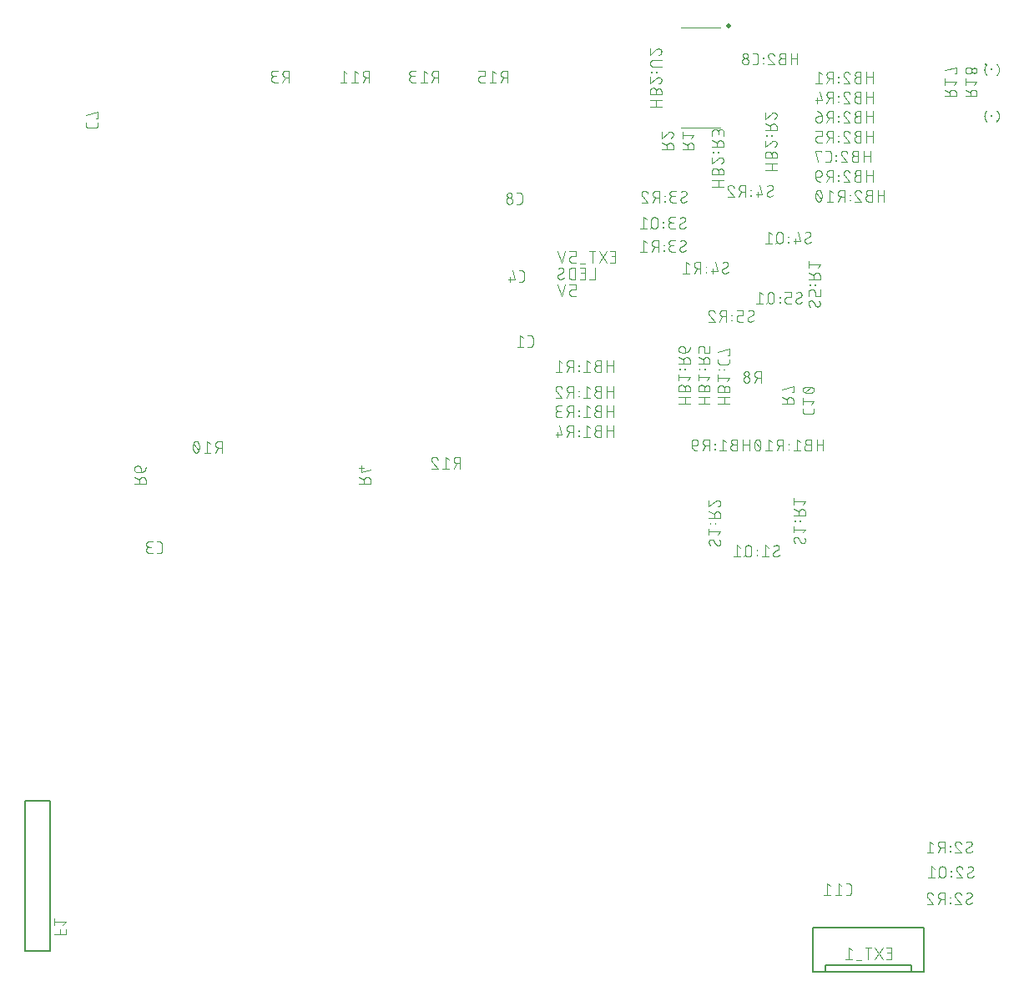
<source format=gbr>
G04 EAGLE Gerber RS-274X export*
G75*
%MOMM*%
%FSLAX34Y34*%
%LPD*%
%INSilkscreen Bottom*%
%IPPOS*%
%AMOC8*
5,1,8,0,0,1.08239X$1,22.5*%
G01*
%ADD10C,0.101600*%
%ADD11C,0.127000*%
%ADD12R,0.200000X0.200000*%
%ADD13R,0.250000X0.150000*%
%ADD14C,0.500000*%
%ADD15C,0.120000*%


D10*
X582218Y726842D02*
X582218Y715158D01*
X577026Y715158D01*
X572312Y715158D02*
X567120Y715158D01*
X572312Y715158D02*
X572312Y726842D01*
X567120Y726842D01*
X568418Y721649D02*
X572312Y721649D01*
X562429Y726842D02*
X562429Y715158D01*
X562429Y726842D02*
X559184Y726842D01*
X559071Y726840D01*
X558958Y726834D01*
X558845Y726824D01*
X558732Y726810D01*
X558620Y726793D01*
X558509Y726771D01*
X558399Y726746D01*
X558289Y726716D01*
X558181Y726683D01*
X558074Y726646D01*
X557968Y726606D01*
X557864Y726561D01*
X557761Y726513D01*
X557660Y726462D01*
X557561Y726407D01*
X557464Y726349D01*
X557369Y726287D01*
X557276Y726222D01*
X557186Y726154D01*
X557098Y726083D01*
X557012Y726008D01*
X556929Y725931D01*
X556849Y725851D01*
X556772Y725768D01*
X556697Y725682D01*
X556626Y725594D01*
X556558Y725504D01*
X556493Y725411D01*
X556431Y725316D01*
X556373Y725219D01*
X556318Y725120D01*
X556267Y725019D01*
X556219Y724916D01*
X556174Y724812D01*
X556134Y724706D01*
X556097Y724599D01*
X556064Y724491D01*
X556034Y724381D01*
X556009Y724271D01*
X555987Y724160D01*
X555970Y724048D01*
X555956Y723935D01*
X555946Y723822D01*
X555940Y723709D01*
X555938Y723596D01*
X555938Y718404D01*
X555940Y718291D01*
X555946Y718178D01*
X555956Y718065D01*
X555970Y717952D01*
X555987Y717840D01*
X556009Y717729D01*
X556034Y717619D01*
X556064Y717509D01*
X556097Y717401D01*
X556134Y717294D01*
X556174Y717188D01*
X556219Y717084D01*
X556267Y716981D01*
X556318Y716880D01*
X556373Y716781D01*
X556431Y716684D01*
X556493Y716589D01*
X556558Y716496D01*
X556626Y716406D01*
X556697Y716318D01*
X556772Y716232D01*
X556849Y716149D01*
X556929Y716069D01*
X557012Y715992D01*
X557098Y715917D01*
X557186Y715846D01*
X557276Y715778D01*
X557369Y715713D01*
X557464Y715651D01*
X557561Y715593D01*
X557660Y715538D01*
X557761Y715487D01*
X557864Y715439D01*
X557968Y715394D01*
X558074Y715354D01*
X558181Y715317D01*
X558289Y715284D01*
X558399Y715254D01*
X558509Y715229D01*
X558620Y715207D01*
X558732Y715190D01*
X558845Y715176D01*
X558958Y715166D01*
X559071Y715160D01*
X559184Y715158D01*
X562429Y715158D01*
X547104Y715158D02*
X547005Y715160D01*
X546905Y715166D01*
X546806Y715175D01*
X546708Y715188D01*
X546610Y715205D01*
X546512Y715226D01*
X546416Y715251D01*
X546321Y715279D01*
X546227Y715311D01*
X546134Y715346D01*
X546042Y715385D01*
X545952Y715428D01*
X545864Y715473D01*
X545777Y715523D01*
X545693Y715575D01*
X545610Y715631D01*
X545530Y715689D01*
X545452Y715751D01*
X545377Y715816D01*
X545304Y715884D01*
X545234Y715954D01*
X545166Y716027D01*
X545101Y716102D01*
X545039Y716180D01*
X544981Y716260D01*
X544925Y716343D01*
X544873Y716427D01*
X544823Y716514D01*
X544778Y716602D01*
X544735Y716692D01*
X544696Y716784D01*
X544661Y716877D01*
X544629Y716971D01*
X544601Y717066D01*
X544576Y717162D01*
X544555Y717260D01*
X544538Y717358D01*
X544525Y717456D01*
X544516Y717555D01*
X544510Y717655D01*
X544508Y717754D01*
X547104Y715158D02*
X547248Y715160D01*
X547393Y715166D01*
X547537Y715175D01*
X547680Y715188D01*
X547824Y715205D01*
X547967Y715226D01*
X548109Y715251D01*
X548250Y715279D01*
X548391Y715311D01*
X548531Y715347D01*
X548670Y715386D01*
X548808Y715429D01*
X548944Y715476D01*
X549080Y715526D01*
X549214Y715580D01*
X549346Y715637D01*
X549477Y715698D01*
X549606Y715762D01*
X549734Y715830D01*
X549860Y715901D01*
X549984Y715975D01*
X550105Y716052D01*
X550225Y716133D01*
X550343Y716216D01*
X550458Y716303D01*
X550571Y716393D01*
X550682Y716486D01*
X550790Y716581D01*
X550896Y716680D01*
X550999Y716781D01*
X550674Y724246D02*
X550672Y724345D01*
X550666Y724445D01*
X550657Y724544D01*
X550644Y724642D01*
X550627Y724740D01*
X550606Y724838D01*
X550581Y724934D01*
X550553Y725029D01*
X550521Y725123D01*
X550486Y725216D01*
X550447Y725308D01*
X550404Y725398D01*
X550359Y725486D01*
X550309Y725573D01*
X550257Y725657D01*
X550201Y725740D01*
X550143Y725820D01*
X550081Y725898D01*
X550016Y725973D01*
X549948Y726046D01*
X549878Y726116D01*
X549805Y726184D01*
X549730Y726249D01*
X549652Y726311D01*
X549572Y726369D01*
X549489Y726425D01*
X549405Y726477D01*
X549318Y726527D01*
X549230Y726572D01*
X549140Y726615D01*
X549048Y726654D01*
X548955Y726689D01*
X548861Y726721D01*
X548766Y726749D01*
X548670Y726774D01*
X548572Y726795D01*
X548474Y726812D01*
X548376Y726825D01*
X548277Y726834D01*
X548177Y726840D01*
X548078Y726842D01*
X547942Y726840D01*
X547806Y726834D01*
X547670Y726825D01*
X547534Y726812D01*
X547399Y726794D01*
X547265Y726774D01*
X547131Y726749D01*
X546997Y726721D01*
X546865Y726688D01*
X546734Y726653D01*
X546603Y726613D01*
X546474Y726570D01*
X546346Y726524D01*
X546220Y726473D01*
X546094Y726420D01*
X545971Y726362D01*
X545849Y726302D01*
X545729Y726238D01*
X545610Y726170D01*
X545494Y726100D01*
X545380Y726026D01*
X545267Y725949D01*
X545157Y725868D01*
X549377Y721974D02*
X549463Y722027D01*
X549547Y722084D01*
X549629Y722143D01*
X549709Y722206D01*
X549786Y722272D01*
X549861Y722340D01*
X549933Y722412D01*
X550002Y722486D01*
X550068Y722563D01*
X550131Y722642D01*
X550191Y722724D01*
X550248Y722808D01*
X550302Y722894D01*
X550352Y722982D01*
X550399Y723072D01*
X550443Y723163D01*
X550482Y723257D01*
X550519Y723351D01*
X550551Y723447D01*
X550580Y723545D01*
X550605Y723643D01*
X550626Y723742D01*
X550644Y723842D01*
X550657Y723942D01*
X550667Y724043D01*
X550673Y724145D01*
X550675Y724246D01*
X545806Y720026D02*
X545720Y719973D01*
X545636Y719916D01*
X545554Y719857D01*
X545474Y719794D01*
X545397Y719728D01*
X545322Y719660D01*
X545250Y719588D01*
X545181Y719514D01*
X545115Y719437D01*
X545052Y719358D01*
X544992Y719276D01*
X544935Y719192D01*
X544881Y719106D01*
X544831Y719018D01*
X544784Y718928D01*
X544740Y718837D01*
X544701Y718743D01*
X544664Y718649D01*
X544632Y718553D01*
X544603Y718455D01*
X544578Y718357D01*
X544557Y718258D01*
X544539Y718158D01*
X544526Y718058D01*
X544516Y717957D01*
X544510Y717855D01*
X544508Y717754D01*
X545806Y720026D02*
X549376Y721974D01*
X597868Y732158D02*
X603061Y732158D01*
X603061Y743842D01*
X597868Y743842D01*
X599166Y738649D02*
X603061Y738649D01*
X594207Y732158D02*
X586418Y743842D01*
X594207Y743842D02*
X586418Y732158D01*
X579645Y732158D02*
X579645Y743842D01*
X582890Y743842D02*
X576399Y743842D01*
X572716Y730860D02*
X567523Y730860D01*
X563078Y732158D02*
X559184Y732158D01*
X559085Y732160D01*
X558985Y732166D01*
X558886Y732175D01*
X558788Y732188D01*
X558690Y732205D01*
X558592Y732226D01*
X558496Y732251D01*
X558401Y732279D01*
X558307Y732311D01*
X558214Y732346D01*
X558122Y732385D01*
X558032Y732428D01*
X557944Y732473D01*
X557857Y732523D01*
X557773Y732575D01*
X557690Y732631D01*
X557610Y732689D01*
X557532Y732751D01*
X557457Y732816D01*
X557384Y732884D01*
X557314Y732954D01*
X557246Y733027D01*
X557181Y733102D01*
X557119Y733180D01*
X557061Y733260D01*
X557005Y733343D01*
X556953Y733427D01*
X556903Y733514D01*
X556858Y733602D01*
X556815Y733692D01*
X556776Y733784D01*
X556741Y733877D01*
X556709Y733971D01*
X556681Y734066D01*
X556656Y734162D01*
X556635Y734260D01*
X556618Y734358D01*
X556605Y734456D01*
X556596Y734555D01*
X556590Y734655D01*
X556588Y734754D01*
X556587Y734754D02*
X556587Y736053D01*
X556588Y736053D02*
X556590Y736152D01*
X556596Y736252D01*
X556605Y736351D01*
X556618Y736449D01*
X556635Y736547D01*
X556656Y736645D01*
X556681Y736741D01*
X556709Y736836D01*
X556741Y736930D01*
X556776Y737023D01*
X556815Y737115D01*
X556858Y737205D01*
X556903Y737293D01*
X556953Y737380D01*
X557005Y737464D01*
X557061Y737547D01*
X557119Y737627D01*
X557181Y737705D01*
X557246Y737780D01*
X557314Y737853D01*
X557384Y737923D01*
X557457Y737991D01*
X557532Y738056D01*
X557610Y738118D01*
X557690Y738176D01*
X557773Y738232D01*
X557857Y738284D01*
X557944Y738334D01*
X558032Y738379D01*
X558122Y738422D01*
X558214Y738461D01*
X558307Y738496D01*
X558401Y738528D01*
X558496Y738556D01*
X558592Y738581D01*
X558690Y738602D01*
X558788Y738619D01*
X558886Y738632D01*
X558985Y738641D01*
X559085Y738647D01*
X559184Y738649D01*
X563078Y738649D01*
X563078Y743842D01*
X556587Y743842D01*
X552297Y743842D02*
X548403Y732158D01*
X544508Y743842D01*
X559184Y698158D02*
X563078Y698158D01*
X559184Y698158D02*
X559085Y698160D01*
X558985Y698166D01*
X558886Y698175D01*
X558788Y698188D01*
X558690Y698205D01*
X558592Y698226D01*
X558496Y698251D01*
X558401Y698279D01*
X558307Y698311D01*
X558214Y698346D01*
X558122Y698385D01*
X558032Y698428D01*
X557944Y698473D01*
X557857Y698523D01*
X557773Y698575D01*
X557690Y698631D01*
X557610Y698689D01*
X557532Y698751D01*
X557457Y698816D01*
X557384Y698884D01*
X557314Y698954D01*
X557246Y699027D01*
X557181Y699102D01*
X557119Y699180D01*
X557061Y699260D01*
X557005Y699343D01*
X556953Y699427D01*
X556903Y699514D01*
X556858Y699602D01*
X556815Y699692D01*
X556776Y699784D01*
X556741Y699877D01*
X556709Y699971D01*
X556681Y700066D01*
X556656Y700162D01*
X556635Y700260D01*
X556618Y700358D01*
X556605Y700456D01*
X556596Y700555D01*
X556590Y700655D01*
X556588Y700754D01*
X556587Y700754D02*
X556587Y702053D01*
X556588Y702053D02*
X556590Y702152D01*
X556596Y702252D01*
X556605Y702351D01*
X556618Y702449D01*
X556635Y702547D01*
X556656Y702645D01*
X556681Y702741D01*
X556709Y702836D01*
X556741Y702930D01*
X556776Y703023D01*
X556815Y703115D01*
X556858Y703205D01*
X556903Y703293D01*
X556953Y703380D01*
X557005Y703464D01*
X557061Y703547D01*
X557119Y703627D01*
X557181Y703705D01*
X557246Y703780D01*
X557314Y703853D01*
X557384Y703923D01*
X557457Y703991D01*
X557532Y704056D01*
X557610Y704118D01*
X557690Y704176D01*
X557773Y704232D01*
X557857Y704284D01*
X557944Y704334D01*
X558032Y704379D01*
X558122Y704422D01*
X558214Y704461D01*
X558307Y704496D01*
X558401Y704528D01*
X558496Y704556D01*
X558592Y704581D01*
X558690Y704602D01*
X558788Y704619D01*
X558886Y704632D01*
X558985Y704641D01*
X559085Y704647D01*
X559184Y704649D01*
X563078Y704649D01*
X563078Y709842D01*
X556587Y709842D01*
X552297Y709842D02*
X548403Y698158D01*
X544508Y709842D01*
X516946Y646558D02*
X514349Y646558D01*
X516946Y646558D02*
X517045Y646560D01*
X517145Y646566D01*
X517244Y646575D01*
X517342Y646588D01*
X517440Y646605D01*
X517538Y646626D01*
X517634Y646651D01*
X517729Y646679D01*
X517823Y646711D01*
X517916Y646746D01*
X518008Y646785D01*
X518098Y646828D01*
X518186Y646873D01*
X518273Y646923D01*
X518357Y646975D01*
X518440Y647031D01*
X518520Y647089D01*
X518598Y647151D01*
X518673Y647216D01*
X518746Y647284D01*
X518816Y647354D01*
X518884Y647427D01*
X518949Y647502D01*
X519011Y647580D01*
X519069Y647660D01*
X519125Y647743D01*
X519177Y647827D01*
X519227Y647914D01*
X519272Y648002D01*
X519315Y648092D01*
X519354Y648184D01*
X519389Y648277D01*
X519421Y648371D01*
X519449Y648466D01*
X519474Y648562D01*
X519495Y648660D01*
X519512Y648758D01*
X519525Y648856D01*
X519534Y648955D01*
X519540Y649055D01*
X519542Y649154D01*
X519542Y655646D01*
X519540Y655745D01*
X519534Y655845D01*
X519525Y655944D01*
X519512Y656042D01*
X519495Y656140D01*
X519474Y656238D01*
X519449Y656334D01*
X519421Y656429D01*
X519389Y656523D01*
X519354Y656616D01*
X519315Y656708D01*
X519272Y656798D01*
X519227Y656886D01*
X519177Y656973D01*
X519125Y657057D01*
X519069Y657140D01*
X519011Y657220D01*
X518949Y657298D01*
X518884Y657373D01*
X518816Y657446D01*
X518746Y657516D01*
X518673Y657584D01*
X518598Y657649D01*
X518520Y657711D01*
X518440Y657769D01*
X518357Y657825D01*
X518273Y657877D01*
X518186Y657927D01*
X518098Y657972D01*
X518008Y658015D01*
X517916Y658054D01*
X517823Y658089D01*
X517729Y658121D01*
X517634Y658149D01*
X517538Y658174D01*
X517440Y658195D01*
X517342Y658212D01*
X517244Y658225D01*
X517145Y658234D01*
X517045Y658240D01*
X516946Y658242D01*
X514349Y658242D01*
X509984Y655646D02*
X506738Y658242D01*
X506738Y646558D01*
X503493Y646558D02*
X509984Y646558D01*
X507946Y712558D02*
X505349Y712558D01*
X507946Y712558D02*
X508045Y712560D01*
X508145Y712566D01*
X508244Y712575D01*
X508342Y712588D01*
X508440Y712605D01*
X508538Y712626D01*
X508634Y712651D01*
X508729Y712679D01*
X508823Y712711D01*
X508916Y712746D01*
X509008Y712785D01*
X509098Y712828D01*
X509186Y712873D01*
X509273Y712923D01*
X509357Y712975D01*
X509440Y713031D01*
X509520Y713089D01*
X509598Y713151D01*
X509673Y713216D01*
X509746Y713284D01*
X509816Y713354D01*
X509884Y713427D01*
X509949Y713502D01*
X510011Y713580D01*
X510069Y713660D01*
X510125Y713743D01*
X510177Y713827D01*
X510227Y713914D01*
X510272Y714002D01*
X510315Y714092D01*
X510354Y714184D01*
X510389Y714277D01*
X510421Y714371D01*
X510449Y714466D01*
X510474Y714562D01*
X510495Y714660D01*
X510512Y714758D01*
X510525Y714856D01*
X510534Y714955D01*
X510540Y715055D01*
X510542Y715154D01*
X510542Y721646D01*
X510540Y721745D01*
X510534Y721845D01*
X510525Y721944D01*
X510512Y722042D01*
X510495Y722140D01*
X510474Y722238D01*
X510449Y722334D01*
X510421Y722429D01*
X510389Y722523D01*
X510354Y722616D01*
X510315Y722708D01*
X510272Y722798D01*
X510227Y722886D01*
X510177Y722973D01*
X510125Y723057D01*
X510069Y723140D01*
X510011Y723220D01*
X509949Y723298D01*
X509884Y723373D01*
X509816Y723446D01*
X509746Y723516D01*
X509673Y723584D01*
X509598Y723649D01*
X509520Y723711D01*
X509440Y723769D01*
X509357Y723825D01*
X509273Y723877D01*
X509186Y723927D01*
X509098Y723972D01*
X509008Y724015D01*
X508916Y724054D01*
X508823Y724089D01*
X508729Y724121D01*
X508634Y724149D01*
X508538Y724174D01*
X508440Y724195D01*
X508342Y724212D01*
X508244Y724225D01*
X508145Y724234D01*
X508045Y724240D01*
X507946Y724242D01*
X505349Y724242D01*
X498387Y724242D02*
X500984Y715154D01*
X494493Y715154D01*
X496440Y717751D02*
X496440Y712558D01*
D11*
X4300Y186200D02*
X4300Y33800D01*
X29700Y33800D01*
X29700Y186200D01*
X4300Y186200D01*
D10*
X33748Y50308D02*
X45432Y50308D01*
X45432Y55501D01*
X40239Y55501D02*
X40239Y50308D01*
X42836Y59810D02*
X45432Y63056D01*
X33748Y63056D01*
X33748Y59810D02*
X33748Y66302D01*
D11*
X903750Y12500D02*
X916250Y12500D01*
X903750Y12500D02*
X816250Y12500D01*
X803750Y12500D01*
X803750Y57000D01*
X916250Y57000D01*
X916250Y12500D01*
X903750Y12500D02*
X903750Y19500D01*
X816250Y19500D01*
X816250Y12500D01*
D10*
X878044Y25408D02*
X883237Y25408D01*
X883237Y37092D01*
X878044Y37092D01*
X879342Y31899D02*
X883237Y31899D01*
X874383Y25408D02*
X866594Y37092D01*
X874383Y37092D02*
X866594Y25408D01*
X859821Y25408D02*
X859821Y37092D01*
X863066Y37092D02*
X856575Y37092D01*
X852892Y24110D02*
X847699Y24110D01*
X843254Y34496D02*
X840009Y37092D01*
X840009Y25408D01*
X843254Y25408D02*
X836763Y25408D01*
X793108Y581309D02*
X793108Y583906D01*
X793108Y581309D02*
X793110Y581210D01*
X793116Y581110D01*
X793125Y581011D01*
X793138Y580913D01*
X793155Y580815D01*
X793176Y580717D01*
X793201Y580621D01*
X793229Y580526D01*
X793261Y580432D01*
X793296Y580339D01*
X793335Y580247D01*
X793378Y580157D01*
X793423Y580069D01*
X793473Y579982D01*
X793525Y579898D01*
X793581Y579815D01*
X793639Y579735D01*
X793701Y579657D01*
X793766Y579582D01*
X793834Y579509D01*
X793904Y579439D01*
X793977Y579371D01*
X794052Y579306D01*
X794130Y579244D01*
X794210Y579186D01*
X794293Y579130D01*
X794377Y579078D01*
X794464Y579028D01*
X794552Y578983D01*
X794642Y578940D01*
X794734Y578901D01*
X794827Y578866D01*
X794921Y578834D01*
X795016Y578806D01*
X795112Y578781D01*
X795210Y578760D01*
X795308Y578743D01*
X795406Y578730D01*
X795505Y578721D01*
X795605Y578715D01*
X795704Y578713D01*
X802196Y578713D01*
X802295Y578715D01*
X802395Y578721D01*
X802494Y578730D01*
X802592Y578743D01*
X802690Y578760D01*
X802788Y578781D01*
X802884Y578806D01*
X802979Y578834D01*
X803073Y578866D01*
X803166Y578901D01*
X803258Y578940D01*
X803348Y578983D01*
X803436Y579028D01*
X803523Y579078D01*
X803607Y579130D01*
X803690Y579186D01*
X803770Y579244D01*
X803848Y579306D01*
X803923Y579371D01*
X803996Y579439D01*
X804066Y579509D01*
X804134Y579582D01*
X804199Y579657D01*
X804261Y579735D01*
X804319Y579815D01*
X804375Y579898D01*
X804427Y579982D01*
X804477Y580069D01*
X804522Y580157D01*
X804565Y580247D01*
X804604Y580339D01*
X804639Y580431D01*
X804671Y580526D01*
X804699Y580621D01*
X804724Y580717D01*
X804745Y580815D01*
X804762Y580913D01*
X804775Y581011D01*
X804784Y581110D01*
X804790Y581210D01*
X804792Y581309D01*
X804792Y583906D01*
X802196Y588271D02*
X804792Y591516D01*
X793108Y591516D01*
X793108Y588271D02*
X793108Y594762D01*
X798950Y599701D02*
X799180Y599704D01*
X799410Y599712D01*
X799639Y599726D01*
X799868Y599745D01*
X800097Y599770D01*
X800324Y599800D01*
X800552Y599835D01*
X800778Y599876D01*
X801003Y599922D01*
X801227Y599974D01*
X801449Y600031D01*
X801671Y600093D01*
X801890Y600161D01*
X802108Y600234D01*
X802325Y600312D01*
X802539Y600395D01*
X802751Y600483D01*
X802961Y600576D01*
X803169Y600675D01*
X803169Y600674D02*
X803259Y600707D01*
X803348Y600743D01*
X803436Y600783D01*
X803521Y600827D01*
X803605Y600874D01*
X803687Y600924D01*
X803767Y600978D01*
X803844Y601034D01*
X803920Y601094D01*
X803993Y601157D01*
X804063Y601222D01*
X804131Y601291D01*
X804195Y601362D01*
X804257Y601435D01*
X804316Y601511D01*
X804372Y601589D01*
X804425Y601670D01*
X804474Y601752D01*
X804520Y601836D01*
X804563Y601923D01*
X804602Y602010D01*
X804638Y602100D01*
X804670Y602190D01*
X804698Y602282D01*
X804723Y602375D01*
X804744Y602469D01*
X804761Y602563D01*
X804775Y602658D01*
X804784Y602754D01*
X804790Y602850D01*
X804792Y602946D01*
X804790Y603042D01*
X804784Y603138D01*
X804775Y603234D01*
X804761Y603329D01*
X804744Y603423D01*
X804723Y603517D01*
X804698Y603610D01*
X804670Y603702D01*
X804638Y603792D01*
X804602Y603882D01*
X804563Y603969D01*
X804520Y604056D01*
X804474Y604140D01*
X804425Y604222D01*
X804372Y604303D01*
X804316Y604381D01*
X804257Y604457D01*
X804195Y604530D01*
X804131Y604601D01*
X804063Y604670D01*
X803993Y604735D01*
X803920Y604798D01*
X803844Y604858D01*
X803767Y604914D01*
X803687Y604968D01*
X803605Y605018D01*
X803521Y605065D01*
X803436Y605109D01*
X803348Y605149D01*
X803259Y605185D01*
X803169Y605218D01*
X803169Y605219D02*
X802962Y605318D01*
X802752Y605411D01*
X802539Y605499D01*
X802325Y605582D01*
X802109Y605660D01*
X801891Y605733D01*
X801671Y605801D01*
X801450Y605863D01*
X801227Y605920D01*
X801003Y605972D01*
X800778Y606018D01*
X800552Y606059D01*
X800325Y606094D01*
X800097Y606124D01*
X799868Y606149D01*
X799639Y606168D01*
X799410Y606182D01*
X799180Y606190D01*
X798950Y606193D01*
X798950Y599701D02*
X798720Y599704D01*
X798490Y599712D01*
X798261Y599726D01*
X798032Y599745D01*
X797803Y599770D01*
X797575Y599800D01*
X797348Y599835D01*
X797122Y599876D01*
X796897Y599922D01*
X796673Y599974D01*
X796450Y600031D01*
X796229Y600093D01*
X796009Y600161D01*
X795791Y600234D01*
X795575Y600312D01*
X795361Y600395D01*
X795149Y600483D01*
X794938Y600576D01*
X794731Y600675D01*
X794731Y600674D02*
X794641Y600707D01*
X794552Y600743D01*
X794464Y600784D01*
X794379Y600827D01*
X794295Y600874D01*
X794213Y600924D01*
X794133Y600978D01*
X794056Y601034D01*
X793980Y601094D01*
X793907Y601157D01*
X793837Y601222D01*
X793769Y601291D01*
X793705Y601362D01*
X793643Y601435D01*
X793584Y601511D01*
X793528Y601589D01*
X793475Y601670D01*
X793426Y601752D01*
X793380Y601836D01*
X793337Y601923D01*
X793298Y602010D01*
X793262Y602100D01*
X793230Y602190D01*
X793202Y602282D01*
X793177Y602375D01*
X793156Y602469D01*
X793139Y602563D01*
X793125Y602658D01*
X793116Y602754D01*
X793110Y602850D01*
X793108Y602946D01*
X794731Y605218D02*
X794938Y605317D01*
X795149Y605410D01*
X795361Y605498D01*
X795575Y605581D01*
X795791Y605659D01*
X796009Y605732D01*
X796229Y605800D01*
X796450Y605862D01*
X796673Y605919D01*
X796897Y605971D01*
X797122Y606017D01*
X797348Y606058D01*
X797575Y606093D01*
X797803Y606123D01*
X798032Y606148D01*
X798261Y606167D01*
X798490Y606181D01*
X798720Y606189D01*
X798950Y606192D01*
X794731Y605218D02*
X794641Y605185D01*
X794552Y605149D01*
X794464Y605109D01*
X794379Y605065D01*
X794295Y605018D01*
X794213Y604968D01*
X794133Y604914D01*
X794056Y604858D01*
X793980Y604798D01*
X793907Y604735D01*
X793837Y604670D01*
X793769Y604601D01*
X793705Y604530D01*
X793643Y604457D01*
X793584Y604381D01*
X793528Y604303D01*
X793475Y604222D01*
X793426Y604140D01*
X793380Y604056D01*
X793337Y603969D01*
X793298Y603882D01*
X793262Y603792D01*
X793230Y603702D01*
X793202Y603610D01*
X793177Y603517D01*
X793156Y603423D01*
X793139Y603329D01*
X793125Y603234D01*
X793116Y603138D01*
X793110Y603042D01*
X793108Y602946D01*
X795704Y600350D02*
X802196Y605543D01*
X783792Y588995D02*
X772108Y588995D01*
X783792Y588995D02*
X783792Y592240D01*
X783790Y592353D01*
X783784Y592466D01*
X783774Y592579D01*
X783760Y592692D01*
X783743Y592804D01*
X783721Y592915D01*
X783696Y593025D01*
X783666Y593135D01*
X783633Y593243D01*
X783596Y593350D01*
X783556Y593456D01*
X783511Y593560D01*
X783463Y593663D01*
X783412Y593764D01*
X783357Y593863D01*
X783299Y593960D01*
X783237Y594055D01*
X783172Y594148D01*
X783104Y594238D01*
X783033Y594326D01*
X782958Y594412D01*
X782881Y594495D01*
X782801Y594575D01*
X782718Y594652D01*
X782632Y594727D01*
X782544Y594798D01*
X782454Y594866D01*
X782361Y594931D01*
X782266Y594993D01*
X782169Y595051D01*
X782070Y595106D01*
X781969Y595157D01*
X781866Y595205D01*
X781762Y595250D01*
X781656Y595290D01*
X781549Y595327D01*
X781441Y595360D01*
X781331Y595390D01*
X781221Y595415D01*
X781110Y595437D01*
X780998Y595454D01*
X780885Y595468D01*
X780772Y595478D01*
X780659Y595484D01*
X780546Y595486D01*
X780433Y595484D01*
X780320Y595478D01*
X780207Y595468D01*
X780094Y595454D01*
X779982Y595437D01*
X779871Y595415D01*
X779761Y595390D01*
X779651Y595360D01*
X779543Y595327D01*
X779436Y595290D01*
X779330Y595250D01*
X779226Y595205D01*
X779123Y595157D01*
X779022Y595106D01*
X778923Y595051D01*
X778826Y594993D01*
X778731Y594931D01*
X778638Y594866D01*
X778548Y594798D01*
X778460Y594727D01*
X778374Y594652D01*
X778291Y594575D01*
X778211Y594495D01*
X778134Y594412D01*
X778059Y594326D01*
X777988Y594238D01*
X777920Y594148D01*
X777855Y594055D01*
X777793Y593960D01*
X777735Y593863D01*
X777680Y593764D01*
X777629Y593663D01*
X777581Y593560D01*
X777536Y593456D01*
X777496Y593350D01*
X777459Y593243D01*
X777426Y593135D01*
X777396Y593025D01*
X777371Y592915D01*
X777349Y592804D01*
X777332Y592692D01*
X777318Y592579D01*
X777308Y592466D01*
X777302Y592353D01*
X777300Y592240D01*
X777301Y592240D02*
X777301Y588995D01*
X777301Y592889D02*
X772108Y595486D01*
X782494Y600351D02*
X783792Y600351D01*
X783792Y606842D01*
X772108Y603596D01*
X750842Y610208D02*
X750842Y621892D01*
X747596Y621892D01*
X747483Y621890D01*
X747370Y621884D01*
X747257Y621874D01*
X747144Y621860D01*
X747032Y621843D01*
X746921Y621821D01*
X746811Y621796D01*
X746701Y621766D01*
X746593Y621733D01*
X746486Y621696D01*
X746380Y621656D01*
X746276Y621611D01*
X746173Y621563D01*
X746072Y621512D01*
X745973Y621457D01*
X745876Y621399D01*
X745781Y621337D01*
X745688Y621272D01*
X745598Y621204D01*
X745510Y621133D01*
X745424Y621058D01*
X745341Y620981D01*
X745261Y620901D01*
X745184Y620818D01*
X745109Y620732D01*
X745038Y620644D01*
X744970Y620554D01*
X744905Y620461D01*
X744843Y620366D01*
X744785Y620269D01*
X744730Y620170D01*
X744679Y620069D01*
X744631Y619966D01*
X744586Y619862D01*
X744546Y619756D01*
X744509Y619649D01*
X744476Y619541D01*
X744446Y619431D01*
X744421Y619321D01*
X744399Y619210D01*
X744382Y619098D01*
X744368Y618985D01*
X744358Y618872D01*
X744352Y618759D01*
X744350Y618646D01*
X744352Y618533D01*
X744358Y618420D01*
X744368Y618307D01*
X744382Y618194D01*
X744399Y618082D01*
X744421Y617971D01*
X744446Y617861D01*
X744476Y617751D01*
X744509Y617643D01*
X744546Y617536D01*
X744586Y617430D01*
X744631Y617326D01*
X744679Y617223D01*
X744730Y617122D01*
X744785Y617023D01*
X744843Y616926D01*
X744905Y616831D01*
X744970Y616738D01*
X745038Y616648D01*
X745109Y616560D01*
X745184Y616474D01*
X745261Y616391D01*
X745341Y616311D01*
X745424Y616234D01*
X745510Y616159D01*
X745598Y616088D01*
X745688Y616020D01*
X745781Y615955D01*
X745876Y615893D01*
X745973Y615835D01*
X746072Y615780D01*
X746173Y615729D01*
X746276Y615681D01*
X746380Y615636D01*
X746486Y615596D01*
X746593Y615559D01*
X746701Y615526D01*
X746811Y615496D01*
X746921Y615471D01*
X747032Y615449D01*
X747144Y615432D01*
X747257Y615418D01*
X747370Y615408D01*
X747483Y615402D01*
X747596Y615400D01*
X747596Y615401D02*
X750842Y615401D01*
X746947Y615401D02*
X744351Y610208D01*
X739486Y613454D02*
X739484Y613567D01*
X739478Y613680D01*
X739468Y613793D01*
X739454Y613906D01*
X739437Y614018D01*
X739415Y614129D01*
X739390Y614239D01*
X739360Y614349D01*
X739327Y614457D01*
X739290Y614564D01*
X739250Y614670D01*
X739205Y614774D01*
X739157Y614877D01*
X739106Y614978D01*
X739051Y615077D01*
X738993Y615174D01*
X738931Y615269D01*
X738866Y615362D01*
X738798Y615452D01*
X738727Y615540D01*
X738652Y615626D01*
X738575Y615709D01*
X738495Y615789D01*
X738412Y615866D01*
X738326Y615941D01*
X738238Y616012D01*
X738148Y616080D01*
X738055Y616145D01*
X737960Y616207D01*
X737863Y616265D01*
X737764Y616320D01*
X737663Y616371D01*
X737560Y616419D01*
X737456Y616464D01*
X737350Y616504D01*
X737243Y616541D01*
X737135Y616574D01*
X737025Y616604D01*
X736915Y616629D01*
X736804Y616651D01*
X736692Y616668D01*
X736579Y616682D01*
X736466Y616692D01*
X736353Y616698D01*
X736240Y616700D01*
X736127Y616698D01*
X736014Y616692D01*
X735901Y616682D01*
X735788Y616668D01*
X735676Y616651D01*
X735565Y616629D01*
X735455Y616604D01*
X735345Y616574D01*
X735237Y616541D01*
X735130Y616504D01*
X735024Y616464D01*
X734920Y616419D01*
X734817Y616371D01*
X734716Y616320D01*
X734617Y616265D01*
X734520Y616207D01*
X734425Y616145D01*
X734332Y616080D01*
X734242Y616012D01*
X734154Y615941D01*
X734068Y615866D01*
X733985Y615789D01*
X733905Y615709D01*
X733828Y615626D01*
X733753Y615540D01*
X733682Y615452D01*
X733614Y615362D01*
X733549Y615269D01*
X733487Y615174D01*
X733429Y615077D01*
X733374Y614978D01*
X733323Y614877D01*
X733275Y614774D01*
X733230Y614670D01*
X733190Y614564D01*
X733153Y614457D01*
X733120Y614349D01*
X733090Y614239D01*
X733065Y614129D01*
X733043Y614018D01*
X733026Y613906D01*
X733012Y613793D01*
X733002Y613680D01*
X732996Y613567D01*
X732994Y613454D01*
X732996Y613341D01*
X733002Y613228D01*
X733012Y613115D01*
X733026Y613002D01*
X733043Y612890D01*
X733065Y612779D01*
X733090Y612669D01*
X733120Y612559D01*
X733153Y612451D01*
X733190Y612344D01*
X733230Y612238D01*
X733275Y612134D01*
X733323Y612031D01*
X733374Y611930D01*
X733429Y611831D01*
X733487Y611734D01*
X733549Y611639D01*
X733614Y611546D01*
X733682Y611456D01*
X733753Y611368D01*
X733828Y611282D01*
X733905Y611199D01*
X733985Y611119D01*
X734068Y611042D01*
X734154Y610967D01*
X734242Y610896D01*
X734332Y610828D01*
X734425Y610763D01*
X734520Y610701D01*
X734617Y610643D01*
X734716Y610588D01*
X734817Y610537D01*
X734920Y610489D01*
X735024Y610444D01*
X735130Y610404D01*
X735237Y610367D01*
X735345Y610334D01*
X735455Y610304D01*
X735565Y610279D01*
X735676Y610257D01*
X735788Y610240D01*
X735901Y610226D01*
X736014Y610216D01*
X736127Y610210D01*
X736240Y610208D01*
X736353Y610210D01*
X736466Y610216D01*
X736579Y610226D01*
X736692Y610240D01*
X736804Y610257D01*
X736915Y610279D01*
X737025Y610304D01*
X737135Y610334D01*
X737243Y610367D01*
X737350Y610404D01*
X737456Y610444D01*
X737560Y610489D01*
X737663Y610537D01*
X737764Y610588D01*
X737863Y610643D01*
X737960Y610701D01*
X738055Y610763D01*
X738148Y610828D01*
X738238Y610896D01*
X738326Y610967D01*
X738412Y611042D01*
X738495Y611119D01*
X738575Y611199D01*
X738652Y611282D01*
X738727Y611368D01*
X738798Y611456D01*
X738866Y611546D01*
X738931Y611639D01*
X738993Y611734D01*
X739051Y611831D01*
X739106Y611930D01*
X739157Y612031D01*
X739205Y612134D01*
X739250Y612238D01*
X739290Y612344D01*
X739327Y612451D01*
X739360Y612559D01*
X739390Y612669D01*
X739415Y612779D01*
X739437Y612890D01*
X739454Y613002D01*
X739468Y613115D01*
X739478Y613228D01*
X739484Y613341D01*
X739486Y613454D01*
X738836Y619296D02*
X738834Y619397D01*
X738828Y619497D01*
X738818Y619597D01*
X738805Y619697D01*
X738787Y619796D01*
X738766Y619895D01*
X738741Y619992D01*
X738712Y620089D01*
X738679Y620184D01*
X738643Y620278D01*
X738603Y620370D01*
X738560Y620461D01*
X738513Y620550D01*
X738463Y620637D01*
X738409Y620723D01*
X738352Y620806D01*
X738292Y620886D01*
X738229Y620965D01*
X738162Y621041D01*
X738093Y621114D01*
X738021Y621184D01*
X737947Y621252D01*
X737870Y621317D01*
X737790Y621378D01*
X737708Y621437D01*
X737624Y621492D01*
X737538Y621544D01*
X737450Y621593D01*
X737360Y621638D01*
X737268Y621680D01*
X737175Y621718D01*
X737080Y621752D01*
X736985Y621783D01*
X736888Y621810D01*
X736790Y621833D01*
X736691Y621853D01*
X736591Y621868D01*
X736491Y621880D01*
X736391Y621888D01*
X736290Y621892D01*
X736190Y621892D01*
X736089Y621888D01*
X735989Y621880D01*
X735889Y621868D01*
X735789Y621853D01*
X735690Y621833D01*
X735592Y621810D01*
X735495Y621783D01*
X735400Y621752D01*
X735305Y621718D01*
X735212Y621680D01*
X735120Y621638D01*
X735030Y621593D01*
X734942Y621544D01*
X734856Y621492D01*
X734772Y621437D01*
X734690Y621378D01*
X734610Y621317D01*
X734533Y621252D01*
X734459Y621184D01*
X734387Y621114D01*
X734318Y621041D01*
X734251Y620965D01*
X734188Y620886D01*
X734128Y620806D01*
X734071Y620723D01*
X734017Y620637D01*
X733967Y620550D01*
X733920Y620461D01*
X733877Y620370D01*
X733837Y620278D01*
X733801Y620184D01*
X733768Y620089D01*
X733739Y619992D01*
X733714Y619895D01*
X733693Y619796D01*
X733675Y619697D01*
X733662Y619597D01*
X733652Y619497D01*
X733646Y619397D01*
X733644Y619296D01*
X733646Y619195D01*
X733652Y619095D01*
X733662Y618995D01*
X733675Y618895D01*
X733693Y618796D01*
X733714Y618697D01*
X733739Y618600D01*
X733768Y618503D01*
X733801Y618408D01*
X733837Y618314D01*
X733877Y618222D01*
X733920Y618131D01*
X733967Y618042D01*
X734017Y617955D01*
X734071Y617869D01*
X734128Y617786D01*
X734188Y617706D01*
X734251Y617627D01*
X734318Y617551D01*
X734387Y617478D01*
X734459Y617408D01*
X734533Y617340D01*
X734610Y617275D01*
X734690Y617214D01*
X734772Y617155D01*
X734856Y617100D01*
X734942Y617048D01*
X735030Y616999D01*
X735120Y616954D01*
X735212Y616912D01*
X735305Y616874D01*
X735400Y616840D01*
X735495Y616809D01*
X735592Y616782D01*
X735690Y616759D01*
X735789Y616739D01*
X735889Y616724D01*
X735989Y616712D01*
X736089Y616704D01*
X736190Y616700D01*
X736290Y616700D01*
X736391Y616704D01*
X736491Y616712D01*
X736591Y616724D01*
X736691Y616739D01*
X736790Y616759D01*
X736888Y616782D01*
X736985Y616809D01*
X737080Y616840D01*
X737175Y616874D01*
X737268Y616912D01*
X737360Y616954D01*
X737450Y616999D01*
X737538Y617048D01*
X737624Y617100D01*
X737708Y617155D01*
X737790Y617214D01*
X737870Y617275D01*
X737947Y617340D01*
X738021Y617408D01*
X738093Y617478D01*
X738162Y617551D01*
X738229Y617627D01*
X738292Y617706D01*
X738352Y617786D01*
X738409Y617869D01*
X738463Y617955D01*
X738513Y618042D01*
X738560Y618131D01*
X738603Y618222D01*
X738643Y618314D01*
X738679Y618408D01*
X738712Y618503D01*
X738741Y618600D01*
X738766Y618697D01*
X738787Y618796D01*
X738805Y618895D01*
X738818Y618995D01*
X738828Y619095D01*
X738834Y619195D01*
X738836Y619296D01*
X980000Y922500D02*
X979867Y922624D01*
X979737Y922752D01*
X979610Y922882D01*
X979486Y923016D01*
X979365Y923152D01*
X979248Y923292D01*
X979135Y923434D01*
X979025Y923579D01*
X978918Y923727D01*
X978815Y923877D01*
X978716Y924030D01*
X978621Y924185D01*
X978529Y924342D01*
X978442Y924502D01*
X978358Y924664D01*
X978278Y924827D01*
X978202Y924993D01*
X978131Y925160D01*
X978063Y925330D01*
X978000Y925500D01*
X977941Y925672D01*
X977886Y925846D01*
X977835Y926021D01*
X977789Y926197D01*
X977747Y926374D01*
X977709Y926552D01*
X977676Y926732D01*
X977647Y926911D01*
X977623Y927092D01*
X977603Y927273D01*
X977587Y927454D01*
X977576Y927636D01*
X977569Y927818D01*
X977567Y928000D01*
X977569Y928182D01*
X977576Y928364D01*
X977587Y928546D01*
X977603Y928727D01*
X977623Y928908D01*
X977647Y929089D01*
X977676Y929268D01*
X977709Y929448D01*
X977747Y929626D01*
X977789Y929803D01*
X977835Y929979D01*
X977886Y930154D01*
X977941Y930328D01*
X978000Y930500D01*
X978063Y930670D01*
X978131Y930840D01*
X978202Y931007D01*
X978278Y931173D01*
X978358Y931336D01*
X978442Y931498D01*
X978529Y931658D01*
X978621Y931815D01*
X978716Y931970D01*
X978815Y932123D01*
X978918Y932273D01*
X979025Y932421D01*
X979135Y932566D01*
X979248Y932708D01*
X979365Y932848D01*
X979486Y932984D01*
X979610Y933118D01*
X979737Y933248D01*
X979867Y933376D01*
X980000Y933500D01*
X990000Y933500D02*
X990133Y933376D01*
X990263Y933248D01*
X990390Y933118D01*
X990514Y932984D01*
X990635Y932848D01*
X990752Y932708D01*
X990865Y932566D01*
X990975Y932421D01*
X991082Y932273D01*
X991185Y932123D01*
X991284Y931970D01*
X991379Y931815D01*
X991471Y931658D01*
X991558Y931498D01*
X991642Y931336D01*
X991722Y931173D01*
X991798Y931007D01*
X991869Y930840D01*
X991937Y930670D01*
X992000Y930500D01*
X992059Y930328D01*
X992114Y930154D01*
X992165Y929979D01*
X992211Y929803D01*
X992253Y929626D01*
X992291Y929448D01*
X992324Y929268D01*
X992353Y929089D01*
X992377Y928908D01*
X992397Y928727D01*
X992413Y928546D01*
X992424Y928364D01*
X992431Y928182D01*
X992433Y928000D01*
X992431Y927818D01*
X992424Y927636D01*
X992413Y927454D01*
X992397Y927273D01*
X992377Y927092D01*
X992353Y926911D01*
X992324Y926732D01*
X992291Y926552D01*
X992253Y926374D01*
X992211Y926197D01*
X992165Y926021D01*
X992114Y925846D01*
X992059Y925672D01*
X992000Y925500D01*
X991937Y925330D01*
X991869Y925160D01*
X991798Y924993D01*
X991722Y924827D01*
X991642Y924664D01*
X991558Y924502D01*
X991471Y924342D01*
X991379Y924185D01*
X991284Y924030D01*
X991185Y923877D01*
X991082Y923727D01*
X990975Y923579D01*
X990865Y923434D01*
X990752Y923292D01*
X990635Y923152D01*
X990514Y923016D01*
X990390Y922882D01*
X990263Y922752D01*
X990133Y922624D01*
X990000Y922500D01*
D12*
X985000Y928000D03*
D13*
X979250Y933250D03*
D10*
X990000Y886500D02*
X990133Y886376D01*
X990263Y886248D01*
X990390Y886118D01*
X990514Y885984D01*
X990635Y885848D01*
X990752Y885708D01*
X990865Y885566D01*
X990975Y885421D01*
X991082Y885273D01*
X991185Y885123D01*
X991284Y884970D01*
X991379Y884815D01*
X991471Y884658D01*
X991558Y884498D01*
X991642Y884336D01*
X991722Y884173D01*
X991798Y884007D01*
X991869Y883840D01*
X991937Y883670D01*
X992000Y883500D01*
X992059Y883328D01*
X992114Y883154D01*
X992165Y882979D01*
X992211Y882803D01*
X992253Y882626D01*
X992291Y882448D01*
X992324Y882268D01*
X992353Y882089D01*
X992377Y881908D01*
X992397Y881727D01*
X992413Y881546D01*
X992424Y881364D01*
X992431Y881182D01*
X992433Y881000D01*
X992431Y880818D01*
X992424Y880636D01*
X992413Y880454D01*
X992397Y880273D01*
X992377Y880092D01*
X992353Y879911D01*
X992324Y879732D01*
X992291Y879552D01*
X992253Y879374D01*
X992211Y879197D01*
X992165Y879021D01*
X992114Y878846D01*
X992059Y878672D01*
X992000Y878500D01*
X991937Y878330D01*
X991869Y878160D01*
X991798Y877993D01*
X991722Y877827D01*
X991642Y877664D01*
X991558Y877502D01*
X991471Y877342D01*
X991379Y877185D01*
X991284Y877030D01*
X991185Y876877D01*
X991082Y876727D01*
X990975Y876579D01*
X990865Y876434D01*
X990752Y876292D01*
X990635Y876152D01*
X990514Y876016D01*
X990390Y875882D01*
X990263Y875752D01*
X990133Y875624D01*
X990000Y875500D01*
X980000Y875500D02*
X979867Y875624D01*
X979737Y875752D01*
X979610Y875882D01*
X979486Y876016D01*
X979365Y876152D01*
X979248Y876292D01*
X979135Y876434D01*
X979025Y876579D01*
X978918Y876727D01*
X978815Y876877D01*
X978716Y877030D01*
X978621Y877185D01*
X978529Y877342D01*
X978442Y877502D01*
X978358Y877664D01*
X978278Y877827D01*
X978202Y877993D01*
X978131Y878160D01*
X978063Y878330D01*
X978000Y878500D01*
X977941Y878672D01*
X977886Y878846D01*
X977835Y879021D01*
X977789Y879197D01*
X977747Y879374D01*
X977709Y879552D01*
X977676Y879732D01*
X977647Y879911D01*
X977623Y880092D01*
X977603Y880273D01*
X977587Y880454D01*
X977576Y880636D01*
X977569Y880818D01*
X977567Y881000D01*
X977569Y881182D01*
X977576Y881364D01*
X977587Y881546D01*
X977603Y881727D01*
X977623Y881908D01*
X977647Y882089D01*
X977676Y882268D01*
X977709Y882448D01*
X977747Y882626D01*
X977789Y882803D01*
X977835Y882979D01*
X977886Y883154D01*
X977941Y883328D01*
X978000Y883500D01*
X978063Y883670D01*
X978131Y883840D01*
X978202Y884007D01*
X978278Y884173D01*
X978358Y884336D01*
X978442Y884498D01*
X978529Y884658D01*
X978621Y884815D01*
X978716Y884970D01*
X978815Y885123D01*
X978918Y885273D01*
X979025Y885421D01*
X979135Y885566D01*
X979248Y885708D01*
X979365Y885848D01*
X979486Y885984D01*
X979610Y886118D01*
X979737Y886248D01*
X979867Y886376D01*
X980000Y886500D01*
D12*
X985000Y881000D03*
D13*
X990750Y875750D03*
D10*
X763082Y436354D02*
X763084Y436255D01*
X763090Y436155D01*
X763099Y436056D01*
X763112Y435958D01*
X763129Y435860D01*
X763150Y435762D01*
X763175Y435666D01*
X763203Y435571D01*
X763235Y435477D01*
X763270Y435384D01*
X763309Y435292D01*
X763352Y435202D01*
X763397Y435114D01*
X763447Y435027D01*
X763499Y434943D01*
X763555Y434860D01*
X763613Y434780D01*
X763675Y434702D01*
X763740Y434627D01*
X763808Y434554D01*
X763878Y434484D01*
X763951Y434416D01*
X764026Y434351D01*
X764104Y434289D01*
X764184Y434231D01*
X764267Y434175D01*
X764351Y434123D01*
X764438Y434073D01*
X764526Y434028D01*
X764616Y433985D01*
X764708Y433946D01*
X764801Y433911D01*
X764895Y433879D01*
X764990Y433851D01*
X765086Y433826D01*
X765184Y433805D01*
X765282Y433788D01*
X765380Y433775D01*
X765479Y433766D01*
X765579Y433760D01*
X765678Y433758D01*
X765822Y433760D01*
X765967Y433766D01*
X766111Y433775D01*
X766254Y433788D01*
X766398Y433805D01*
X766541Y433826D01*
X766683Y433851D01*
X766824Y433879D01*
X766965Y433911D01*
X767105Y433947D01*
X767244Y433986D01*
X767382Y434029D01*
X767518Y434076D01*
X767654Y434126D01*
X767788Y434180D01*
X767920Y434237D01*
X768051Y434298D01*
X768180Y434362D01*
X768308Y434430D01*
X768434Y434501D01*
X768558Y434575D01*
X768679Y434652D01*
X768799Y434733D01*
X768917Y434816D01*
X769032Y434903D01*
X769145Y434993D01*
X769256Y435086D01*
X769364Y435181D01*
X769470Y435280D01*
X769573Y435381D01*
X769248Y442846D02*
X769246Y442945D01*
X769240Y443045D01*
X769231Y443144D01*
X769218Y443242D01*
X769201Y443340D01*
X769180Y443438D01*
X769155Y443534D01*
X769127Y443629D01*
X769095Y443723D01*
X769060Y443816D01*
X769021Y443908D01*
X768978Y443998D01*
X768933Y444086D01*
X768883Y444173D01*
X768831Y444257D01*
X768775Y444340D01*
X768717Y444420D01*
X768655Y444498D01*
X768590Y444573D01*
X768522Y444646D01*
X768452Y444716D01*
X768379Y444784D01*
X768304Y444849D01*
X768226Y444911D01*
X768146Y444969D01*
X768063Y445025D01*
X767979Y445077D01*
X767892Y445127D01*
X767804Y445172D01*
X767714Y445215D01*
X767622Y445254D01*
X767529Y445289D01*
X767435Y445321D01*
X767340Y445349D01*
X767244Y445374D01*
X767146Y445395D01*
X767048Y445412D01*
X766950Y445425D01*
X766851Y445434D01*
X766751Y445440D01*
X766652Y445442D01*
X766516Y445440D01*
X766380Y445434D01*
X766244Y445425D01*
X766108Y445412D01*
X765973Y445394D01*
X765839Y445374D01*
X765705Y445349D01*
X765571Y445321D01*
X765439Y445288D01*
X765308Y445253D01*
X765177Y445213D01*
X765048Y445170D01*
X764920Y445124D01*
X764794Y445073D01*
X764668Y445020D01*
X764545Y444962D01*
X764423Y444902D01*
X764303Y444838D01*
X764184Y444770D01*
X764068Y444700D01*
X763954Y444626D01*
X763841Y444549D01*
X763731Y444468D01*
X767950Y440574D02*
X768036Y440627D01*
X768120Y440684D01*
X768202Y440743D01*
X768282Y440806D01*
X768359Y440872D01*
X768434Y440940D01*
X768506Y441012D01*
X768575Y441086D01*
X768641Y441163D01*
X768704Y441242D01*
X768764Y441324D01*
X768821Y441408D01*
X768875Y441494D01*
X768925Y441582D01*
X768972Y441672D01*
X769016Y441763D01*
X769055Y441857D01*
X769092Y441951D01*
X769124Y442047D01*
X769153Y442145D01*
X769178Y442243D01*
X769199Y442342D01*
X769217Y442442D01*
X769230Y442542D01*
X769240Y442643D01*
X769246Y442745D01*
X769248Y442846D01*
X764380Y438626D02*
X764294Y438573D01*
X764210Y438516D01*
X764128Y438457D01*
X764048Y438394D01*
X763971Y438328D01*
X763896Y438260D01*
X763824Y438188D01*
X763755Y438114D01*
X763689Y438037D01*
X763626Y437958D01*
X763566Y437876D01*
X763509Y437792D01*
X763455Y437706D01*
X763405Y437618D01*
X763358Y437528D01*
X763314Y437437D01*
X763275Y437343D01*
X763238Y437249D01*
X763206Y437153D01*
X763177Y437055D01*
X763152Y436957D01*
X763131Y436858D01*
X763113Y436758D01*
X763100Y436658D01*
X763090Y436557D01*
X763084Y436455D01*
X763082Y436354D01*
X764380Y438626D02*
X767950Y440574D01*
X758524Y442846D02*
X755278Y445442D01*
X755278Y433758D01*
X752033Y433758D02*
X758524Y433758D01*
X747221Y434732D02*
X747221Y435381D01*
X746572Y435381D01*
X746572Y434732D01*
X747221Y434732D01*
X747221Y439925D02*
X747221Y440574D01*
X746572Y440574D01*
X746572Y439925D01*
X747221Y439925D01*
X741093Y442196D02*
X741093Y437004D01*
X741093Y442196D02*
X741091Y442309D01*
X741085Y442422D01*
X741075Y442535D01*
X741061Y442648D01*
X741044Y442760D01*
X741022Y442871D01*
X740997Y442981D01*
X740967Y443091D01*
X740934Y443199D01*
X740897Y443306D01*
X740857Y443412D01*
X740812Y443516D01*
X740764Y443619D01*
X740713Y443720D01*
X740658Y443819D01*
X740600Y443916D01*
X740538Y444011D01*
X740473Y444104D01*
X740405Y444194D01*
X740334Y444282D01*
X740259Y444368D01*
X740182Y444451D01*
X740102Y444531D01*
X740019Y444608D01*
X739933Y444683D01*
X739845Y444754D01*
X739755Y444822D01*
X739662Y444887D01*
X739567Y444949D01*
X739470Y445007D01*
X739371Y445062D01*
X739270Y445113D01*
X739167Y445161D01*
X739063Y445206D01*
X738957Y445246D01*
X738850Y445283D01*
X738742Y445316D01*
X738632Y445346D01*
X738522Y445371D01*
X738411Y445393D01*
X738299Y445410D01*
X738186Y445424D01*
X738073Y445434D01*
X737960Y445440D01*
X737847Y445442D01*
X737734Y445440D01*
X737621Y445434D01*
X737508Y445424D01*
X737395Y445410D01*
X737283Y445393D01*
X737172Y445371D01*
X737062Y445346D01*
X736952Y445316D01*
X736844Y445283D01*
X736737Y445246D01*
X736631Y445206D01*
X736527Y445161D01*
X736424Y445113D01*
X736323Y445062D01*
X736224Y445007D01*
X736127Y444949D01*
X736032Y444887D01*
X735939Y444822D01*
X735849Y444754D01*
X735761Y444683D01*
X735675Y444608D01*
X735592Y444531D01*
X735512Y444451D01*
X735435Y444368D01*
X735360Y444282D01*
X735289Y444194D01*
X735221Y444104D01*
X735156Y444011D01*
X735094Y443916D01*
X735036Y443819D01*
X734981Y443720D01*
X734930Y443619D01*
X734882Y443516D01*
X734837Y443412D01*
X734797Y443306D01*
X734760Y443199D01*
X734727Y443091D01*
X734697Y442981D01*
X734672Y442871D01*
X734650Y442760D01*
X734633Y442648D01*
X734619Y442535D01*
X734609Y442422D01*
X734603Y442309D01*
X734601Y442196D01*
X734602Y442196D02*
X734602Y437004D01*
X734601Y437004D02*
X734603Y436891D01*
X734609Y436778D01*
X734619Y436665D01*
X734633Y436552D01*
X734650Y436440D01*
X734672Y436329D01*
X734697Y436219D01*
X734727Y436109D01*
X734760Y436001D01*
X734797Y435894D01*
X734837Y435788D01*
X734882Y435684D01*
X734930Y435581D01*
X734981Y435480D01*
X735036Y435381D01*
X735094Y435284D01*
X735156Y435189D01*
X735221Y435096D01*
X735289Y435006D01*
X735360Y434918D01*
X735435Y434832D01*
X735512Y434749D01*
X735592Y434669D01*
X735675Y434592D01*
X735761Y434517D01*
X735849Y434446D01*
X735939Y434378D01*
X736032Y434313D01*
X736127Y434251D01*
X736224Y434193D01*
X736323Y434138D01*
X736424Y434087D01*
X736527Y434039D01*
X736631Y433994D01*
X736737Y433954D01*
X736844Y433917D01*
X736952Y433884D01*
X737062Y433854D01*
X737172Y433829D01*
X737283Y433807D01*
X737395Y433790D01*
X737508Y433776D01*
X737621Y433766D01*
X737734Y433760D01*
X737847Y433758D01*
X737960Y433760D01*
X738073Y433766D01*
X738186Y433776D01*
X738299Y433790D01*
X738411Y433807D01*
X738522Y433829D01*
X738632Y433854D01*
X738742Y433884D01*
X738850Y433917D01*
X738957Y433954D01*
X739063Y433994D01*
X739167Y434039D01*
X739270Y434087D01*
X739371Y434138D01*
X739470Y434193D01*
X739567Y434251D01*
X739662Y434313D01*
X739755Y434378D01*
X739845Y434446D01*
X739933Y434517D01*
X740019Y434592D01*
X740102Y434669D01*
X740182Y434749D01*
X740259Y434832D01*
X740334Y434918D01*
X740405Y435006D01*
X740473Y435096D01*
X740538Y435189D01*
X740600Y435284D01*
X740658Y435381D01*
X740713Y435480D01*
X740764Y435581D01*
X740812Y435684D01*
X740857Y435788D01*
X740897Y435894D01*
X740934Y436001D01*
X740967Y436109D01*
X740997Y436219D01*
X741022Y436329D01*
X741044Y436440D01*
X741061Y436552D01*
X741075Y436665D01*
X741085Y436778D01*
X741091Y436891D01*
X741093Y437004D01*
X735900Y436354D02*
X733304Y433758D01*
X729949Y442846D02*
X726704Y445442D01*
X726704Y433758D01*
X729949Y433758D02*
X723458Y433758D01*
X784208Y451053D02*
X784210Y451152D01*
X784216Y451252D01*
X784225Y451351D01*
X784238Y451449D01*
X784255Y451547D01*
X784276Y451645D01*
X784301Y451741D01*
X784329Y451836D01*
X784361Y451930D01*
X784396Y452023D01*
X784435Y452115D01*
X784478Y452205D01*
X784523Y452293D01*
X784573Y452380D01*
X784625Y452464D01*
X784681Y452547D01*
X784739Y452627D01*
X784801Y452705D01*
X784866Y452780D01*
X784934Y452853D01*
X785004Y452923D01*
X785077Y452991D01*
X785152Y453056D01*
X785230Y453118D01*
X785310Y453176D01*
X785393Y453232D01*
X785477Y453284D01*
X785564Y453334D01*
X785652Y453379D01*
X785742Y453422D01*
X785834Y453461D01*
X785927Y453496D01*
X786021Y453528D01*
X786116Y453556D01*
X786212Y453581D01*
X786310Y453602D01*
X786408Y453619D01*
X786506Y453632D01*
X786605Y453641D01*
X786705Y453647D01*
X786804Y453649D01*
X784208Y451053D02*
X784210Y450909D01*
X784216Y450764D01*
X784225Y450620D01*
X784238Y450477D01*
X784255Y450333D01*
X784276Y450190D01*
X784301Y450048D01*
X784329Y449907D01*
X784361Y449766D01*
X784397Y449626D01*
X784436Y449487D01*
X784479Y449349D01*
X784526Y449213D01*
X784576Y449077D01*
X784630Y448943D01*
X784687Y448811D01*
X784748Y448680D01*
X784812Y448551D01*
X784880Y448423D01*
X784950Y448297D01*
X785025Y448173D01*
X785102Y448052D01*
X785183Y447932D01*
X785266Y447814D01*
X785353Y447699D01*
X785443Y447586D01*
X785536Y447475D01*
X785631Y447367D01*
X785730Y447261D01*
X785831Y447158D01*
X793296Y447483D02*
X793395Y447485D01*
X793495Y447491D01*
X793594Y447500D01*
X793692Y447513D01*
X793790Y447530D01*
X793888Y447551D01*
X793984Y447576D01*
X794079Y447604D01*
X794173Y447636D01*
X794266Y447671D01*
X794358Y447710D01*
X794448Y447753D01*
X794536Y447798D01*
X794623Y447848D01*
X794707Y447900D01*
X794790Y447956D01*
X794870Y448014D01*
X794948Y448076D01*
X795023Y448141D01*
X795096Y448209D01*
X795166Y448279D01*
X795234Y448352D01*
X795299Y448427D01*
X795361Y448505D01*
X795419Y448585D01*
X795475Y448668D01*
X795527Y448752D01*
X795577Y448839D01*
X795622Y448927D01*
X795665Y449017D01*
X795704Y449109D01*
X795739Y449202D01*
X795771Y449296D01*
X795799Y449391D01*
X795824Y449488D01*
X795845Y449585D01*
X795862Y449683D01*
X795875Y449781D01*
X795884Y449880D01*
X795890Y449980D01*
X795892Y450079D01*
X795890Y450215D01*
X795884Y450351D01*
X795875Y450487D01*
X795862Y450623D01*
X795844Y450758D01*
X795824Y450892D01*
X795799Y451026D01*
X795771Y451160D01*
X795738Y451292D01*
X795703Y451423D01*
X795663Y451554D01*
X795620Y451683D01*
X795574Y451811D01*
X795523Y451937D01*
X795470Y452063D01*
X795412Y452186D01*
X795352Y452308D01*
X795288Y452428D01*
X795220Y452547D01*
X795150Y452663D01*
X795076Y452777D01*
X794999Y452890D01*
X794918Y453000D01*
X791024Y448781D02*
X791077Y448695D01*
X791134Y448611D01*
X791193Y448529D01*
X791256Y448449D01*
X791322Y448372D01*
X791390Y448297D01*
X791462Y448225D01*
X791536Y448156D01*
X791613Y448090D01*
X791692Y448027D01*
X791774Y447967D01*
X791858Y447910D01*
X791944Y447856D01*
X792032Y447806D01*
X792122Y447759D01*
X792213Y447715D01*
X792307Y447676D01*
X792401Y447639D01*
X792497Y447607D01*
X792595Y447578D01*
X792693Y447553D01*
X792792Y447532D01*
X792892Y447514D01*
X792992Y447501D01*
X793093Y447491D01*
X793195Y447485D01*
X793296Y447483D01*
X789076Y452351D02*
X789023Y452437D01*
X788966Y452521D01*
X788907Y452603D01*
X788844Y452683D01*
X788778Y452760D01*
X788710Y452835D01*
X788638Y452907D01*
X788564Y452976D01*
X788487Y453042D01*
X788408Y453105D01*
X788326Y453165D01*
X788242Y453222D01*
X788156Y453276D01*
X788068Y453326D01*
X787978Y453373D01*
X787887Y453417D01*
X787793Y453456D01*
X787699Y453493D01*
X787603Y453525D01*
X787505Y453554D01*
X787407Y453579D01*
X787308Y453600D01*
X787208Y453618D01*
X787108Y453631D01*
X787007Y453641D01*
X786905Y453647D01*
X786804Y453649D01*
X789076Y452351D02*
X791024Y448781D01*
X793296Y458207D02*
X795892Y461453D01*
X784208Y461453D01*
X784208Y464698D02*
X784208Y458207D01*
X785182Y469510D02*
X785831Y469510D01*
X785831Y470159D01*
X785182Y470159D01*
X785182Y469510D01*
X790375Y469510D02*
X791024Y469510D01*
X791024Y470159D01*
X790375Y470159D01*
X790375Y469510D01*
X795892Y475426D02*
X784208Y475426D01*
X795892Y475426D02*
X795892Y478671D01*
X795890Y478784D01*
X795884Y478897D01*
X795874Y479010D01*
X795860Y479123D01*
X795843Y479235D01*
X795821Y479346D01*
X795796Y479456D01*
X795766Y479566D01*
X795733Y479674D01*
X795696Y479781D01*
X795656Y479887D01*
X795611Y479991D01*
X795563Y480094D01*
X795512Y480195D01*
X795457Y480294D01*
X795399Y480391D01*
X795337Y480486D01*
X795272Y480579D01*
X795204Y480669D01*
X795133Y480757D01*
X795058Y480843D01*
X794981Y480926D01*
X794901Y481006D01*
X794818Y481083D01*
X794732Y481158D01*
X794644Y481229D01*
X794554Y481297D01*
X794461Y481362D01*
X794366Y481424D01*
X794269Y481482D01*
X794170Y481537D01*
X794069Y481588D01*
X793966Y481636D01*
X793862Y481681D01*
X793756Y481721D01*
X793649Y481758D01*
X793541Y481791D01*
X793431Y481821D01*
X793321Y481846D01*
X793210Y481868D01*
X793098Y481885D01*
X792985Y481899D01*
X792872Y481909D01*
X792759Y481915D01*
X792646Y481917D01*
X792533Y481915D01*
X792420Y481909D01*
X792307Y481899D01*
X792194Y481885D01*
X792082Y481868D01*
X791971Y481846D01*
X791861Y481821D01*
X791751Y481791D01*
X791643Y481758D01*
X791536Y481721D01*
X791430Y481681D01*
X791326Y481636D01*
X791223Y481588D01*
X791122Y481537D01*
X791023Y481482D01*
X790926Y481424D01*
X790831Y481362D01*
X790738Y481297D01*
X790648Y481229D01*
X790560Y481158D01*
X790474Y481083D01*
X790391Y481006D01*
X790311Y480926D01*
X790234Y480843D01*
X790159Y480757D01*
X790088Y480669D01*
X790020Y480579D01*
X789955Y480486D01*
X789893Y480391D01*
X789835Y480294D01*
X789780Y480195D01*
X789729Y480094D01*
X789681Y479991D01*
X789636Y479887D01*
X789596Y479781D01*
X789559Y479674D01*
X789526Y479566D01*
X789496Y479456D01*
X789471Y479346D01*
X789449Y479235D01*
X789432Y479123D01*
X789418Y479010D01*
X789408Y478897D01*
X789402Y478784D01*
X789400Y478671D01*
X789401Y478671D02*
X789401Y475426D01*
X789401Y479320D02*
X784208Y481917D01*
X793296Y486782D02*
X795892Y490027D01*
X784208Y490027D01*
X784208Y486782D02*
X784208Y493273D01*
X700704Y451218D02*
X700605Y451216D01*
X700505Y451210D01*
X700406Y451201D01*
X700308Y451188D01*
X700210Y451171D01*
X700112Y451150D01*
X700016Y451125D01*
X699921Y451097D01*
X699827Y451065D01*
X699734Y451030D01*
X699642Y450991D01*
X699552Y450948D01*
X699464Y450903D01*
X699377Y450853D01*
X699293Y450801D01*
X699210Y450745D01*
X699130Y450687D01*
X699052Y450625D01*
X698977Y450560D01*
X698904Y450492D01*
X698834Y450422D01*
X698766Y450349D01*
X698701Y450274D01*
X698639Y450196D01*
X698581Y450116D01*
X698525Y450033D01*
X698473Y449949D01*
X698423Y449862D01*
X698378Y449774D01*
X698335Y449684D01*
X698296Y449592D01*
X698261Y449499D01*
X698229Y449405D01*
X698201Y449310D01*
X698176Y449214D01*
X698155Y449116D01*
X698138Y449018D01*
X698125Y448920D01*
X698116Y448821D01*
X698110Y448721D01*
X698108Y448622D01*
X698110Y448478D01*
X698116Y448333D01*
X698125Y448189D01*
X698138Y448046D01*
X698155Y447902D01*
X698176Y447759D01*
X698201Y447617D01*
X698229Y447476D01*
X698261Y447335D01*
X698297Y447195D01*
X698336Y447056D01*
X698379Y446918D01*
X698426Y446782D01*
X698476Y446646D01*
X698530Y446512D01*
X698587Y446380D01*
X698648Y446249D01*
X698712Y446120D01*
X698780Y445992D01*
X698850Y445866D01*
X698925Y445742D01*
X699002Y445621D01*
X699083Y445501D01*
X699166Y445383D01*
X699253Y445268D01*
X699343Y445155D01*
X699436Y445044D01*
X699531Y444936D01*
X699630Y444830D01*
X699731Y444727D01*
X707196Y445052D02*
X707295Y445054D01*
X707395Y445060D01*
X707494Y445069D01*
X707592Y445082D01*
X707690Y445099D01*
X707788Y445120D01*
X707884Y445145D01*
X707979Y445173D01*
X708073Y445205D01*
X708166Y445240D01*
X708258Y445279D01*
X708348Y445322D01*
X708436Y445367D01*
X708523Y445417D01*
X708607Y445469D01*
X708690Y445525D01*
X708770Y445583D01*
X708848Y445645D01*
X708923Y445710D01*
X708996Y445778D01*
X709066Y445848D01*
X709134Y445921D01*
X709199Y445996D01*
X709261Y446074D01*
X709319Y446154D01*
X709375Y446237D01*
X709427Y446321D01*
X709477Y446408D01*
X709522Y446496D01*
X709565Y446586D01*
X709604Y446678D01*
X709639Y446771D01*
X709671Y446865D01*
X709699Y446960D01*
X709724Y447057D01*
X709745Y447154D01*
X709762Y447252D01*
X709775Y447350D01*
X709784Y447449D01*
X709790Y447549D01*
X709792Y447648D01*
X709790Y447784D01*
X709784Y447920D01*
X709775Y448056D01*
X709762Y448192D01*
X709744Y448327D01*
X709724Y448461D01*
X709699Y448595D01*
X709671Y448729D01*
X709638Y448861D01*
X709603Y448992D01*
X709563Y449123D01*
X709520Y449252D01*
X709474Y449380D01*
X709423Y449506D01*
X709370Y449632D01*
X709312Y449755D01*
X709252Y449877D01*
X709188Y449997D01*
X709120Y450116D01*
X709050Y450232D01*
X708976Y450346D01*
X708899Y450459D01*
X708818Y450569D01*
X704924Y446350D02*
X704977Y446264D01*
X705034Y446180D01*
X705093Y446098D01*
X705156Y446018D01*
X705222Y445941D01*
X705290Y445866D01*
X705362Y445794D01*
X705436Y445725D01*
X705513Y445659D01*
X705592Y445596D01*
X705674Y445536D01*
X705758Y445479D01*
X705844Y445425D01*
X705932Y445375D01*
X706022Y445328D01*
X706113Y445284D01*
X706207Y445245D01*
X706301Y445208D01*
X706397Y445176D01*
X706495Y445147D01*
X706593Y445122D01*
X706692Y445101D01*
X706792Y445083D01*
X706892Y445070D01*
X706993Y445060D01*
X707095Y445054D01*
X707196Y445052D01*
X702976Y449920D02*
X702923Y450006D01*
X702866Y450090D01*
X702807Y450172D01*
X702744Y450252D01*
X702678Y450329D01*
X702610Y450404D01*
X702538Y450476D01*
X702464Y450545D01*
X702387Y450611D01*
X702308Y450674D01*
X702226Y450734D01*
X702142Y450791D01*
X702056Y450845D01*
X701968Y450895D01*
X701878Y450942D01*
X701787Y450986D01*
X701693Y451025D01*
X701599Y451062D01*
X701503Y451094D01*
X701405Y451123D01*
X701307Y451148D01*
X701208Y451169D01*
X701108Y451187D01*
X701008Y451200D01*
X700907Y451210D01*
X700805Y451216D01*
X700704Y451218D01*
X702976Y449920D02*
X704924Y446350D01*
X707196Y455776D02*
X709792Y459022D01*
X698108Y459022D01*
X698108Y462267D02*
X698108Y455776D01*
X699082Y467079D02*
X699731Y467079D01*
X699731Y467728D01*
X699082Y467728D01*
X699082Y467079D01*
X704275Y467079D02*
X704924Y467079D01*
X704924Y467728D01*
X704275Y467728D01*
X704275Y467079D01*
X709792Y472995D02*
X698108Y472995D01*
X709792Y472995D02*
X709792Y476240D01*
X709790Y476353D01*
X709784Y476466D01*
X709774Y476579D01*
X709760Y476692D01*
X709743Y476804D01*
X709721Y476915D01*
X709696Y477025D01*
X709666Y477135D01*
X709633Y477243D01*
X709596Y477350D01*
X709556Y477456D01*
X709511Y477560D01*
X709463Y477663D01*
X709412Y477764D01*
X709357Y477863D01*
X709299Y477960D01*
X709237Y478055D01*
X709172Y478148D01*
X709104Y478238D01*
X709033Y478326D01*
X708958Y478412D01*
X708881Y478495D01*
X708801Y478575D01*
X708718Y478652D01*
X708632Y478727D01*
X708544Y478798D01*
X708454Y478866D01*
X708361Y478931D01*
X708266Y478993D01*
X708169Y479051D01*
X708070Y479106D01*
X707969Y479157D01*
X707866Y479205D01*
X707762Y479250D01*
X707656Y479290D01*
X707549Y479327D01*
X707441Y479360D01*
X707331Y479390D01*
X707221Y479415D01*
X707110Y479437D01*
X706998Y479454D01*
X706885Y479468D01*
X706772Y479478D01*
X706659Y479484D01*
X706546Y479486D01*
X706433Y479484D01*
X706320Y479478D01*
X706207Y479468D01*
X706094Y479454D01*
X705982Y479437D01*
X705871Y479415D01*
X705761Y479390D01*
X705651Y479360D01*
X705543Y479327D01*
X705436Y479290D01*
X705330Y479250D01*
X705226Y479205D01*
X705123Y479157D01*
X705022Y479106D01*
X704923Y479051D01*
X704826Y478993D01*
X704731Y478931D01*
X704638Y478866D01*
X704548Y478798D01*
X704460Y478727D01*
X704374Y478652D01*
X704291Y478575D01*
X704211Y478495D01*
X704134Y478412D01*
X704059Y478326D01*
X703988Y478238D01*
X703920Y478148D01*
X703855Y478055D01*
X703793Y477960D01*
X703735Y477863D01*
X703680Y477764D01*
X703629Y477663D01*
X703581Y477560D01*
X703536Y477456D01*
X703496Y477350D01*
X703459Y477243D01*
X703426Y477135D01*
X703396Y477025D01*
X703371Y476915D01*
X703349Y476804D01*
X703332Y476692D01*
X703318Y476579D01*
X703308Y476466D01*
X703302Y476353D01*
X703300Y476240D01*
X703301Y476240D02*
X703301Y472995D01*
X703301Y476889D02*
X698108Y479486D01*
X706871Y490842D02*
X706978Y490840D01*
X707084Y490834D01*
X707190Y490824D01*
X707296Y490811D01*
X707402Y490793D01*
X707506Y490772D01*
X707610Y490747D01*
X707713Y490718D01*
X707814Y490686D01*
X707914Y490649D01*
X708013Y490609D01*
X708111Y490566D01*
X708207Y490519D01*
X708301Y490468D01*
X708393Y490414D01*
X708483Y490357D01*
X708571Y490297D01*
X708656Y490233D01*
X708739Y490166D01*
X708820Y490096D01*
X708898Y490024D01*
X708974Y489948D01*
X709046Y489870D01*
X709116Y489789D01*
X709183Y489706D01*
X709247Y489621D01*
X709307Y489533D01*
X709364Y489443D01*
X709418Y489351D01*
X709469Y489257D01*
X709516Y489161D01*
X709559Y489063D01*
X709599Y488964D01*
X709636Y488864D01*
X709668Y488763D01*
X709697Y488660D01*
X709722Y488556D01*
X709743Y488452D01*
X709761Y488346D01*
X709774Y488240D01*
X709784Y488134D01*
X709790Y488028D01*
X709792Y487921D01*
X709790Y487800D01*
X709784Y487679D01*
X709774Y487559D01*
X709761Y487438D01*
X709743Y487319D01*
X709722Y487199D01*
X709697Y487081D01*
X709668Y486964D01*
X709635Y486847D01*
X709599Y486732D01*
X709558Y486618D01*
X709515Y486505D01*
X709467Y486393D01*
X709416Y486284D01*
X709361Y486176D01*
X709303Y486069D01*
X709242Y485965D01*
X709177Y485863D01*
X709109Y485763D01*
X709038Y485665D01*
X708964Y485569D01*
X708887Y485476D01*
X708806Y485386D01*
X708723Y485298D01*
X708637Y485213D01*
X708548Y485130D01*
X708457Y485051D01*
X708363Y484974D01*
X708267Y484901D01*
X708169Y484831D01*
X708068Y484764D01*
X707965Y484700D01*
X707860Y484640D01*
X707753Y484583D01*
X707645Y484529D01*
X707535Y484479D01*
X707423Y484433D01*
X707310Y484390D01*
X707195Y484351D01*
X704599Y489869D02*
X704676Y489948D01*
X704757Y490024D01*
X704840Y490097D01*
X704925Y490167D01*
X705013Y490234D01*
X705103Y490298D01*
X705195Y490358D01*
X705290Y490415D01*
X705386Y490469D01*
X705484Y490520D01*
X705584Y490567D01*
X705686Y490611D01*
X705789Y490651D01*
X705893Y490687D01*
X705999Y490719D01*
X706105Y490748D01*
X706213Y490773D01*
X706321Y490795D01*
X706431Y490812D01*
X706540Y490826D01*
X706650Y490835D01*
X706761Y490841D01*
X706871Y490843D01*
X704599Y489868D02*
X698108Y484351D01*
X698108Y490842D01*
X600842Y621208D02*
X600842Y632892D01*
X600842Y627699D02*
X594351Y627699D01*
X594351Y632892D02*
X594351Y621208D01*
X588481Y627699D02*
X585235Y627699D01*
X585235Y627700D02*
X585122Y627698D01*
X585009Y627692D01*
X584896Y627682D01*
X584783Y627668D01*
X584671Y627651D01*
X584560Y627629D01*
X584450Y627604D01*
X584340Y627574D01*
X584232Y627541D01*
X584125Y627504D01*
X584019Y627464D01*
X583915Y627419D01*
X583812Y627371D01*
X583711Y627320D01*
X583612Y627265D01*
X583515Y627207D01*
X583420Y627145D01*
X583327Y627080D01*
X583237Y627012D01*
X583149Y626941D01*
X583063Y626866D01*
X582980Y626789D01*
X582900Y626709D01*
X582823Y626626D01*
X582748Y626540D01*
X582677Y626452D01*
X582609Y626362D01*
X582544Y626269D01*
X582482Y626174D01*
X582424Y626077D01*
X582369Y625978D01*
X582318Y625877D01*
X582270Y625774D01*
X582225Y625670D01*
X582185Y625564D01*
X582148Y625457D01*
X582115Y625349D01*
X582085Y625239D01*
X582060Y625129D01*
X582038Y625018D01*
X582021Y624906D01*
X582007Y624793D01*
X581997Y624680D01*
X581991Y624567D01*
X581989Y624454D01*
X581991Y624341D01*
X581997Y624228D01*
X582007Y624115D01*
X582021Y624002D01*
X582038Y623890D01*
X582060Y623779D01*
X582085Y623669D01*
X582115Y623559D01*
X582148Y623451D01*
X582185Y623344D01*
X582225Y623238D01*
X582270Y623134D01*
X582318Y623031D01*
X582369Y622930D01*
X582424Y622831D01*
X582482Y622734D01*
X582544Y622639D01*
X582609Y622546D01*
X582677Y622456D01*
X582748Y622368D01*
X582823Y622282D01*
X582900Y622199D01*
X582980Y622119D01*
X583063Y622042D01*
X583149Y621967D01*
X583237Y621896D01*
X583327Y621828D01*
X583420Y621763D01*
X583515Y621701D01*
X583612Y621643D01*
X583711Y621588D01*
X583812Y621537D01*
X583915Y621489D01*
X584019Y621444D01*
X584125Y621404D01*
X584232Y621367D01*
X584340Y621334D01*
X584450Y621304D01*
X584560Y621279D01*
X584671Y621257D01*
X584783Y621240D01*
X584896Y621226D01*
X585009Y621216D01*
X585122Y621210D01*
X585235Y621208D01*
X588481Y621208D01*
X588481Y632892D01*
X585235Y632892D01*
X585134Y632890D01*
X585034Y632884D01*
X584934Y632874D01*
X584834Y632861D01*
X584735Y632843D01*
X584636Y632822D01*
X584539Y632797D01*
X584442Y632768D01*
X584347Y632735D01*
X584253Y632699D01*
X584161Y632659D01*
X584070Y632616D01*
X583981Y632569D01*
X583894Y632519D01*
X583808Y632465D01*
X583725Y632408D01*
X583645Y632348D01*
X583566Y632285D01*
X583490Y632218D01*
X583417Y632149D01*
X583347Y632077D01*
X583279Y632003D01*
X583214Y631926D01*
X583153Y631846D01*
X583094Y631764D01*
X583039Y631680D01*
X582987Y631594D01*
X582938Y631506D01*
X582893Y631416D01*
X582851Y631324D01*
X582813Y631231D01*
X582779Y631136D01*
X582748Y631041D01*
X582721Y630944D01*
X582698Y630846D01*
X582678Y630747D01*
X582663Y630647D01*
X582651Y630547D01*
X582643Y630447D01*
X582639Y630346D01*
X582639Y630246D01*
X582643Y630145D01*
X582651Y630045D01*
X582663Y629945D01*
X582678Y629845D01*
X582698Y629746D01*
X582721Y629648D01*
X582748Y629551D01*
X582779Y629456D01*
X582813Y629361D01*
X582851Y629268D01*
X582893Y629176D01*
X582938Y629086D01*
X582987Y628998D01*
X583039Y628912D01*
X583094Y628828D01*
X583153Y628746D01*
X583214Y628666D01*
X583279Y628589D01*
X583347Y628515D01*
X583417Y628443D01*
X583490Y628374D01*
X583566Y628307D01*
X583645Y628244D01*
X583725Y628184D01*
X583808Y628127D01*
X583894Y628073D01*
X583981Y628023D01*
X584070Y627976D01*
X584161Y627933D01*
X584253Y627893D01*
X584347Y627857D01*
X584442Y627824D01*
X584539Y627795D01*
X584636Y627770D01*
X584735Y627749D01*
X584834Y627731D01*
X584934Y627718D01*
X585034Y627708D01*
X585134Y627702D01*
X585235Y627700D01*
X577601Y630296D02*
X574356Y632892D01*
X574356Y621208D01*
X577601Y621208D02*
X571110Y621208D01*
X566298Y622182D02*
X566298Y622831D01*
X565649Y622831D01*
X565649Y622182D01*
X566298Y622182D01*
X566298Y627375D02*
X566298Y628024D01*
X565649Y628024D01*
X565649Y627375D01*
X566298Y627375D01*
X560383Y632892D02*
X560383Y621208D01*
X560383Y632892D02*
X557137Y632892D01*
X557024Y632890D01*
X556911Y632884D01*
X556798Y632874D01*
X556685Y632860D01*
X556573Y632843D01*
X556462Y632821D01*
X556352Y632796D01*
X556242Y632766D01*
X556134Y632733D01*
X556027Y632696D01*
X555921Y632656D01*
X555817Y632611D01*
X555714Y632563D01*
X555613Y632512D01*
X555514Y632457D01*
X555417Y632399D01*
X555322Y632337D01*
X555229Y632272D01*
X555139Y632204D01*
X555051Y632133D01*
X554965Y632058D01*
X554882Y631981D01*
X554802Y631901D01*
X554725Y631818D01*
X554650Y631732D01*
X554579Y631644D01*
X554511Y631554D01*
X554446Y631461D01*
X554384Y631366D01*
X554326Y631269D01*
X554271Y631170D01*
X554220Y631069D01*
X554172Y630966D01*
X554127Y630862D01*
X554087Y630756D01*
X554050Y630649D01*
X554017Y630541D01*
X553987Y630431D01*
X553962Y630321D01*
X553940Y630210D01*
X553923Y630098D01*
X553909Y629985D01*
X553899Y629872D01*
X553893Y629759D01*
X553891Y629646D01*
X553893Y629533D01*
X553899Y629420D01*
X553909Y629307D01*
X553923Y629194D01*
X553940Y629082D01*
X553962Y628971D01*
X553987Y628861D01*
X554017Y628751D01*
X554050Y628643D01*
X554087Y628536D01*
X554127Y628430D01*
X554172Y628326D01*
X554220Y628223D01*
X554271Y628122D01*
X554326Y628023D01*
X554384Y627926D01*
X554446Y627831D01*
X554511Y627738D01*
X554579Y627648D01*
X554650Y627560D01*
X554725Y627474D01*
X554802Y627391D01*
X554882Y627311D01*
X554965Y627234D01*
X555051Y627159D01*
X555139Y627088D01*
X555229Y627020D01*
X555322Y626955D01*
X555417Y626893D01*
X555514Y626835D01*
X555613Y626780D01*
X555714Y626729D01*
X555817Y626681D01*
X555921Y626636D01*
X556027Y626596D01*
X556134Y626559D01*
X556242Y626526D01*
X556352Y626496D01*
X556462Y626471D01*
X556573Y626449D01*
X556685Y626432D01*
X556798Y626418D01*
X556911Y626408D01*
X557024Y626402D01*
X557137Y626400D01*
X557137Y626401D02*
X560383Y626401D01*
X556488Y626401D02*
X553891Y621208D01*
X549026Y630296D02*
X545781Y632892D01*
X545781Y621208D01*
X549026Y621208D02*
X542535Y621208D01*
X600842Y606892D02*
X600842Y595208D01*
X600842Y601699D02*
X594351Y601699D01*
X594351Y606892D02*
X594351Y595208D01*
X588481Y601699D02*
X585235Y601699D01*
X585235Y601700D02*
X585122Y601698D01*
X585009Y601692D01*
X584896Y601682D01*
X584783Y601668D01*
X584671Y601651D01*
X584560Y601629D01*
X584450Y601604D01*
X584340Y601574D01*
X584232Y601541D01*
X584125Y601504D01*
X584019Y601464D01*
X583915Y601419D01*
X583812Y601371D01*
X583711Y601320D01*
X583612Y601265D01*
X583515Y601207D01*
X583420Y601145D01*
X583327Y601080D01*
X583237Y601012D01*
X583149Y600941D01*
X583063Y600866D01*
X582980Y600789D01*
X582900Y600709D01*
X582823Y600626D01*
X582748Y600540D01*
X582677Y600452D01*
X582609Y600362D01*
X582544Y600269D01*
X582482Y600174D01*
X582424Y600077D01*
X582369Y599978D01*
X582318Y599877D01*
X582270Y599774D01*
X582225Y599670D01*
X582185Y599564D01*
X582148Y599457D01*
X582115Y599349D01*
X582085Y599239D01*
X582060Y599129D01*
X582038Y599018D01*
X582021Y598906D01*
X582007Y598793D01*
X581997Y598680D01*
X581991Y598567D01*
X581989Y598454D01*
X581991Y598341D01*
X581997Y598228D01*
X582007Y598115D01*
X582021Y598002D01*
X582038Y597890D01*
X582060Y597779D01*
X582085Y597669D01*
X582115Y597559D01*
X582148Y597451D01*
X582185Y597344D01*
X582225Y597238D01*
X582270Y597134D01*
X582318Y597031D01*
X582369Y596930D01*
X582424Y596831D01*
X582482Y596734D01*
X582544Y596639D01*
X582609Y596546D01*
X582677Y596456D01*
X582748Y596368D01*
X582823Y596282D01*
X582900Y596199D01*
X582980Y596119D01*
X583063Y596042D01*
X583149Y595967D01*
X583237Y595896D01*
X583327Y595828D01*
X583420Y595763D01*
X583515Y595701D01*
X583612Y595643D01*
X583711Y595588D01*
X583812Y595537D01*
X583915Y595489D01*
X584019Y595444D01*
X584125Y595404D01*
X584232Y595367D01*
X584340Y595334D01*
X584450Y595304D01*
X584560Y595279D01*
X584671Y595257D01*
X584783Y595240D01*
X584896Y595226D01*
X585009Y595216D01*
X585122Y595210D01*
X585235Y595208D01*
X588481Y595208D01*
X588481Y606892D01*
X585235Y606892D01*
X585134Y606890D01*
X585034Y606884D01*
X584934Y606874D01*
X584834Y606861D01*
X584735Y606843D01*
X584636Y606822D01*
X584539Y606797D01*
X584442Y606768D01*
X584347Y606735D01*
X584253Y606699D01*
X584161Y606659D01*
X584070Y606616D01*
X583981Y606569D01*
X583894Y606519D01*
X583808Y606465D01*
X583725Y606408D01*
X583645Y606348D01*
X583566Y606285D01*
X583490Y606218D01*
X583417Y606149D01*
X583347Y606077D01*
X583279Y606003D01*
X583214Y605926D01*
X583153Y605846D01*
X583094Y605764D01*
X583039Y605680D01*
X582987Y605594D01*
X582938Y605506D01*
X582893Y605416D01*
X582851Y605324D01*
X582813Y605231D01*
X582779Y605136D01*
X582748Y605041D01*
X582721Y604944D01*
X582698Y604846D01*
X582678Y604747D01*
X582663Y604647D01*
X582651Y604547D01*
X582643Y604447D01*
X582639Y604346D01*
X582639Y604246D01*
X582643Y604145D01*
X582651Y604045D01*
X582663Y603945D01*
X582678Y603845D01*
X582698Y603746D01*
X582721Y603648D01*
X582748Y603551D01*
X582779Y603456D01*
X582813Y603361D01*
X582851Y603268D01*
X582893Y603176D01*
X582938Y603086D01*
X582987Y602998D01*
X583039Y602912D01*
X583094Y602828D01*
X583153Y602746D01*
X583214Y602666D01*
X583279Y602589D01*
X583347Y602515D01*
X583417Y602443D01*
X583490Y602374D01*
X583566Y602307D01*
X583645Y602244D01*
X583725Y602184D01*
X583808Y602127D01*
X583894Y602073D01*
X583981Y602023D01*
X584070Y601976D01*
X584161Y601933D01*
X584253Y601893D01*
X584347Y601857D01*
X584442Y601824D01*
X584539Y601795D01*
X584636Y601770D01*
X584735Y601749D01*
X584834Y601731D01*
X584934Y601718D01*
X585034Y601708D01*
X585134Y601702D01*
X585235Y601700D01*
X577601Y604296D02*
X574356Y606892D01*
X574356Y595208D01*
X577601Y595208D02*
X571110Y595208D01*
X566298Y596182D02*
X566298Y596831D01*
X565649Y596831D01*
X565649Y596182D01*
X566298Y596182D01*
X566298Y601375D02*
X566298Y602024D01*
X565649Y602024D01*
X565649Y601375D01*
X566298Y601375D01*
X560383Y606892D02*
X560383Y595208D01*
X560383Y606892D02*
X557137Y606892D01*
X557024Y606890D01*
X556911Y606884D01*
X556798Y606874D01*
X556685Y606860D01*
X556573Y606843D01*
X556462Y606821D01*
X556352Y606796D01*
X556242Y606766D01*
X556134Y606733D01*
X556027Y606696D01*
X555921Y606656D01*
X555817Y606611D01*
X555714Y606563D01*
X555613Y606512D01*
X555514Y606457D01*
X555417Y606399D01*
X555322Y606337D01*
X555229Y606272D01*
X555139Y606204D01*
X555051Y606133D01*
X554965Y606058D01*
X554882Y605981D01*
X554802Y605901D01*
X554725Y605818D01*
X554650Y605732D01*
X554579Y605644D01*
X554511Y605554D01*
X554446Y605461D01*
X554384Y605366D01*
X554326Y605269D01*
X554271Y605170D01*
X554220Y605069D01*
X554172Y604966D01*
X554127Y604862D01*
X554087Y604756D01*
X554050Y604649D01*
X554017Y604541D01*
X553987Y604431D01*
X553962Y604321D01*
X553940Y604210D01*
X553923Y604098D01*
X553909Y603985D01*
X553899Y603872D01*
X553893Y603759D01*
X553891Y603646D01*
X553893Y603533D01*
X553899Y603420D01*
X553909Y603307D01*
X553923Y603194D01*
X553940Y603082D01*
X553962Y602971D01*
X553987Y602861D01*
X554017Y602751D01*
X554050Y602643D01*
X554087Y602536D01*
X554127Y602430D01*
X554172Y602326D01*
X554220Y602223D01*
X554271Y602122D01*
X554326Y602023D01*
X554384Y601926D01*
X554446Y601831D01*
X554511Y601738D01*
X554579Y601648D01*
X554650Y601560D01*
X554725Y601474D01*
X554802Y601391D01*
X554882Y601311D01*
X554965Y601234D01*
X555051Y601159D01*
X555139Y601088D01*
X555229Y601020D01*
X555322Y600955D01*
X555417Y600893D01*
X555514Y600835D01*
X555613Y600780D01*
X555714Y600729D01*
X555817Y600681D01*
X555921Y600636D01*
X556027Y600596D01*
X556134Y600559D01*
X556242Y600526D01*
X556352Y600496D01*
X556462Y600471D01*
X556573Y600449D01*
X556685Y600432D01*
X556798Y600418D01*
X556911Y600408D01*
X557024Y600402D01*
X557137Y600400D01*
X557137Y600401D02*
X560383Y600401D01*
X556488Y600401D02*
X553891Y595208D01*
X542535Y603971D02*
X542537Y604078D01*
X542543Y604184D01*
X542553Y604290D01*
X542566Y604396D01*
X542584Y604502D01*
X542605Y604606D01*
X542630Y604710D01*
X542659Y604813D01*
X542691Y604914D01*
X542728Y605014D01*
X542768Y605113D01*
X542811Y605211D01*
X542858Y605307D01*
X542909Y605401D01*
X542963Y605493D01*
X543020Y605583D01*
X543080Y605671D01*
X543144Y605756D01*
X543211Y605839D01*
X543281Y605920D01*
X543353Y605998D01*
X543429Y606074D01*
X543507Y606146D01*
X543588Y606216D01*
X543671Y606283D01*
X543756Y606347D01*
X543844Y606407D01*
X543934Y606464D01*
X544026Y606518D01*
X544120Y606569D01*
X544216Y606616D01*
X544314Y606659D01*
X544413Y606699D01*
X544513Y606736D01*
X544614Y606768D01*
X544717Y606797D01*
X544821Y606822D01*
X544925Y606843D01*
X545031Y606861D01*
X545137Y606874D01*
X545243Y606884D01*
X545349Y606890D01*
X545456Y606892D01*
X545577Y606890D01*
X545698Y606884D01*
X545818Y606874D01*
X545939Y606861D01*
X546058Y606843D01*
X546178Y606822D01*
X546296Y606797D01*
X546413Y606768D01*
X546530Y606735D01*
X546645Y606699D01*
X546759Y606658D01*
X546872Y606615D01*
X546984Y606567D01*
X547093Y606516D01*
X547201Y606461D01*
X547308Y606403D01*
X547412Y606342D01*
X547514Y606277D01*
X547614Y606209D01*
X547712Y606138D01*
X547808Y606064D01*
X547901Y605987D01*
X547991Y605906D01*
X548079Y605823D01*
X548164Y605737D01*
X548247Y605648D01*
X548326Y605557D01*
X548403Y605463D01*
X548476Y605367D01*
X548546Y605269D01*
X548613Y605168D01*
X548677Y605065D01*
X548738Y604960D01*
X548795Y604853D01*
X548848Y604745D01*
X548898Y604635D01*
X548944Y604523D01*
X548987Y604410D01*
X549026Y604295D01*
X543510Y601699D02*
X543431Y601777D01*
X543355Y601857D01*
X543282Y601940D01*
X543212Y602026D01*
X543145Y602113D01*
X543081Y602204D01*
X543021Y602296D01*
X542963Y602390D01*
X542909Y602487D01*
X542859Y602585D01*
X542812Y602685D01*
X542768Y602786D01*
X542728Y602889D01*
X542692Y602994D01*
X542660Y603099D01*
X542631Y603206D01*
X542606Y603313D01*
X542584Y603422D01*
X542567Y603531D01*
X542553Y603640D01*
X542544Y603750D01*
X542538Y603861D01*
X542536Y603971D01*
X543509Y601699D02*
X549026Y595208D01*
X542535Y595208D01*
X600842Y586892D02*
X600842Y575208D01*
X600842Y581699D02*
X594351Y581699D01*
X594351Y586892D02*
X594351Y575208D01*
X588481Y581699D02*
X585235Y581699D01*
X585235Y581700D02*
X585122Y581698D01*
X585009Y581692D01*
X584896Y581682D01*
X584783Y581668D01*
X584671Y581651D01*
X584560Y581629D01*
X584450Y581604D01*
X584340Y581574D01*
X584232Y581541D01*
X584125Y581504D01*
X584019Y581464D01*
X583915Y581419D01*
X583812Y581371D01*
X583711Y581320D01*
X583612Y581265D01*
X583515Y581207D01*
X583420Y581145D01*
X583327Y581080D01*
X583237Y581012D01*
X583149Y580941D01*
X583063Y580866D01*
X582980Y580789D01*
X582900Y580709D01*
X582823Y580626D01*
X582748Y580540D01*
X582677Y580452D01*
X582609Y580362D01*
X582544Y580269D01*
X582482Y580174D01*
X582424Y580077D01*
X582369Y579978D01*
X582318Y579877D01*
X582270Y579774D01*
X582225Y579670D01*
X582185Y579564D01*
X582148Y579457D01*
X582115Y579349D01*
X582085Y579239D01*
X582060Y579129D01*
X582038Y579018D01*
X582021Y578906D01*
X582007Y578793D01*
X581997Y578680D01*
X581991Y578567D01*
X581989Y578454D01*
X581991Y578341D01*
X581997Y578228D01*
X582007Y578115D01*
X582021Y578002D01*
X582038Y577890D01*
X582060Y577779D01*
X582085Y577669D01*
X582115Y577559D01*
X582148Y577451D01*
X582185Y577344D01*
X582225Y577238D01*
X582270Y577134D01*
X582318Y577031D01*
X582369Y576930D01*
X582424Y576831D01*
X582482Y576734D01*
X582544Y576639D01*
X582609Y576546D01*
X582677Y576456D01*
X582748Y576368D01*
X582823Y576282D01*
X582900Y576199D01*
X582980Y576119D01*
X583063Y576042D01*
X583149Y575967D01*
X583237Y575896D01*
X583327Y575828D01*
X583420Y575763D01*
X583515Y575701D01*
X583612Y575643D01*
X583711Y575588D01*
X583812Y575537D01*
X583915Y575489D01*
X584019Y575444D01*
X584125Y575404D01*
X584232Y575367D01*
X584340Y575334D01*
X584450Y575304D01*
X584560Y575279D01*
X584671Y575257D01*
X584783Y575240D01*
X584896Y575226D01*
X585009Y575216D01*
X585122Y575210D01*
X585235Y575208D01*
X588481Y575208D01*
X588481Y586892D01*
X585235Y586892D01*
X585134Y586890D01*
X585034Y586884D01*
X584934Y586874D01*
X584834Y586861D01*
X584735Y586843D01*
X584636Y586822D01*
X584539Y586797D01*
X584442Y586768D01*
X584347Y586735D01*
X584253Y586699D01*
X584161Y586659D01*
X584070Y586616D01*
X583981Y586569D01*
X583894Y586519D01*
X583808Y586465D01*
X583725Y586408D01*
X583645Y586348D01*
X583566Y586285D01*
X583490Y586218D01*
X583417Y586149D01*
X583347Y586077D01*
X583279Y586003D01*
X583214Y585926D01*
X583153Y585846D01*
X583094Y585764D01*
X583039Y585680D01*
X582987Y585594D01*
X582938Y585506D01*
X582893Y585416D01*
X582851Y585324D01*
X582813Y585231D01*
X582779Y585136D01*
X582748Y585041D01*
X582721Y584944D01*
X582698Y584846D01*
X582678Y584747D01*
X582663Y584647D01*
X582651Y584547D01*
X582643Y584447D01*
X582639Y584346D01*
X582639Y584246D01*
X582643Y584145D01*
X582651Y584045D01*
X582663Y583945D01*
X582678Y583845D01*
X582698Y583746D01*
X582721Y583648D01*
X582748Y583551D01*
X582779Y583456D01*
X582813Y583361D01*
X582851Y583268D01*
X582893Y583176D01*
X582938Y583086D01*
X582987Y582998D01*
X583039Y582912D01*
X583094Y582828D01*
X583153Y582746D01*
X583214Y582666D01*
X583279Y582589D01*
X583347Y582515D01*
X583417Y582443D01*
X583490Y582374D01*
X583566Y582307D01*
X583645Y582244D01*
X583725Y582184D01*
X583808Y582127D01*
X583894Y582073D01*
X583981Y582023D01*
X584070Y581976D01*
X584161Y581933D01*
X584253Y581893D01*
X584347Y581857D01*
X584442Y581824D01*
X584539Y581795D01*
X584636Y581770D01*
X584735Y581749D01*
X584834Y581731D01*
X584934Y581718D01*
X585034Y581708D01*
X585134Y581702D01*
X585235Y581700D01*
X577601Y584296D02*
X574356Y586892D01*
X574356Y575208D01*
X577601Y575208D02*
X571110Y575208D01*
X566298Y576182D02*
X566298Y576831D01*
X565649Y576831D01*
X565649Y576182D01*
X566298Y576182D01*
X566298Y581375D02*
X566298Y582024D01*
X565649Y582024D01*
X565649Y581375D01*
X566298Y581375D01*
X560383Y586892D02*
X560383Y575208D01*
X560383Y586892D02*
X557137Y586892D01*
X557024Y586890D01*
X556911Y586884D01*
X556798Y586874D01*
X556685Y586860D01*
X556573Y586843D01*
X556462Y586821D01*
X556352Y586796D01*
X556242Y586766D01*
X556134Y586733D01*
X556027Y586696D01*
X555921Y586656D01*
X555817Y586611D01*
X555714Y586563D01*
X555613Y586512D01*
X555514Y586457D01*
X555417Y586399D01*
X555322Y586337D01*
X555229Y586272D01*
X555139Y586204D01*
X555051Y586133D01*
X554965Y586058D01*
X554882Y585981D01*
X554802Y585901D01*
X554725Y585818D01*
X554650Y585732D01*
X554579Y585644D01*
X554511Y585554D01*
X554446Y585461D01*
X554384Y585366D01*
X554326Y585269D01*
X554271Y585170D01*
X554220Y585069D01*
X554172Y584966D01*
X554127Y584862D01*
X554087Y584756D01*
X554050Y584649D01*
X554017Y584541D01*
X553987Y584431D01*
X553962Y584321D01*
X553940Y584210D01*
X553923Y584098D01*
X553909Y583985D01*
X553899Y583872D01*
X553893Y583759D01*
X553891Y583646D01*
X553893Y583533D01*
X553899Y583420D01*
X553909Y583307D01*
X553923Y583194D01*
X553940Y583082D01*
X553962Y582971D01*
X553987Y582861D01*
X554017Y582751D01*
X554050Y582643D01*
X554087Y582536D01*
X554127Y582430D01*
X554172Y582326D01*
X554220Y582223D01*
X554271Y582122D01*
X554326Y582023D01*
X554384Y581926D01*
X554446Y581831D01*
X554511Y581738D01*
X554579Y581648D01*
X554650Y581560D01*
X554725Y581474D01*
X554802Y581391D01*
X554882Y581311D01*
X554965Y581234D01*
X555051Y581159D01*
X555139Y581088D01*
X555229Y581020D01*
X555322Y580955D01*
X555417Y580893D01*
X555514Y580835D01*
X555613Y580780D01*
X555714Y580729D01*
X555817Y580681D01*
X555921Y580636D01*
X556027Y580596D01*
X556134Y580559D01*
X556242Y580526D01*
X556352Y580496D01*
X556462Y580471D01*
X556573Y580449D01*
X556685Y580432D01*
X556798Y580418D01*
X556911Y580408D01*
X557024Y580402D01*
X557137Y580400D01*
X557137Y580401D02*
X560383Y580401D01*
X556488Y580401D02*
X553891Y575208D01*
X549026Y575208D02*
X545781Y575208D01*
X545668Y575210D01*
X545555Y575216D01*
X545442Y575226D01*
X545329Y575240D01*
X545217Y575257D01*
X545106Y575279D01*
X544996Y575304D01*
X544886Y575334D01*
X544778Y575367D01*
X544671Y575404D01*
X544565Y575444D01*
X544461Y575489D01*
X544358Y575537D01*
X544257Y575588D01*
X544158Y575643D01*
X544061Y575701D01*
X543966Y575763D01*
X543873Y575828D01*
X543783Y575896D01*
X543695Y575967D01*
X543609Y576042D01*
X543526Y576119D01*
X543446Y576199D01*
X543369Y576282D01*
X543294Y576368D01*
X543223Y576456D01*
X543155Y576546D01*
X543090Y576639D01*
X543028Y576734D01*
X542970Y576831D01*
X542915Y576930D01*
X542864Y577031D01*
X542816Y577134D01*
X542771Y577238D01*
X542731Y577344D01*
X542694Y577451D01*
X542661Y577559D01*
X542631Y577669D01*
X542606Y577779D01*
X542584Y577890D01*
X542567Y578002D01*
X542553Y578115D01*
X542543Y578228D01*
X542537Y578341D01*
X542535Y578454D01*
X542537Y578567D01*
X542543Y578680D01*
X542553Y578793D01*
X542567Y578906D01*
X542584Y579018D01*
X542606Y579129D01*
X542631Y579239D01*
X542661Y579349D01*
X542694Y579457D01*
X542731Y579564D01*
X542771Y579670D01*
X542816Y579774D01*
X542864Y579877D01*
X542915Y579978D01*
X542970Y580077D01*
X543028Y580174D01*
X543090Y580269D01*
X543155Y580362D01*
X543223Y580452D01*
X543294Y580540D01*
X543369Y580626D01*
X543446Y580709D01*
X543526Y580789D01*
X543609Y580866D01*
X543695Y580941D01*
X543783Y581012D01*
X543873Y581080D01*
X543966Y581145D01*
X544061Y581207D01*
X544158Y581265D01*
X544257Y581320D01*
X544358Y581371D01*
X544461Y581419D01*
X544565Y581464D01*
X544671Y581504D01*
X544778Y581541D01*
X544886Y581574D01*
X544996Y581604D01*
X545106Y581629D01*
X545217Y581651D01*
X545329Y581668D01*
X545442Y581682D01*
X545555Y581692D01*
X545668Y581698D01*
X545781Y581700D01*
X545132Y586892D02*
X549026Y586892D01*
X545132Y586892D02*
X545031Y586890D01*
X544931Y586884D01*
X544831Y586874D01*
X544731Y586861D01*
X544632Y586843D01*
X544533Y586822D01*
X544436Y586797D01*
X544339Y586768D01*
X544244Y586735D01*
X544150Y586699D01*
X544058Y586659D01*
X543967Y586616D01*
X543878Y586569D01*
X543791Y586519D01*
X543705Y586465D01*
X543622Y586408D01*
X543542Y586348D01*
X543463Y586285D01*
X543387Y586218D01*
X543314Y586149D01*
X543244Y586077D01*
X543176Y586003D01*
X543111Y585926D01*
X543050Y585846D01*
X542991Y585764D01*
X542936Y585680D01*
X542884Y585594D01*
X542835Y585506D01*
X542790Y585416D01*
X542748Y585324D01*
X542710Y585231D01*
X542676Y585136D01*
X542645Y585041D01*
X542618Y584944D01*
X542595Y584846D01*
X542575Y584747D01*
X542560Y584647D01*
X542548Y584547D01*
X542540Y584447D01*
X542536Y584346D01*
X542536Y584246D01*
X542540Y584145D01*
X542548Y584045D01*
X542560Y583945D01*
X542575Y583845D01*
X542595Y583746D01*
X542618Y583648D01*
X542645Y583551D01*
X542676Y583456D01*
X542710Y583361D01*
X542748Y583268D01*
X542790Y583176D01*
X542835Y583086D01*
X542884Y582998D01*
X542936Y582912D01*
X542991Y582828D01*
X543050Y582746D01*
X543111Y582666D01*
X543176Y582589D01*
X543244Y582515D01*
X543314Y582443D01*
X543387Y582374D01*
X543463Y582307D01*
X543542Y582244D01*
X543622Y582184D01*
X543705Y582127D01*
X543791Y582073D01*
X543878Y582023D01*
X543967Y581976D01*
X544058Y581933D01*
X544150Y581893D01*
X544244Y581857D01*
X544339Y581824D01*
X544436Y581795D01*
X544533Y581770D01*
X544632Y581749D01*
X544731Y581731D01*
X544831Y581718D01*
X544931Y581708D01*
X545031Y581702D01*
X545132Y581700D01*
X545132Y581699D02*
X547728Y581699D01*
X600842Y566892D02*
X600842Y555208D01*
X600842Y561699D02*
X594351Y561699D01*
X594351Y566892D02*
X594351Y555208D01*
X588481Y561699D02*
X585235Y561699D01*
X585235Y561700D02*
X585122Y561698D01*
X585009Y561692D01*
X584896Y561682D01*
X584783Y561668D01*
X584671Y561651D01*
X584560Y561629D01*
X584450Y561604D01*
X584340Y561574D01*
X584232Y561541D01*
X584125Y561504D01*
X584019Y561464D01*
X583915Y561419D01*
X583812Y561371D01*
X583711Y561320D01*
X583612Y561265D01*
X583515Y561207D01*
X583420Y561145D01*
X583327Y561080D01*
X583237Y561012D01*
X583149Y560941D01*
X583063Y560866D01*
X582980Y560789D01*
X582900Y560709D01*
X582823Y560626D01*
X582748Y560540D01*
X582677Y560452D01*
X582609Y560362D01*
X582544Y560269D01*
X582482Y560174D01*
X582424Y560077D01*
X582369Y559978D01*
X582318Y559877D01*
X582270Y559774D01*
X582225Y559670D01*
X582185Y559564D01*
X582148Y559457D01*
X582115Y559349D01*
X582085Y559239D01*
X582060Y559129D01*
X582038Y559018D01*
X582021Y558906D01*
X582007Y558793D01*
X581997Y558680D01*
X581991Y558567D01*
X581989Y558454D01*
X581991Y558341D01*
X581997Y558228D01*
X582007Y558115D01*
X582021Y558002D01*
X582038Y557890D01*
X582060Y557779D01*
X582085Y557669D01*
X582115Y557559D01*
X582148Y557451D01*
X582185Y557344D01*
X582225Y557238D01*
X582270Y557134D01*
X582318Y557031D01*
X582369Y556930D01*
X582424Y556831D01*
X582482Y556734D01*
X582544Y556639D01*
X582609Y556546D01*
X582677Y556456D01*
X582748Y556368D01*
X582823Y556282D01*
X582900Y556199D01*
X582980Y556119D01*
X583063Y556042D01*
X583149Y555967D01*
X583237Y555896D01*
X583327Y555828D01*
X583420Y555763D01*
X583515Y555701D01*
X583612Y555643D01*
X583711Y555588D01*
X583812Y555537D01*
X583915Y555489D01*
X584019Y555444D01*
X584125Y555404D01*
X584232Y555367D01*
X584340Y555334D01*
X584450Y555304D01*
X584560Y555279D01*
X584671Y555257D01*
X584783Y555240D01*
X584896Y555226D01*
X585009Y555216D01*
X585122Y555210D01*
X585235Y555208D01*
X588481Y555208D01*
X588481Y566892D01*
X585235Y566892D01*
X585134Y566890D01*
X585034Y566884D01*
X584934Y566874D01*
X584834Y566861D01*
X584735Y566843D01*
X584636Y566822D01*
X584539Y566797D01*
X584442Y566768D01*
X584347Y566735D01*
X584253Y566699D01*
X584161Y566659D01*
X584070Y566616D01*
X583981Y566569D01*
X583894Y566519D01*
X583808Y566465D01*
X583725Y566408D01*
X583645Y566348D01*
X583566Y566285D01*
X583490Y566218D01*
X583417Y566149D01*
X583347Y566077D01*
X583279Y566003D01*
X583214Y565926D01*
X583153Y565846D01*
X583094Y565764D01*
X583039Y565680D01*
X582987Y565594D01*
X582938Y565506D01*
X582893Y565416D01*
X582851Y565324D01*
X582813Y565231D01*
X582779Y565136D01*
X582748Y565041D01*
X582721Y564944D01*
X582698Y564846D01*
X582678Y564747D01*
X582663Y564647D01*
X582651Y564547D01*
X582643Y564447D01*
X582639Y564346D01*
X582639Y564246D01*
X582643Y564145D01*
X582651Y564045D01*
X582663Y563945D01*
X582678Y563845D01*
X582698Y563746D01*
X582721Y563648D01*
X582748Y563551D01*
X582779Y563456D01*
X582813Y563361D01*
X582851Y563268D01*
X582893Y563176D01*
X582938Y563086D01*
X582987Y562998D01*
X583039Y562912D01*
X583094Y562828D01*
X583153Y562746D01*
X583214Y562666D01*
X583279Y562589D01*
X583347Y562515D01*
X583417Y562443D01*
X583490Y562374D01*
X583566Y562307D01*
X583645Y562244D01*
X583725Y562184D01*
X583808Y562127D01*
X583894Y562073D01*
X583981Y562023D01*
X584070Y561976D01*
X584161Y561933D01*
X584253Y561893D01*
X584347Y561857D01*
X584442Y561824D01*
X584539Y561795D01*
X584636Y561770D01*
X584735Y561749D01*
X584834Y561731D01*
X584934Y561718D01*
X585034Y561708D01*
X585134Y561702D01*
X585235Y561700D01*
X577601Y564296D02*
X574356Y566892D01*
X574356Y555208D01*
X577601Y555208D02*
X571110Y555208D01*
X566298Y556182D02*
X566298Y556831D01*
X565649Y556831D01*
X565649Y556182D01*
X566298Y556182D01*
X566298Y561375D02*
X566298Y562024D01*
X565649Y562024D01*
X565649Y561375D01*
X566298Y561375D01*
X560383Y566892D02*
X560383Y555208D01*
X560383Y566892D02*
X557137Y566892D01*
X557024Y566890D01*
X556911Y566884D01*
X556798Y566874D01*
X556685Y566860D01*
X556573Y566843D01*
X556462Y566821D01*
X556352Y566796D01*
X556242Y566766D01*
X556134Y566733D01*
X556027Y566696D01*
X555921Y566656D01*
X555817Y566611D01*
X555714Y566563D01*
X555613Y566512D01*
X555514Y566457D01*
X555417Y566399D01*
X555322Y566337D01*
X555229Y566272D01*
X555139Y566204D01*
X555051Y566133D01*
X554965Y566058D01*
X554882Y565981D01*
X554802Y565901D01*
X554725Y565818D01*
X554650Y565732D01*
X554579Y565644D01*
X554511Y565554D01*
X554446Y565461D01*
X554384Y565366D01*
X554326Y565269D01*
X554271Y565170D01*
X554220Y565069D01*
X554172Y564966D01*
X554127Y564862D01*
X554087Y564756D01*
X554050Y564649D01*
X554017Y564541D01*
X553987Y564431D01*
X553962Y564321D01*
X553940Y564210D01*
X553923Y564098D01*
X553909Y563985D01*
X553899Y563872D01*
X553893Y563759D01*
X553891Y563646D01*
X553893Y563533D01*
X553899Y563420D01*
X553909Y563307D01*
X553923Y563194D01*
X553940Y563082D01*
X553962Y562971D01*
X553987Y562861D01*
X554017Y562751D01*
X554050Y562643D01*
X554087Y562536D01*
X554127Y562430D01*
X554172Y562326D01*
X554220Y562223D01*
X554271Y562122D01*
X554326Y562023D01*
X554384Y561926D01*
X554446Y561831D01*
X554511Y561738D01*
X554579Y561648D01*
X554650Y561560D01*
X554725Y561474D01*
X554802Y561391D01*
X554882Y561311D01*
X554965Y561234D01*
X555051Y561159D01*
X555139Y561088D01*
X555229Y561020D01*
X555322Y560955D01*
X555417Y560893D01*
X555514Y560835D01*
X555613Y560780D01*
X555714Y560729D01*
X555817Y560681D01*
X555921Y560636D01*
X556027Y560596D01*
X556134Y560559D01*
X556242Y560526D01*
X556352Y560496D01*
X556462Y560471D01*
X556573Y560449D01*
X556685Y560432D01*
X556798Y560418D01*
X556911Y560408D01*
X557024Y560402D01*
X557137Y560400D01*
X557137Y560401D02*
X560383Y560401D01*
X556488Y560401D02*
X553891Y555208D01*
X549026Y557804D02*
X546430Y566892D01*
X549026Y557804D02*
X542535Y557804D01*
X544482Y560401D02*
X544482Y555208D01*
X687208Y589158D02*
X698892Y589158D01*
X693699Y589158D02*
X693699Y595649D01*
X698892Y595649D02*
X687208Y595649D01*
X693699Y601519D02*
X693699Y604765D01*
X693700Y604765D02*
X693698Y604878D01*
X693692Y604991D01*
X693682Y605104D01*
X693668Y605217D01*
X693651Y605329D01*
X693629Y605440D01*
X693604Y605550D01*
X693574Y605660D01*
X693541Y605768D01*
X693504Y605875D01*
X693464Y605981D01*
X693419Y606085D01*
X693371Y606188D01*
X693320Y606289D01*
X693265Y606388D01*
X693207Y606485D01*
X693145Y606580D01*
X693080Y606673D01*
X693012Y606763D01*
X692941Y606851D01*
X692866Y606937D01*
X692789Y607020D01*
X692709Y607100D01*
X692626Y607177D01*
X692540Y607252D01*
X692452Y607323D01*
X692362Y607391D01*
X692269Y607456D01*
X692174Y607518D01*
X692077Y607576D01*
X691978Y607631D01*
X691877Y607682D01*
X691774Y607730D01*
X691670Y607775D01*
X691564Y607815D01*
X691457Y607852D01*
X691349Y607885D01*
X691239Y607915D01*
X691129Y607940D01*
X691018Y607962D01*
X690906Y607979D01*
X690793Y607993D01*
X690680Y608003D01*
X690567Y608009D01*
X690454Y608011D01*
X690341Y608009D01*
X690228Y608003D01*
X690115Y607993D01*
X690002Y607979D01*
X689890Y607962D01*
X689779Y607940D01*
X689669Y607915D01*
X689559Y607885D01*
X689451Y607852D01*
X689344Y607815D01*
X689238Y607775D01*
X689134Y607730D01*
X689031Y607682D01*
X688930Y607631D01*
X688831Y607576D01*
X688734Y607518D01*
X688639Y607456D01*
X688546Y607391D01*
X688456Y607323D01*
X688368Y607252D01*
X688282Y607177D01*
X688199Y607100D01*
X688119Y607020D01*
X688042Y606937D01*
X687967Y606851D01*
X687896Y606763D01*
X687828Y606673D01*
X687763Y606580D01*
X687701Y606485D01*
X687643Y606388D01*
X687588Y606289D01*
X687537Y606188D01*
X687489Y606085D01*
X687444Y605981D01*
X687404Y605875D01*
X687367Y605768D01*
X687334Y605660D01*
X687304Y605550D01*
X687279Y605440D01*
X687257Y605329D01*
X687240Y605217D01*
X687226Y605104D01*
X687216Y604991D01*
X687210Y604878D01*
X687208Y604765D01*
X687208Y601519D01*
X698892Y601519D01*
X698892Y604765D01*
X698890Y604866D01*
X698884Y604966D01*
X698874Y605066D01*
X698861Y605166D01*
X698843Y605265D01*
X698822Y605364D01*
X698797Y605461D01*
X698768Y605558D01*
X698735Y605653D01*
X698699Y605747D01*
X698659Y605839D01*
X698616Y605930D01*
X698569Y606019D01*
X698519Y606106D01*
X698465Y606192D01*
X698408Y606275D01*
X698348Y606355D01*
X698285Y606434D01*
X698218Y606510D01*
X698149Y606583D01*
X698077Y606653D01*
X698003Y606721D01*
X697926Y606786D01*
X697846Y606847D01*
X697764Y606906D01*
X697680Y606961D01*
X697594Y607013D01*
X697506Y607062D01*
X697416Y607107D01*
X697324Y607149D01*
X697231Y607187D01*
X697136Y607221D01*
X697041Y607252D01*
X696944Y607279D01*
X696846Y607302D01*
X696747Y607322D01*
X696647Y607337D01*
X696547Y607349D01*
X696447Y607357D01*
X696346Y607361D01*
X696246Y607361D01*
X696145Y607357D01*
X696045Y607349D01*
X695945Y607337D01*
X695845Y607322D01*
X695746Y607302D01*
X695648Y607279D01*
X695551Y607252D01*
X695456Y607221D01*
X695361Y607187D01*
X695268Y607149D01*
X695176Y607107D01*
X695086Y607062D01*
X694998Y607013D01*
X694912Y606961D01*
X694828Y606906D01*
X694746Y606847D01*
X694666Y606786D01*
X694589Y606721D01*
X694515Y606653D01*
X694443Y606583D01*
X694374Y606510D01*
X694307Y606434D01*
X694244Y606355D01*
X694184Y606275D01*
X694127Y606192D01*
X694073Y606106D01*
X694023Y606019D01*
X693976Y605930D01*
X693933Y605839D01*
X693893Y605747D01*
X693857Y605653D01*
X693824Y605558D01*
X693795Y605461D01*
X693770Y605364D01*
X693749Y605265D01*
X693731Y605166D01*
X693718Y605066D01*
X693708Y604966D01*
X693702Y604866D01*
X693700Y604765D01*
X696296Y612399D02*
X698892Y615644D01*
X687208Y615644D01*
X687208Y612399D02*
X687208Y618890D01*
X688182Y623702D02*
X688831Y623702D01*
X688831Y624351D01*
X688182Y624351D01*
X688182Y623702D01*
X693375Y623702D02*
X694024Y623702D01*
X694024Y624351D01*
X693375Y624351D01*
X693375Y623702D01*
X698892Y629618D02*
X687208Y629618D01*
X698892Y629618D02*
X698892Y632863D01*
X698890Y632976D01*
X698884Y633089D01*
X698874Y633202D01*
X698860Y633315D01*
X698843Y633427D01*
X698821Y633538D01*
X698796Y633648D01*
X698766Y633758D01*
X698733Y633866D01*
X698696Y633973D01*
X698656Y634079D01*
X698611Y634183D01*
X698563Y634286D01*
X698512Y634387D01*
X698457Y634486D01*
X698399Y634583D01*
X698337Y634678D01*
X698272Y634771D01*
X698204Y634861D01*
X698133Y634949D01*
X698058Y635035D01*
X697981Y635118D01*
X697901Y635198D01*
X697818Y635275D01*
X697732Y635350D01*
X697644Y635421D01*
X697554Y635489D01*
X697461Y635554D01*
X697366Y635616D01*
X697269Y635674D01*
X697170Y635729D01*
X697069Y635780D01*
X696966Y635828D01*
X696862Y635873D01*
X696756Y635913D01*
X696649Y635950D01*
X696541Y635983D01*
X696431Y636013D01*
X696321Y636038D01*
X696210Y636060D01*
X696098Y636077D01*
X695985Y636091D01*
X695872Y636101D01*
X695759Y636107D01*
X695646Y636109D01*
X695533Y636107D01*
X695420Y636101D01*
X695307Y636091D01*
X695194Y636077D01*
X695082Y636060D01*
X694971Y636038D01*
X694861Y636013D01*
X694751Y635983D01*
X694643Y635950D01*
X694536Y635913D01*
X694430Y635873D01*
X694326Y635828D01*
X694223Y635780D01*
X694122Y635729D01*
X694023Y635674D01*
X693926Y635616D01*
X693831Y635554D01*
X693738Y635489D01*
X693648Y635421D01*
X693560Y635350D01*
X693474Y635275D01*
X693391Y635198D01*
X693311Y635118D01*
X693234Y635035D01*
X693159Y634949D01*
X693088Y634861D01*
X693020Y634771D01*
X692955Y634678D01*
X692893Y634583D01*
X692835Y634486D01*
X692780Y634387D01*
X692729Y634286D01*
X692681Y634183D01*
X692636Y634079D01*
X692596Y633973D01*
X692559Y633866D01*
X692526Y633758D01*
X692496Y633648D01*
X692471Y633538D01*
X692449Y633427D01*
X692432Y633315D01*
X692418Y633202D01*
X692408Y633089D01*
X692402Y632976D01*
X692400Y632863D01*
X692401Y632863D02*
X692401Y629618D01*
X692401Y633512D02*
X687208Y636109D01*
X687208Y640974D02*
X687208Y644869D01*
X687210Y644968D01*
X687216Y645068D01*
X687225Y645167D01*
X687238Y645265D01*
X687255Y645363D01*
X687276Y645461D01*
X687301Y645557D01*
X687329Y645652D01*
X687361Y645746D01*
X687396Y645839D01*
X687435Y645931D01*
X687478Y646021D01*
X687523Y646109D01*
X687573Y646196D01*
X687625Y646280D01*
X687681Y646363D01*
X687739Y646443D01*
X687801Y646521D01*
X687866Y646596D01*
X687934Y646669D01*
X688004Y646739D01*
X688077Y646807D01*
X688152Y646872D01*
X688230Y646934D01*
X688310Y646992D01*
X688393Y647048D01*
X688477Y647100D01*
X688564Y647150D01*
X688652Y647195D01*
X688742Y647238D01*
X688834Y647277D01*
X688927Y647312D01*
X689021Y647344D01*
X689116Y647372D01*
X689212Y647397D01*
X689310Y647418D01*
X689408Y647435D01*
X689506Y647448D01*
X689605Y647457D01*
X689705Y647463D01*
X689804Y647465D01*
X691103Y647465D01*
X691202Y647463D01*
X691302Y647457D01*
X691401Y647448D01*
X691499Y647435D01*
X691597Y647418D01*
X691695Y647397D01*
X691791Y647372D01*
X691886Y647344D01*
X691980Y647312D01*
X692073Y647277D01*
X692165Y647238D01*
X692255Y647195D01*
X692343Y647150D01*
X692430Y647100D01*
X692514Y647048D01*
X692597Y646992D01*
X692677Y646934D01*
X692755Y646872D01*
X692830Y646807D01*
X692903Y646739D01*
X692973Y646669D01*
X693041Y646596D01*
X693106Y646521D01*
X693168Y646443D01*
X693226Y646363D01*
X693282Y646280D01*
X693334Y646196D01*
X693384Y646109D01*
X693429Y646021D01*
X693472Y645931D01*
X693511Y645839D01*
X693546Y645746D01*
X693578Y645652D01*
X693606Y645557D01*
X693631Y645461D01*
X693652Y645363D01*
X693669Y645265D01*
X693682Y645167D01*
X693691Y645068D01*
X693697Y644968D01*
X693699Y644869D01*
X693699Y640974D01*
X698892Y640974D01*
X698892Y647465D01*
X678892Y589158D02*
X667208Y589158D01*
X673699Y589158D02*
X673699Y595649D01*
X678892Y595649D02*
X667208Y595649D01*
X673699Y601519D02*
X673699Y604765D01*
X673700Y604765D02*
X673698Y604878D01*
X673692Y604991D01*
X673682Y605104D01*
X673668Y605217D01*
X673651Y605329D01*
X673629Y605440D01*
X673604Y605550D01*
X673574Y605660D01*
X673541Y605768D01*
X673504Y605875D01*
X673464Y605981D01*
X673419Y606085D01*
X673371Y606188D01*
X673320Y606289D01*
X673265Y606388D01*
X673207Y606485D01*
X673145Y606580D01*
X673080Y606673D01*
X673012Y606763D01*
X672941Y606851D01*
X672866Y606937D01*
X672789Y607020D01*
X672709Y607100D01*
X672626Y607177D01*
X672540Y607252D01*
X672452Y607323D01*
X672362Y607391D01*
X672269Y607456D01*
X672174Y607518D01*
X672077Y607576D01*
X671978Y607631D01*
X671877Y607682D01*
X671774Y607730D01*
X671670Y607775D01*
X671564Y607815D01*
X671457Y607852D01*
X671349Y607885D01*
X671239Y607915D01*
X671129Y607940D01*
X671018Y607962D01*
X670906Y607979D01*
X670793Y607993D01*
X670680Y608003D01*
X670567Y608009D01*
X670454Y608011D01*
X670341Y608009D01*
X670228Y608003D01*
X670115Y607993D01*
X670002Y607979D01*
X669890Y607962D01*
X669779Y607940D01*
X669669Y607915D01*
X669559Y607885D01*
X669451Y607852D01*
X669344Y607815D01*
X669238Y607775D01*
X669134Y607730D01*
X669031Y607682D01*
X668930Y607631D01*
X668831Y607576D01*
X668734Y607518D01*
X668639Y607456D01*
X668546Y607391D01*
X668456Y607323D01*
X668368Y607252D01*
X668282Y607177D01*
X668199Y607100D01*
X668119Y607020D01*
X668042Y606937D01*
X667967Y606851D01*
X667896Y606763D01*
X667828Y606673D01*
X667763Y606580D01*
X667701Y606485D01*
X667643Y606388D01*
X667588Y606289D01*
X667537Y606188D01*
X667489Y606085D01*
X667444Y605981D01*
X667404Y605875D01*
X667367Y605768D01*
X667334Y605660D01*
X667304Y605550D01*
X667279Y605440D01*
X667257Y605329D01*
X667240Y605217D01*
X667226Y605104D01*
X667216Y604991D01*
X667210Y604878D01*
X667208Y604765D01*
X667208Y601519D01*
X678892Y601519D01*
X678892Y604765D01*
X678890Y604866D01*
X678884Y604966D01*
X678874Y605066D01*
X678861Y605166D01*
X678843Y605265D01*
X678822Y605364D01*
X678797Y605461D01*
X678768Y605558D01*
X678735Y605653D01*
X678699Y605747D01*
X678659Y605839D01*
X678616Y605930D01*
X678569Y606019D01*
X678519Y606106D01*
X678465Y606192D01*
X678408Y606275D01*
X678348Y606355D01*
X678285Y606434D01*
X678218Y606510D01*
X678149Y606583D01*
X678077Y606653D01*
X678003Y606721D01*
X677926Y606786D01*
X677846Y606847D01*
X677764Y606906D01*
X677680Y606961D01*
X677594Y607013D01*
X677506Y607062D01*
X677416Y607107D01*
X677324Y607149D01*
X677231Y607187D01*
X677136Y607221D01*
X677041Y607252D01*
X676944Y607279D01*
X676846Y607302D01*
X676747Y607322D01*
X676647Y607337D01*
X676547Y607349D01*
X676447Y607357D01*
X676346Y607361D01*
X676246Y607361D01*
X676145Y607357D01*
X676045Y607349D01*
X675945Y607337D01*
X675845Y607322D01*
X675746Y607302D01*
X675648Y607279D01*
X675551Y607252D01*
X675456Y607221D01*
X675361Y607187D01*
X675268Y607149D01*
X675176Y607107D01*
X675086Y607062D01*
X674998Y607013D01*
X674912Y606961D01*
X674828Y606906D01*
X674746Y606847D01*
X674666Y606786D01*
X674589Y606721D01*
X674515Y606653D01*
X674443Y606583D01*
X674374Y606510D01*
X674307Y606434D01*
X674244Y606355D01*
X674184Y606275D01*
X674127Y606192D01*
X674073Y606106D01*
X674023Y606019D01*
X673976Y605930D01*
X673933Y605839D01*
X673893Y605747D01*
X673857Y605653D01*
X673824Y605558D01*
X673795Y605461D01*
X673770Y605364D01*
X673749Y605265D01*
X673731Y605166D01*
X673718Y605066D01*
X673708Y604966D01*
X673702Y604866D01*
X673700Y604765D01*
X676296Y612399D02*
X678892Y615644D01*
X667208Y615644D01*
X667208Y612399D02*
X667208Y618890D01*
X668182Y623702D02*
X668831Y623702D01*
X668831Y624351D01*
X668182Y624351D01*
X668182Y623702D01*
X673375Y623702D02*
X674024Y623702D01*
X674024Y624351D01*
X673375Y624351D01*
X673375Y623702D01*
X678892Y629618D02*
X667208Y629618D01*
X678892Y629618D02*
X678892Y632863D01*
X678890Y632976D01*
X678884Y633089D01*
X678874Y633202D01*
X678860Y633315D01*
X678843Y633427D01*
X678821Y633538D01*
X678796Y633648D01*
X678766Y633758D01*
X678733Y633866D01*
X678696Y633973D01*
X678656Y634079D01*
X678611Y634183D01*
X678563Y634286D01*
X678512Y634387D01*
X678457Y634486D01*
X678399Y634583D01*
X678337Y634678D01*
X678272Y634771D01*
X678204Y634861D01*
X678133Y634949D01*
X678058Y635035D01*
X677981Y635118D01*
X677901Y635198D01*
X677818Y635275D01*
X677732Y635350D01*
X677644Y635421D01*
X677554Y635489D01*
X677461Y635554D01*
X677366Y635616D01*
X677269Y635674D01*
X677170Y635729D01*
X677069Y635780D01*
X676966Y635828D01*
X676862Y635873D01*
X676756Y635913D01*
X676649Y635950D01*
X676541Y635983D01*
X676431Y636013D01*
X676321Y636038D01*
X676210Y636060D01*
X676098Y636077D01*
X675985Y636091D01*
X675872Y636101D01*
X675759Y636107D01*
X675646Y636109D01*
X675533Y636107D01*
X675420Y636101D01*
X675307Y636091D01*
X675194Y636077D01*
X675082Y636060D01*
X674971Y636038D01*
X674861Y636013D01*
X674751Y635983D01*
X674643Y635950D01*
X674536Y635913D01*
X674430Y635873D01*
X674326Y635828D01*
X674223Y635780D01*
X674122Y635729D01*
X674023Y635674D01*
X673926Y635616D01*
X673831Y635554D01*
X673738Y635489D01*
X673648Y635421D01*
X673560Y635350D01*
X673474Y635275D01*
X673391Y635198D01*
X673311Y635118D01*
X673234Y635035D01*
X673159Y634949D01*
X673088Y634861D01*
X673020Y634771D01*
X672955Y634678D01*
X672893Y634583D01*
X672835Y634486D01*
X672780Y634387D01*
X672729Y634286D01*
X672681Y634183D01*
X672636Y634079D01*
X672596Y633973D01*
X672559Y633866D01*
X672526Y633758D01*
X672496Y633648D01*
X672471Y633538D01*
X672449Y633427D01*
X672432Y633315D01*
X672418Y633202D01*
X672408Y633089D01*
X672402Y632976D01*
X672400Y632863D01*
X672401Y632863D02*
X672401Y629618D01*
X672401Y633512D02*
X667208Y636109D01*
X673699Y640974D02*
X673699Y644869D01*
X673697Y644968D01*
X673691Y645068D01*
X673682Y645167D01*
X673669Y645265D01*
X673652Y645363D01*
X673631Y645461D01*
X673606Y645557D01*
X673578Y645652D01*
X673546Y645746D01*
X673511Y645839D01*
X673472Y645931D01*
X673429Y646021D01*
X673384Y646109D01*
X673334Y646196D01*
X673282Y646280D01*
X673226Y646363D01*
X673168Y646443D01*
X673106Y646521D01*
X673041Y646596D01*
X672973Y646669D01*
X672903Y646739D01*
X672830Y646807D01*
X672755Y646872D01*
X672677Y646934D01*
X672597Y646992D01*
X672514Y647048D01*
X672430Y647100D01*
X672343Y647150D01*
X672255Y647195D01*
X672165Y647238D01*
X672073Y647277D01*
X671980Y647312D01*
X671886Y647344D01*
X671791Y647372D01*
X671695Y647397D01*
X671597Y647418D01*
X671499Y647435D01*
X671401Y647448D01*
X671302Y647457D01*
X671202Y647463D01*
X671103Y647465D01*
X670454Y647465D01*
X670341Y647463D01*
X670228Y647457D01*
X670115Y647447D01*
X670002Y647433D01*
X669890Y647416D01*
X669779Y647394D01*
X669669Y647369D01*
X669559Y647339D01*
X669451Y647306D01*
X669344Y647269D01*
X669238Y647229D01*
X669134Y647184D01*
X669031Y647136D01*
X668930Y647085D01*
X668831Y647030D01*
X668734Y646972D01*
X668639Y646910D01*
X668546Y646845D01*
X668456Y646777D01*
X668368Y646706D01*
X668282Y646631D01*
X668199Y646554D01*
X668119Y646474D01*
X668042Y646391D01*
X667967Y646305D01*
X667896Y646217D01*
X667828Y646127D01*
X667763Y646034D01*
X667701Y645939D01*
X667643Y645842D01*
X667588Y645743D01*
X667537Y645642D01*
X667489Y645539D01*
X667444Y645435D01*
X667404Y645329D01*
X667367Y645222D01*
X667334Y645114D01*
X667304Y645004D01*
X667279Y644894D01*
X667257Y644783D01*
X667240Y644671D01*
X667226Y644558D01*
X667216Y644445D01*
X667210Y644332D01*
X667208Y644219D01*
X667210Y644106D01*
X667216Y643993D01*
X667226Y643880D01*
X667240Y643767D01*
X667257Y643655D01*
X667279Y643544D01*
X667304Y643434D01*
X667334Y643324D01*
X667367Y643216D01*
X667404Y643109D01*
X667444Y643003D01*
X667489Y642899D01*
X667537Y642796D01*
X667588Y642695D01*
X667643Y642596D01*
X667701Y642499D01*
X667763Y642404D01*
X667828Y642311D01*
X667896Y642221D01*
X667967Y642133D01*
X668042Y642047D01*
X668119Y641964D01*
X668199Y641884D01*
X668282Y641807D01*
X668368Y641732D01*
X668456Y641661D01*
X668546Y641593D01*
X668639Y641528D01*
X668734Y641466D01*
X668831Y641408D01*
X668930Y641353D01*
X669031Y641302D01*
X669134Y641254D01*
X669238Y641209D01*
X669344Y641169D01*
X669451Y641132D01*
X669559Y641099D01*
X669669Y641069D01*
X669779Y641044D01*
X669890Y641022D01*
X670002Y641005D01*
X670115Y640991D01*
X670228Y640981D01*
X670341Y640975D01*
X670454Y640973D01*
X670454Y640974D02*
X673699Y640974D01*
X673842Y640976D01*
X673985Y640982D01*
X674128Y640992D01*
X674270Y641006D01*
X674412Y641023D01*
X674554Y641045D01*
X674695Y641070D01*
X674835Y641100D01*
X674974Y641133D01*
X675112Y641170D01*
X675249Y641211D01*
X675385Y641255D01*
X675520Y641304D01*
X675653Y641356D01*
X675785Y641411D01*
X675915Y641471D01*
X676044Y641534D01*
X676171Y641600D01*
X676295Y641670D01*
X676418Y641743D01*
X676539Y641820D01*
X676658Y641900D01*
X676774Y641983D01*
X676889Y642069D01*
X677000Y642158D01*
X677110Y642251D01*
X677216Y642346D01*
X677320Y642445D01*
X677421Y642546D01*
X677520Y642650D01*
X677615Y642756D01*
X677708Y642866D01*
X677797Y642977D01*
X677883Y643092D01*
X677966Y643208D01*
X678046Y643327D01*
X678123Y643448D01*
X678196Y643570D01*
X678266Y643695D01*
X678332Y643822D01*
X678395Y643951D01*
X678455Y644081D01*
X678510Y644213D01*
X678562Y644346D01*
X678611Y644481D01*
X678655Y644617D01*
X678696Y644754D01*
X678733Y644892D01*
X678766Y645031D01*
X678796Y645171D01*
X678821Y645312D01*
X678843Y645454D01*
X678860Y645596D01*
X678874Y645738D01*
X678884Y645881D01*
X678890Y646024D01*
X678892Y646167D01*
X707208Y588808D02*
X718892Y588808D01*
X713699Y588808D02*
X713699Y595299D01*
X718892Y595299D02*
X707208Y595299D01*
X713699Y601169D02*
X713699Y604415D01*
X713700Y604415D02*
X713698Y604528D01*
X713692Y604641D01*
X713682Y604754D01*
X713668Y604867D01*
X713651Y604979D01*
X713629Y605090D01*
X713604Y605200D01*
X713574Y605310D01*
X713541Y605418D01*
X713504Y605525D01*
X713464Y605631D01*
X713419Y605735D01*
X713371Y605838D01*
X713320Y605939D01*
X713265Y606038D01*
X713207Y606135D01*
X713145Y606230D01*
X713080Y606323D01*
X713012Y606413D01*
X712941Y606501D01*
X712866Y606587D01*
X712789Y606670D01*
X712709Y606750D01*
X712626Y606827D01*
X712540Y606902D01*
X712452Y606973D01*
X712362Y607041D01*
X712269Y607106D01*
X712174Y607168D01*
X712077Y607226D01*
X711978Y607281D01*
X711877Y607332D01*
X711774Y607380D01*
X711670Y607425D01*
X711564Y607465D01*
X711457Y607502D01*
X711349Y607535D01*
X711239Y607565D01*
X711129Y607590D01*
X711018Y607612D01*
X710906Y607629D01*
X710793Y607643D01*
X710680Y607653D01*
X710567Y607659D01*
X710454Y607661D01*
X710341Y607659D01*
X710228Y607653D01*
X710115Y607643D01*
X710002Y607629D01*
X709890Y607612D01*
X709779Y607590D01*
X709669Y607565D01*
X709559Y607535D01*
X709451Y607502D01*
X709344Y607465D01*
X709238Y607425D01*
X709134Y607380D01*
X709031Y607332D01*
X708930Y607281D01*
X708831Y607226D01*
X708734Y607168D01*
X708639Y607106D01*
X708546Y607041D01*
X708456Y606973D01*
X708368Y606902D01*
X708282Y606827D01*
X708199Y606750D01*
X708119Y606670D01*
X708042Y606587D01*
X707967Y606501D01*
X707896Y606413D01*
X707828Y606323D01*
X707763Y606230D01*
X707701Y606135D01*
X707643Y606038D01*
X707588Y605939D01*
X707537Y605838D01*
X707489Y605735D01*
X707444Y605631D01*
X707404Y605525D01*
X707367Y605418D01*
X707334Y605310D01*
X707304Y605200D01*
X707279Y605090D01*
X707257Y604979D01*
X707240Y604867D01*
X707226Y604754D01*
X707216Y604641D01*
X707210Y604528D01*
X707208Y604415D01*
X707208Y601169D01*
X718892Y601169D01*
X718892Y604415D01*
X718890Y604516D01*
X718884Y604616D01*
X718874Y604716D01*
X718861Y604816D01*
X718843Y604915D01*
X718822Y605014D01*
X718797Y605111D01*
X718768Y605208D01*
X718735Y605303D01*
X718699Y605397D01*
X718659Y605489D01*
X718616Y605580D01*
X718569Y605669D01*
X718519Y605756D01*
X718465Y605842D01*
X718408Y605925D01*
X718348Y606005D01*
X718285Y606084D01*
X718218Y606160D01*
X718149Y606233D01*
X718077Y606303D01*
X718003Y606371D01*
X717926Y606436D01*
X717846Y606497D01*
X717764Y606556D01*
X717680Y606611D01*
X717594Y606663D01*
X717506Y606712D01*
X717416Y606757D01*
X717324Y606799D01*
X717231Y606837D01*
X717136Y606871D01*
X717041Y606902D01*
X716944Y606929D01*
X716846Y606952D01*
X716747Y606972D01*
X716647Y606987D01*
X716547Y606999D01*
X716447Y607007D01*
X716346Y607011D01*
X716246Y607011D01*
X716145Y607007D01*
X716045Y606999D01*
X715945Y606987D01*
X715845Y606972D01*
X715746Y606952D01*
X715648Y606929D01*
X715551Y606902D01*
X715456Y606871D01*
X715361Y606837D01*
X715268Y606799D01*
X715176Y606757D01*
X715086Y606712D01*
X714998Y606663D01*
X714912Y606611D01*
X714828Y606556D01*
X714746Y606497D01*
X714666Y606436D01*
X714589Y606371D01*
X714515Y606303D01*
X714443Y606233D01*
X714374Y606160D01*
X714307Y606084D01*
X714244Y606005D01*
X714184Y605925D01*
X714127Y605842D01*
X714073Y605756D01*
X714023Y605669D01*
X713976Y605580D01*
X713933Y605489D01*
X713893Y605397D01*
X713857Y605303D01*
X713824Y605208D01*
X713795Y605111D01*
X713770Y605014D01*
X713749Y604915D01*
X713731Y604816D01*
X713718Y604716D01*
X713708Y604616D01*
X713702Y604516D01*
X713700Y604415D01*
X716296Y612049D02*
X718892Y615294D01*
X707208Y615294D01*
X707208Y612049D02*
X707208Y618540D01*
X708182Y623352D02*
X708831Y623352D01*
X708831Y624001D01*
X708182Y624001D01*
X708182Y623352D01*
X713375Y623352D02*
X714024Y623352D01*
X714024Y624001D01*
X713375Y624001D01*
X713375Y623352D01*
X707208Y631376D02*
X707208Y633973D01*
X707208Y631376D02*
X707210Y631277D01*
X707216Y631177D01*
X707225Y631078D01*
X707238Y630980D01*
X707255Y630882D01*
X707276Y630784D01*
X707301Y630688D01*
X707329Y630593D01*
X707361Y630499D01*
X707396Y630406D01*
X707435Y630314D01*
X707478Y630224D01*
X707523Y630136D01*
X707573Y630049D01*
X707625Y629965D01*
X707681Y629882D01*
X707739Y629802D01*
X707801Y629724D01*
X707866Y629649D01*
X707934Y629576D01*
X708004Y629506D01*
X708077Y629438D01*
X708152Y629373D01*
X708230Y629311D01*
X708310Y629253D01*
X708393Y629197D01*
X708477Y629145D01*
X708564Y629095D01*
X708652Y629050D01*
X708742Y629007D01*
X708834Y628968D01*
X708927Y628933D01*
X709021Y628901D01*
X709116Y628873D01*
X709212Y628848D01*
X709310Y628827D01*
X709408Y628810D01*
X709506Y628797D01*
X709605Y628788D01*
X709705Y628782D01*
X709804Y628780D01*
X716296Y628780D01*
X716395Y628782D01*
X716495Y628788D01*
X716594Y628797D01*
X716692Y628810D01*
X716790Y628827D01*
X716888Y628848D01*
X716984Y628873D01*
X717079Y628901D01*
X717173Y628933D01*
X717266Y628968D01*
X717358Y629007D01*
X717448Y629050D01*
X717536Y629095D01*
X717623Y629145D01*
X717707Y629197D01*
X717790Y629253D01*
X717870Y629311D01*
X717948Y629373D01*
X718023Y629438D01*
X718096Y629506D01*
X718166Y629576D01*
X718234Y629649D01*
X718299Y629724D01*
X718361Y629802D01*
X718419Y629882D01*
X718475Y629965D01*
X718527Y630049D01*
X718577Y630136D01*
X718622Y630224D01*
X718665Y630314D01*
X718704Y630406D01*
X718739Y630498D01*
X718771Y630593D01*
X718799Y630688D01*
X718824Y630784D01*
X718845Y630882D01*
X718862Y630980D01*
X718875Y631078D01*
X718884Y631177D01*
X718890Y631277D01*
X718892Y631376D01*
X718892Y633973D01*
X718892Y638338D02*
X717594Y638338D01*
X718892Y638338D02*
X718892Y644829D01*
X707208Y641583D01*
X738842Y552892D02*
X738842Y541208D01*
X738842Y547699D02*
X732351Y547699D01*
X732351Y552892D02*
X732351Y541208D01*
X726481Y547699D02*
X723235Y547699D01*
X723235Y547700D02*
X723122Y547698D01*
X723009Y547692D01*
X722896Y547682D01*
X722783Y547668D01*
X722671Y547651D01*
X722560Y547629D01*
X722450Y547604D01*
X722340Y547574D01*
X722232Y547541D01*
X722125Y547504D01*
X722019Y547464D01*
X721915Y547419D01*
X721812Y547371D01*
X721711Y547320D01*
X721612Y547265D01*
X721515Y547207D01*
X721420Y547145D01*
X721327Y547080D01*
X721237Y547012D01*
X721149Y546941D01*
X721063Y546866D01*
X720980Y546789D01*
X720900Y546709D01*
X720823Y546626D01*
X720748Y546540D01*
X720677Y546452D01*
X720609Y546362D01*
X720544Y546269D01*
X720482Y546174D01*
X720424Y546077D01*
X720369Y545978D01*
X720318Y545877D01*
X720270Y545774D01*
X720225Y545670D01*
X720185Y545564D01*
X720148Y545457D01*
X720115Y545349D01*
X720085Y545239D01*
X720060Y545129D01*
X720038Y545018D01*
X720021Y544906D01*
X720007Y544793D01*
X719997Y544680D01*
X719991Y544567D01*
X719989Y544454D01*
X719991Y544341D01*
X719997Y544228D01*
X720007Y544115D01*
X720021Y544002D01*
X720038Y543890D01*
X720060Y543779D01*
X720085Y543669D01*
X720115Y543559D01*
X720148Y543451D01*
X720185Y543344D01*
X720225Y543238D01*
X720270Y543134D01*
X720318Y543031D01*
X720369Y542930D01*
X720424Y542831D01*
X720482Y542734D01*
X720544Y542639D01*
X720609Y542546D01*
X720677Y542456D01*
X720748Y542368D01*
X720823Y542282D01*
X720900Y542199D01*
X720980Y542119D01*
X721063Y542042D01*
X721149Y541967D01*
X721237Y541896D01*
X721327Y541828D01*
X721420Y541763D01*
X721515Y541701D01*
X721612Y541643D01*
X721711Y541588D01*
X721812Y541537D01*
X721915Y541489D01*
X722019Y541444D01*
X722125Y541404D01*
X722232Y541367D01*
X722340Y541334D01*
X722450Y541304D01*
X722560Y541279D01*
X722671Y541257D01*
X722783Y541240D01*
X722896Y541226D01*
X723009Y541216D01*
X723122Y541210D01*
X723235Y541208D01*
X726481Y541208D01*
X726481Y552892D01*
X723235Y552892D01*
X723134Y552890D01*
X723034Y552884D01*
X722934Y552874D01*
X722834Y552861D01*
X722735Y552843D01*
X722636Y552822D01*
X722539Y552797D01*
X722442Y552768D01*
X722347Y552735D01*
X722253Y552699D01*
X722161Y552659D01*
X722070Y552616D01*
X721981Y552569D01*
X721894Y552519D01*
X721808Y552465D01*
X721725Y552408D01*
X721645Y552348D01*
X721566Y552285D01*
X721490Y552218D01*
X721417Y552149D01*
X721347Y552077D01*
X721279Y552003D01*
X721214Y551926D01*
X721153Y551846D01*
X721094Y551764D01*
X721039Y551680D01*
X720987Y551594D01*
X720938Y551506D01*
X720893Y551416D01*
X720851Y551324D01*
X720813Y551231D01*
X720779Y551136D01*
X720748Y551041D01*
X720721Y550944D01*
X720698Y550846D01*
X720678Y550747D01*
X720663Y550647D01*
X720651Y550547D01*
X720643Y550447D01*
X720639Y550346D01*
X720639Y550246D01*
X720643Y550145D01*
X720651Y550045D01*
X720663Y549945D01*
X720678Y549845D01*
X720698Y549746D01*
X720721Y549648D01*
X720748Y549551D01*
X720779Y549456D01*
X720813Y549361D01*
X720851Y549268D01*
X720893Y549176D01*
X720938Y549086D01*
X720987Y548998D01*
X721039Y548912D01*
X721094Y548828D01*
X721153Y548746D01*
X721214Y548666D01*
X721279Y548589D01*
X721347Y548515D01*
X721417Y548443D01*
X721490Y548374D01*
X721566Y548307D01*
X721645Y548244D01*
X721725Y548184D01*
X721808Y548127D01*
X721894Y548073D01*
X721981Y548023D01*
X722070Y547976D01*
X722161Y547933D01*
X722253Y547893D01*
X722347Y547857D01*
X722442Y547824D01*
X722539Y547795D01*
X722636Y547770D01*
X722735Y547749D01*
X722834Y547731D01*
X722934Y547718D01*
X723034Y547708D01*
X723134Y547702D01*
X723235Y547700D01*
X715601Y550296D02*
X712356Y552892D01*
X712356Y541208D01*
X715601Y541208D02*
X709110Y541208D01*
X704298Y542182D02*
X704298Y542831D01*
X703649Y542831D01*
X703649Y542182D01*
X704298Y542182D01*
X704298Y547375D02*
X704298Y548024D01*
X703649Y548024D01*
X703649Y547375D01*
X704298Y547375D01*
X698383Y552892D02*
X698383Y541208D01*
X698383Y552892D02*
X695137Y552892D01*
X695024Y552890D01*
X694911Y552884D01*
X694798Y552874D01*
X694685Y552860D01*
X694573Y552843D01*
X694462Y552821D01*
X694352Y552796D01*
X694242Y552766D01*
X694134Y552733D01*
X694027Y552696D01*
X693921Y552656D01*
X693817Y552611D01*
X693714Y552563D01*
X693613Y552512D01*
X693514Y552457D01*
X693417Y552399D01*
X693322Y552337D01*
X693229Y552272D01*
X693139Y552204D01*
X693051Y552133D01*
X692965Y552058D01*
X692882Y551981D01*
X692802Y551901D01*
X692725Y551818D01*
X692650Y551732D01*
X692579Y551644D01*
X692511Y551554D01*
X692446Y551461D01*
X692384Y551366D01*
X692326Y551269D01*
X692271Y551170D01*
X692220Y551069D01*
X692172Y550966D01*
X692127Y550862D01*
X692087Y550756D01*
X692050Y550649D01*
X692017Y550541D01*
X691987Y550431D01*
X691962Y550321D01*
X691940Y550210D01*
X691923Y550098D01*
X691909Y549985D01*
X691899Y549872D01*
X691893Y549759D01*
X691891Y549646D01*
X691893Y549533D01*
X691899Y549420D01*
X691909Y549307D01*
X691923Y549194D01*
X691940Y549082D01*
X691962Y548971D01*
X691987Y548861D01*
X692017Y548751D01*
X692050Y548643D01*
X692087Y548536D01*
X692127Y548430D01*
X692172Y548326D01*
X692220Y548223D01*
X692271Y548122D01*
X692326Y548023D01*
X692384Y547926D01*
X692446Y547831D01*
X692511Y547738D01*
X692579Y547648D01*
X692650Y547560D01*
X692725Y547474D01*
X692802Y547391D01*
X692882Y547311D01*
X692965Y547234D01*
X693051Y547159D01*
X693139Y547088D01*
X693229Y547020D01*
X693322Y546955D01*
X693417Y546893D01*
X693514Y546835D01*
X693613Y546780D01*
X693714Y546729D01*
X693817Y546681D01*
X693921Y546636D01*
X694027Y546596D01*
X694134Y546559D01*
X694242Y546526D01*
X694352Y546496D01*
X694462Y546471D01*
X694573Y546449D01*
X694685Y546432D01*
X694798Y546418D01*
X694911Y546408D01*
X695024Y546402D01*
X695137Y546400D01*
X695137Y546401D02*
X698383Y546401D01*
X694488Y546401D02*
X691891Y541208D01*
X684430Y546401D02*
X680535Y546401D01*
X684430Y546401D02*
X684529Y546403D01*
X684629Y546409D01*
X684728Y546418D01*
X684826Y546431D01*
X684924Y546448D01*
X685022Y546469D01*
X685118Y546494D01*
X685213Y546522D01*
X685307Y546554D01*
X685400Y546589D01*
X685492Y546628D01*
X685582Y546671D01*
X685670Y546716D01*
X685757Y546766D01*
X685841Y546818D01*
X685924Y546874D01*
X686004Y546932D01*
X686082Y546994D01*
X686157Y547059D01*
X686230Y547127D01*
X686300Y547197D01*
X686368Y547270D01*
X686433Y547345D01*
X686495Y547423D01*
X686553Y547503D01*
X686609Y547586D01*
X686661Y547670D01*
X686711Y547757D01*
X686756Y547845D01*
X686799Y547935D01*
X686838Y548027D01*
X686873Y548120D01*
X686905Y548214D01*
X686933Y548309D01*
X686958Y548405D01*
X686979Y548503D01*
X686996Y548601D01*
X687009Y548699D01*
X687018Y548798D01*
X687024Y548898D01*
X687026Y548997D01*
X687026Y549646D01*
X687027Y549646D02*
X687025Y549759D01*
X687019Y549872D01*
X687009Y549985D01*
X686995Y550098D01*
X686978Y550210D01*
X686956Y550321D01*
X686931Y550431D01*
X686901Y550541D01*
X686868Y550649D01*
X686831Y550756D01*
X686791Y550862D01*
X686746Y550966D01*
X686698Y551069D01*
X686647Y551170D01*
X686592Y551269D01*
X686534Y551366D01*
X686472Y551461D01*
X686407Y551554D01*
X686339Y551644D01*
X686268Y551732D01*
X686193Y551818D01*
X686116Y551901D01*
X686036Y551981D01*
X685953Y552058D01*
X685867Y552133D01*
X685779Y552204D01*
X685689Y552272D01*
X685596Y552337D01*
X685501Y552399D01*
X685404Y552457D01*
X685305Y552512D01*
X685204Y552563D01*
X685101Y552611D01*
X684997Y552656D01*
X684891Y552696D01*
X684784Y552733D01*
X684676Y552766D01*
X684566Y552796D01*
X684456Y552821D01*
X684345Y552843D01*
X684233Y552860D01*
X684120Y552874D01*
X684007Y552884D01*
X683894Y552890D01*
X683781Y552892D01*
X683668Y552890D01*
X683555Y552884D01*
X683442Y552874D01*
X683329Y552860D01*
X683217Y552843D01*
X683106Y552821D01*
X682996Y552796D01*
X682886Y552766D01*
X682778Y552733D01*
X682671Y552696D01*
X682565Y552656D01*
X682461Y552611D01*
X682358Y552563D01*
X682257Y552512D01*
X682158Y552457D01*
X682061Y552399D01*
X681966Y552337D01*
X681873Y552272D01*
X681783Y552204D01*
X681695Y552133D01*
X681609Y552058D01*
X681526Y551981D01*
X681446Y551901D01*
X681369Y551818D01*
X681294Y551732D01*
X681223Y551644D01*
X681155Y551554D01*
X681090Y551461D01*
X681028Y551366D01*
X680970Y551269D01*
X680915Y551170D01*
X680864Y551069D01*
X680816Y550966D01*
X680771Y550862D01*
X680731Y550756D01*
X680694Y550649D01*
X680661Y550541D01*
X680631Y550431D01*
X680606Y550321D01*
X680584Y550210D01*
X680567Y550098D01*
X680553Y549985D01*
X680543Y549872D01*
X680537Y549759D01*
X680535Y549646D01*
X680535Y546401D01*
X680537Y546258D01*
X680543Y546115D01*
X680553Y545972D01*
X680567Y545830D01*
X680584Y545688D01*
X680606Y545546D01*
X680631Y545405D01*
X680661Y545265D01*
X680694Y545126D01*
X680731Y544988D01*
X680772Y544851D01*
X680816Y544715D01*
X680865Y544580D01*
X680917Y544447D01*
X680972Y544315D01*
X681032Y544185D01*
X681095Y544056D01*
X681161Y543929D01*
X681231Y543805D01*
X681304Y543682D01*
X681381Y543561D01*
X681461Y543442D01*
X681544Y543326D01*
X681630Y543211D01*
X681719Y543100D01*
X681812Y542990D01*
X681907Y542884D01*
X682006Y542780D01*
X682107Y542679D01*
X682211Y542580D01*
X682317Y542485D01*
X682427Y542392D01*
X682538Y542303D01*
X682653Y542217D01*
X682769Y542134D01*
X682888Y542054D01*
X683009Y541977D01*
X683132Y541904D01*
X683256Y541834D01*
X683383Y541768D01*
X683512Y541705D01*
X683642Y541645D01*
X683774Y541590D01*
X683907Y541538D01*
X684042Y541489D01*
X684178Y541445D01*
X684315Y541404D01*
X684453Y541367D01*
X684592Y541334D01*
X684732Y541304D01*
X684873Y541279D01*
X685015Y541257D01*
X685157Y541240D01*
X685299Y541226D01*
X685442Y541216D01*
X685585Y541210D01*
X685728Y541208D01*
X813895Y541108D02*
X813895Y552792D01*
X813895Y547599D02*
X807404Y547599D01*
X807404Y552792D02*
X807404Y541108D01*
X801534Y547599D02*
X798288Y547599D01*
X798288Y547600D02*
X798175Y547598D01*
X798062Y547592D01*
X797949Y547582D01*
X797836Y547568D01*
X797724Y547551D01*
X797613Y547529D01*
X797503Y547504D01*
X797393Y547474D01*
X797285Y547441D01*
X797178Y547404D01*
X797072Y547364D01*
X796968Y547319D01*
X796865Y547271D01*
X796764Y547220D01*
X796665Y547165D01*
X796568Y547107D01*
X796473Y547045D01*
X796380Y546980D01*
X796290Y546912D01*
X796202Y546841D01*
X796116Y546766D01*
X796033Y546689D01*
X795953Y546609D01*
X795876Y546526D01*
X795801Y546440D01*
X795730Y546352D01*
X795662Y546262D01*
X795597Y546169D01*
X795535Y546074D01*
X795477Y545977D01*
X795422Y545878D01*
X795371Y545777D01*
X795323Y545674D01*
X795278Y545570D01*
X795238Y545464D01*
X795201Y545357D01*
X795168Y545249D01*
X795138Y545139D01*
X795113Y545029D01*
X795091Y544918D01*
X795074Y544806D01*
X795060Y544693D01*
X795050Y544580D01*
X795044Y544467D01*
X795042Y544354D01*
X795044Y544241D01*
X795050Y544128D01*
X795060Y544015D01*
X795074Y543902D01*
X795091Y543790D01*
X795113Y543679D01*
X795138Y543569D01*
X795168Y543459D01*
X795201Y543351D01*
X795238Y543244D01*
X795278Y543138D01*
X795323Y543034D01*
X795371Y542931D01*
X795422Y542830D01*
X795477Y542731D01*
X795535Y542634D01*
X795597Y542539D01*
X795662Y542446D01*
X795730Y542356D01*
X795801Y542268D01*
X795876Y542182D01*
X795953Y542099D01*
X796033Y542019D01*
X796116Y541942D01*
X796202Y541867D01*
X796290Y541796D01*
X796380Y541728D01*
X796473Y541663D01*
X796568Y541601D01*
X796665Y541543D01*
X796764Y541488D01*
X796865Y541437D01*
X796968Y541389D01*
X797072Y541344D01*
X797178Y541304D01*
X797285Y541267D01*
X797393Y541234D01*
X797503Y541204D01*
X797613Y541179D01*
X797724Y541157D01*
X797836Y541140D01*
X797949Y541126D01*
X798062Y541116D01*
X798175Y541110D01*
X798288Y541108D01*
X801534Y541108D01*
X801534Y552792D01*
X798288Y552792D01*
X798187Y552790D01*
X798087Y552784D01*
X797987Y552774D01*
X797887Y552761D01*
X797788Y552743D01*
X797689Y552722D01*
X797592Y552697D01*
X797495Y552668D01*
X797400Y552635D01*
X797306Y552599D01*
X797214Y552559D01*
X797123Y552516D01*
X797034Y552469D01*
X796947Y552419D01*
X796861Y552365D01*
X796778Y552308D01*
X796698Y552248D01*
X796619Y552185D01*
X796543Y552118D01*
X796470Y552049D01*
X796400Y551977D01*
X796332Y551903D01*
X796267Y551826D01*
X796206Y551746D01*
X796147Y551664D01*
X796092Y551580D01*
X796040Y551494D01*
X795991Y551406D01*
X795946Y551316D01*
X795904Y551224D01*
X795866Y551131D01*
X795832Y551036D01*
X795801Y550941D01*
X795774Y550844D01*
X795751Y550746D01*
X795731Y550647D01*
X795716Y550547D01*
X795704Y550447D01*
X795696Y550347D01*
X795692Y550246D01*
X795692Y550146D01*
X795696Y550045D01*
X795704Y549945D01*
X795716Y549845D01*
X795731Y549745D01*
X795751Y549646D01*
X795774Y549548D01*
X795801Y549451D01*
X795832Y549356D01*
X795866Y549261D01*
X795904Y549168D01*
X795946Y549076D01*
X795991Y548986D01*
X796040Y548898D01*
X796092Y548812D01*
X796147Y548728D01*
X796206Y548646D01*
X796267Y548566D01*
X796332Y548489D01*
X796400Y548415D01*
X796470Y548343D01*
X796543Y548274D01*
X796619Y548207D01*
X796698Y548144D01*
X796778Y548084D01*
X796861Y548027D01*
X796947Y547973D01*
X797034Y547923D01*
X797123Y547876D01*
X797214Y547833D01*
X797306Y547793D01*
X797400Y547757D01*
X797495Y547724D01*
X797592Y547695D01*
X797689Y547670D01*
X797788Y547649D01*
X797887Y547631D01*
X797987Y547618D01*
X798087Y547608D01*
X798187Y547602D01*
X798288Y547600D01*
X790654Y550196D02*
X787408Y552792D01*
X787408Y541108D01*
X784163Y541108D02*
X790654Y541108D01*
X779351Y542082D02*
X779351Y542731D01*
X778702Y542731D01*
X778702Y542082D01*
X779351Y542082D01*
X779351Y547275D02*
X779351Y547924D01*
X778702Y547924D01*
X778702Y547275D01*
X779351Y547275D01*
X773435Y552792D02*
X773435Y541108D01*
X773435Y552792D02*
X770190Y552792D01*
X770077Y552790D01*
X769964Y552784D01*
X769851Y552774D01*
X769738Y552760D01*
X769626Y552743D01*
X769515Y552721D01*
X769405Y552696D01*
X769295Y552666D01*
X769187Y552633D01*
X769080Y552596D01*
X768974Y552556D01*
X768870Y552511D01*
X768767Y552463D01*
X768666Y552412D01*
X768567Y552357D01*
X768470Y552299D01*
X768375Y552237D01*
X768282Y552172D01*
X768192Y552104D01*
X768104Y552033D01*
X768018Y551958D01*
X767935Y551881D01*
X767855Y551801D01*
X767778Y551718D01*
X767703Y551632D01*
X767632Y551544D01*
X767564Y551454D01*
X767499Y551361D01*
X767437Y551266D01*
X767379Y551169D01*
X767324Y551070D01*
X767273Y550969D01*
X767225Y550866D01*
X767180Y550762D01*
X767140Y550656D01*
X767103Y550549D01*
X767070Y550441D01*
X767040Y550331D01*
X767015Y550221D01*
X766993Y550110D01*
X766976Y549998D01*
X766962Y549885D01*
X766952Y549772D01*
X766946Y549659D01*
X766944Y549546D01*
X766946Y549433D01*
X766952Y549320D01*
X766962Y549207D01*
X766976Y549094D01*
X766993Y548982D01*
X767015Y548871D01*
X767040Y548761D01*
X767070Y548651D01*
X767103Y548543D01*
X767140Y548436D01*
X767180Y548330D01*
X767225Y548226D01*
X767273Y548123D01*
X767324Y548022D01*
X767379Y547923D01*
X767437Y547826D01*
X767499Y547731D01*
X767564Y547638D01*
X767632Y547548D01*
X767703Y547460D01*
X767778Y547374D01*
X767855Y547291D01*
X767935Y547211D01*
X768018Y547134D01*
X768104Y547059D01*
X768192Y546988D01*
X768282Y546920D01*
X768375Y546855D01*
X768470Y546793D01*
X768567Y546735D01*
X768666Y546680D01*
X768767Y546629D01*
X768870Y546581D01*
X768974Y546536D01*
X769080Y546496D01*
X769187Y546459D01*
X769295Y546426D01*
X769405Y546396D01*
X769515Y546371D01*
X769626Y546349D01*
X769738Y546332D01*
X769851Y546318D01*
X769964Y546308D01*
X770077Y546302D01*
X770190Y546300D01*
X770190Y546301D02*
X773435Y546301D01*
X769541Y546301D02*
X766944Y541108D01*
X762079Y550196D02*
X758834Y552792D01*
X758834Y541108D01*
X762079Y541108D02*
X755588Y541108D01*
X750650Y546950D02*
X750647Y547180D01*
X750639Y547410D01*
X750625Y547639D01*
X750606Y547868D01*
X750581Y548097D01*
X750551Y548325D01*
X750516Y548552D01*
X750475Y548778D01*
X750429Y549003D01*
X750377Y549227D01*
X750320Y549450D01*
X750258Y549671D01*
X750190Y549891D01*
X750117Y550109D01*
X750039Y550325D01*
X749956Y550539D01*
X749868Y550752D01*
X749775Y550962D01*
X749676Y551169D01*
X749643Y551259D01*
X749607Y551348D01*
X749567Y551436D01*
X749523Y551521D01*
X749476Y551605D01*
X749426Y551687D01*
X749372Y551767D01*
X749316Y551844D01*
X749256Y551920D01*
X749193Y551993D01*
X749128Y552063D01*
X749059Y552131D01*
X748988Y552195D01*
X748915Y552257D01*
X748839Y552316D01*
X748761Y552372D01*
X748680Y552425D01*
X748598Y552474D01*
X748514Y552520D01*
X748427Y552563D01*
X748340Y552602D01*
X748250Y552638D01*
X748160Y552670D01*
X748068Y552698D01*
X747975Y552723D01*
X747881Y552744D01*
X747787Y552761D01*
X747692Y552775D01*
X747596Y552784D01*
X747500Y552790D01*
X747404Y552792D01*
X747308Y552790D01*
X747212Y552784D01*
X747116Y552775D01*
X747021Y552761D01*
X746927Y552744D01*
X746833Y552723D01*
X746740Y552698D01*
X746648Y552670D01*
X746558Y552638D01*
X746468Y552602D01*
X746381Y552563D01*
X746294Y552520D01*
X746210Y552474D01*
X746128Y552425D01*
X746047Y552372D01*
X745969Y552316D01*
X745893Y552257D01*
X745820Y552195D01*
X745749Y552131D01*
X745680Y552063D01*
X745615Y551993D01*
X745552Y551920D01*
X745492Y551845D01*
X745436Y551767D01*
X745382Y551687D01*
X745332Y551605D01*
X745285Y551521D01*
X745242Y551436D01*
X745201Y551348D01*
X745165Y551259D01*
X745132Y551169D01*
X745033Y550961D01*
X744940Y550751D01*
X744852Y550539D01*
X744769Y550325D01*
X744691Y550108D01*
X744618Y549890D01*
X744550Y549671D01*
X744488Y549449D01*
X744431Y549227D01*
X744379Y549003D01*
X744333Y548778D01*
X744292Y548552D01*
X744257Y548324D01*
X744227Y548097D01*
X744202Y547868D01*
X744183Y547639D01*
X744169Y547410D01*
X744161Y547180D01*
X744158Y546950D01*
X750649Y546950D02*
X750646Y546720D01*
X750638Y546490D01*
X750624Y546261D01*
X750605Y546032D01*
X750580Y545803D01*
X750550Y545575D01*
X750515Y545348D01*
X750474Y545122D01*
X750428Y544897D01*
X750376Y544673D01*
X750319Y544450D01*
X750257Y544229D01*
X750189Y544009D01*
X750116Y543791D01*
X750038Y543575D01*
X749955Y543361D01*
X749867Y543149D01*
X749774Y542938D01*
X749675Y542731D01*
X749676Y542731D02*
X749643Y542641D01*
X749607Y542552D01*
X749566Y542464D01*
X749523Y542379D01*
X749476Y542295D01*
X749426Y542213D01*
X749372Y542133D01*
X749316Y542056D01*
X749256Y541980D01*
X749193Y541907D01*
X749128Y541837D01*
X749059Y541769D01*
X748988Y541705D01*
X748915Y541643D01*
X748839Y541584D01*
X748761Y541528D01*
X748680Y541475D01*
X748598Y541426D01*
X748514Y541380D01*
X748427Y541337D01*
X748340Y541298D01*
X748250Y541262D01*
X748160Y541230D01*
X748068Y541202D01*
X747975Y541177D01*
X747881Y541156D01*
X747787Y541139D01*
X747692Y541125D01*
X747596Y541116D01*
X747500Y541110D01*
X747404Y541108D01*
X745132Y542731D02*
X745033Y542938D01*
X744940Y543149D01*
X744852Y543361D01*
X744769Y543575D01*
X744691Y543791D01*
X744618Y544009D01*
X744550Y544229D01*
X744488Y544450D01*
X744431Y544673D01*
X744379Y544897D01*
X744333Y545122D01*
X744292Y545348D01*
X744257Y545575D01*
X744227Y545803D01*
X744202Y546032D01*
X744183Y546261D01*
X744169Y546490D01*
X744161Y546720D01*
X744158Y546950D01*
X745132Y542731D02*
X745165Y542641D01*
X745201Y542552D01*
X745242Y542464D01*
X745285Y542379D01*
X745332Y542295D01*
X745382Y542213D01*
X745436Y542133D01*
X745492Y542055D01*
X745552Y541980D01*
X745615Y541907D01*
X745680Y541837D01*
X745749Y541769D01*
X745820Y541705D01*
X745893Y541643D01*
X745969Y541584D01*
X746047Y541528D01*
X746128Y541475D01*
X746210Y541426D01*
X746294Y541380D01*
X746381Y541337D01*
X746468Y541298D01*
X746558Y541262D01*
X746648Y541230D01*
X746740Y541202D01*
X746833Y541177D01*
X746927Y541156D01*
X747021Y541139D01*
X747116Y541125D01*
X747212Y541116D01*
X747308Y541110D01*
X747404Y541108D01*
X750000Y543704D02*
X744807Y550196D01*
X861829Y834108D02*
X861829Y845792D01*
X861829Y840599D02*
X855338Y840599D01*
X855338Y845792D02*
X855338Y834108D01*
X849468Y840599D02*
X846222Y840599D01*
X846222Y840600D02*
X846109Y840598D01*
X845996Y840592D01*
X845883Y840582D01*
X845770Y840568D01*
X845658Y840551D01*
X845547Y840529D01*
X845437Y840504D01*
X845327Y840474D01*
X845219Y840441D01*
X845112Y840404D01*
X845006Y840364D01*
X844902Y840319D01*
X844799Y840271D01*
X844698Y840220D01*
X844599Y840165D01*
X844502Y840107D01*
X844407Y840045D01*
X844314Y839980D01*
X844224Y839912D01*
X844136Y839841D01*
X844050Y839766D01*
X843967Y839689D01*
X843887Y839609D01*
X843810Y839526D01*
X843735Y839440D01*
X843664Y839352D01*
X843596Y839262D01*
X843531Y839169D01*
X843469Y839074D01*
X843411Y838977D01*
X843356Y838878D01*
X843305Y838777D01*
X843257Y838674D01*
X843212Y838570D01*
X843172Y838464D01*
X843135Y838357D01*
X843102Y838249D01*
X843072Y838139D01*
X843047Y838029D01*
X843025Y837918D01*
X843008Y837806D01*
X842994Y837693D01*
X842984Y837580D01*
X842978Y837467D01*
X842976Y837354D01*
X842978Y837241D01*
X842984Y837128D01*
X842994Y837015D01*
X843008Y836902D01*
X843025Y836790D01*
X843047Y836679D01*
X843072Y836569D01*
X843102Y836459D01*
X843135Y836351D01*
X843172Y836244D01*
X843212Y836138D01*
X843257Y836034D01*
X843305Y835931D01*
X843356Y835830D01*
X843411Y835731D01*
X843469Y835634D01*
X843531Y835539D01*
X843596Y835446D01*
X843664Y835356D01*
X843735Y835268D01*
X843810Y835182D01*
X843887Y835099D01*
X843967Y835019D01*
X844050Y834942D01*
X844136Y834867D01*
X844224Y834796D01*
X844314Y834728D01*
X844407Y834663D01*
X844502Y834601D01*
X844599Y834543D01*
X844698Y834488D01*
X844799Y834437D01*
X844902Y834389D01*
X845006Y834344D01*
X845112Y834304D01*
X845219Y834267D01*
X845327Y834234D01*
X845437Y834204D01*
X845547Y834179D01*
X845658Y834157D01*
X845770Y834140D01*
X845883Y834126D01*
X845996Y834116D01*
X846109Y834110D01*
X846222Y834108D01*
X849468Y834108D01*
X849468Y845792D01*
X846222Y845792D01*
X846121Y845790D01*
X846021Y845784D01*
X845921Y845774D01*
X845821Y845761D01*
X845722Y845743D01*
X845623Y845722D01*
X845526Y845697D01*
X845429Y845668D01*
X845334Y845635D01*
X845240Y845599D01*
X845148Y845559D01*
X845057Y845516D01*
X844968Y845469D01*
X844881Y845419D01*
X844795Y845365D01*
X844712Y845308D01*
X844632Y845248D01*
X844553Y845185D01*
X844477Y845118D01*
X844404Y845049D01*
X844334Y844977D01*
X844266Y844903D01*
X844201Y844826D01*
X844140Y844746D01*
X844081Y844664D01*
X844026Y844580D01*
X843974Y844494D01*
X843925Y844406D01*
X843880Y844316D01*
X843838Y844224D01*
X843800Y844131D01*
X843766Y844036D01*
X843735Y843941D01*
X843708Y843844D01*
X843685Y843746D01*
X843665Y843647D01*
X843650Y843547D01*
X843638Y843447D01*
X843630Y843347D01*
X843626Y843246D01*
X843626Y843146D01*
X843630Y843045D01*
X843638Y842945D01*
X843650Y842845D01*
X843665Y842745D01*
X843685Y842646D01*
X843708Y842548D01*
X843735Y842451D01*
X843766Y842356D01*
X843800Y842261D01*
X843838Y842168D01*
X843880Y842076D01*
X843925Y841986D01*
X843974Y841898D01*
X844026Y841812D01*
X844081Y841728D01*
X844140Y841646D01*
X844201Y841566D01*
X844266Y841489D01*
X844334Y841415D01*
X844404Y841343D01*
X844477Y841274D01*
X844553Y841207D01*
X844632Y841144D01*
X844712Y841084D01*
X844795Y841027D01*
X844881Y840973D01*
X844968Y840923D01*
X845057Y840876D01*
X845148Y840833D01*
X845240Y840793D01*
X845334Y840757D01*
X845429Y840724D01*
X845526Y840695D01*
X845623Y840670D01*
X845722Y840649D01*
X845821Y840631D01*
X845921Y840618D01*
X846021Y840608D01*
X846121Y840602D01*
X846222Y840600D01*
X835018Y845792D02*
X834911Y845790D01*
X834805Y845784D01*
X834699Y845774D01*
X834593Y845761D01*
X834487Y845743D01*
X834383Y845722D01*
X834279Y845697D01*
X834176Y845668D01*
X834075Y845636D01*
X833975Y845599D01*
X833876Y845559D01*
X833778Y845516D01*
X833682Y845469D01*
X833588Y845418D01*
X833496Y845364D01*
X833406Y845307D01*
X833318Y845247D01*
X833233Y845183D01*
X833150Y845116D01*
X833069Y845046D01*
X832991Y844974D01*
X832915Y844898D01*
X832843Y844820D01*
X832773Y844739D01*
X832706Y844656D01*
X832642Y844571D01*
X832582Y844483D01*
X832525Y844393D01*
X832471Y844301D01*
X832420Y844207D01*
X832373Y844111D01*
X832330Y844013D01*
X832290Y843914D01*
X832253Y843814D01*
X832221Y843713D01*
X832192Y843610D01*
X832167Y843506D01*
X832146Y843402D01*
X832128Y843296D01*
X832115Y843190D01*
X832105Y843084D01*
X832099Y842978D01*
X832097Y842871D01*
X835018Y845792D02*
X835139Y845790D01*
X835260Y845784D01*
X835380Y845774D01*
X835501Y845761D01*
X835620Y845743D01*
X835740Y845722D01*
X835858Y845697D01*
X835975Y845668D01*
X836092Y845635D01*
X836207Y845599D01*
X836321Y845558D01*
X836434Y845515D01*
X836546Y845467D01*
X836655Y845416D01*
X836763Y845361D01*
X836870Y845303D01*
X836974Y845242D01*
X837076Y845177D01*
X837176Y845109D01*
X837274Y845038D01*
X837370Y844964D01*
X837463Y844887D01*
X837553Y844806D01*
X837641Y844723D01*
X837726Y844637D01*
X837809Y844548D01*
X837888Y844457D01*
X837965Y844363D01*
X838038Y844267D01*
X838108Y844169D01*
X838175Y844068D01*
X838239Y843965D01*
X838300Y843860D01*
X838357Y843753D01*
X838410Y843645D01*
X838460Y843535D01*
X838506Y843423D01*
X838549Y843310D01*
X838588Y843195D01*
X833071Y840599D02*
X832992Y840677D01*
X832916Y840757D01*
X832843Y840840D01*
X832773Y840926D01*
X832706Y841013D01*
X832642Y841104D01*
X832582Y841196D01*
X832524Y841290D01*
X832470Y841387D01*
X832420Y841485D01*
X832373Y841585D01*
X832329Y841686D01*
X832289Y841789D01*
X832253Y841894D01*
X832221Y841999D01*
X832192Y842106D01*
X832167Y842213D01*
X832145Y842322D01*
X832128Y842431D01*
X832114Y842540D01*
X832105Y842650D01*
X832099Y842761D01*
X832097Y842871D01*
X833071Y840599D02*
X838588Y834108D01*
X832097Y834108D01*
X827285Y835082D02*
X827285Y835731D01*
X826636Y835731D01*
X826636Y835082D01*
X827285Y835082D01*
X827285Y840275D02*
X827285Y840924D01*
X826636Y840924D01*
X826636Y840275D01*
X827285Y840275D01*
X819261Y834108D02*
X816664Y834108D01*
X819261Y834108D02*
X819360Y834110D01*
X819460Y834116D01*
X819559Y834125D01*
X819657Y834138D01*
X819755Y834155D01*
X819853Y834176D01*
X819949Y834201D01*
X820044Y834229D01*
X820138Y834261D01*
X820231Y834296D01*
X820323Y834335D01*
X820413Y834378D01*
X820501Y834423D01*
X820588Y834473D01*
X820672Y834525D01*
X820755Y834581D01*
X820835Y834639D01*
X820913Y834701D01*
X820988Y834766D01*
X821061Y834834D01*
X821131Y834904D01*
X821199Y834977D01*
X821264Y835052D01*
X821326Y835130D01*
X821384Y835210D01*
X821440Y835293D01*
X821492Y835377D01*
X821542Y835464D01*
X821587Y835552D01*
X821630Y835642D01*
X821669Y835734D01*
X821704Y835827D01*
X821736Y835921D01*
X821764Y836016D01*
X821789Y836112D01*
X821810Y836210D01*
X821827Y836308D01*
X821840Y836406D01*
X821849Y836505D01*
X821855Y836605D01*
X821857Y836704D01*
X821857Y843196D01*
X821855Y843295D01*
X821849Y843395D01*
X821840Y843494D01*
X821827Y843592D01*
X821810Y843690D01*
X821789Y843788D01*
X821764Y843884D01*
X821736Y843979D01*
X821704Y844073D01*
X821669Y844166D01*
X821630Y844258D01*
X821587Y844348D01*
X821542Y844436D01*
X821492Y844523D01*
X821440Y844607D01*
X821384Y844690D01*
X821326Y844770D01*
X821264Y844848D01*
X821199Y844923D01*
X821131Y844996D01*
X821061Y845066D01*
X820988Y845134D01*
X820913Y845199D01*
X820835Y845261D01*
X820755Y845319D01*
X820672Y845375D01*
X820588Y845427D01*
X820501Y845477D01*
X820413Y845522D01*
X820323Y845565D01*
X820231Y845604D01*
X820138Y845639D01*
X820044Y845671D01*
X819949Y845699D01*
X819853Y845724D01*
X819755Y845745D01*
X819657Y845762D01*
X819559Y845775D01*
X819460Y845784D01*
X819360Y845790D01*
X819261Y845792D01*
X816664Y845792D01*
X812299Y845792D02*
X812299Y844494D01*
X812299Y845792D02*
X805808Y845792D01*
X809054Y834108D01*
X787829Y933108D02*
X787829Y944792D01*
X787829Y939599D02*
X781338Y939599D01*
X781338Y944792D02*
X781338Y933108D01*
X775468Y939599D02*
X772222Y939599D01*
X772222Y939600D02*
X772109Y939598D01*
X771996Y939592D01*
X771883Y939582D01*
X771770Y939568D01*
X771658Y939551D01*
X771547Y939529D01*
X771437Y939504D01*
X771327Y939474D01*
X771219Y939441D01*
X771112Y939404D01*
X771006Y939364D01*
X770902Y939319D01*
X770799Y939271D01*
X770698Y939220D01*
X770599Y939165D01*
X770502Y939107D01*
X770407Y939045D01*
X770314Y938980D01*
X770224Y938912D01*
X770136Y938841D01*
X770050Y938766D01*
X769967Y938689D01*
X769887Y938609D01*
X769810Y938526D01*
X769735Y938440D01*
X769664Y938352D01*
X769596Y938262D01*
X769531Y938169D01*
X769469Y938074D01*
X769411Y937977D01*
X769356Y937878D01*
X769305Y937777D01*
X769257Y937674D01*
X769212Y937570D01*
X769172Y937464D01*
X769135Y937357D01*
X769102Y937249D01*
X769072Y937139D01*
X769047Y937029D01*
X769025Y936918D01*
X769008Y936806D01*
X768994Y936693D01*
X768984Y936580D01*
X768978Y936467D01*
X768976Y936354D01*
X768978Y936241D01*
X768984Y936128D01*
X768994Y936015D01*
X769008Y935902D01*
X769025Y935790D01*
X769047Y935679D01*
X769072Y935569D01*
X769102Y935459D01*
X769135Y935351D01*
X769172Y935244D01*
X769212Y935138D01*
X769257Y935034D01*
X769305Y934931D01*
X769356Y934830D01*
X769411Y934731D01*
X769469Y934634D01*
X769531Y934539D01*
X769596Y934446D01*
X769664Y934356D01*
X769735Y934268D01*
X769810Y934182D01*
X769887Y934099D01*
X769967Y934019D01*
X770050Y933942D01*
X770136Y933867D01*
X770224Y933796D01*
X770314Y933728D01*
X770407Y933663D01*
X770502Y933601D01*
X770599Y933543D01*
X770698Y933488D01*
X770799Y933437D01*
X770902Y933389D01*
X771006Y933344D01*
X771112Y933304D01*
X771219Y933267D01*
X771327Y933234D01*
X771437Y933204D01*
X771547Y933179D01*
X771658Y933157D01*
X771770Y933140D01*
X771883Y933126D01*
X771996Y933116D01*
X772109Y933110D01*
X772222Y933108D01*
X775468Y933108D01*
X775468Y944792D01*
X772222Y944792D01*
X772121Y944790D01*
X772021Y944784D01*
X771921Y944774D01*
X771821Y944761D01*
X771722Y944743D01*
X771623Y944722D01*
X771526Y944697D01*
X771429Y944668D01*
X771334Y944635D01*
X771240Y944599D01*
X771148Y944559D01*
X771057Y944516D01*
X770968Y944469D01*
X770881Y944419D01*
X770795Y944365D01*
X770712Y944308D01*
X770632Y944248D01*
X770553Y944185D01*
X770477Y944118D01*
X770404Y944049D01*
X770334Y943977D01*
X770266Y943903D01*
X770201Y943826D01*
X770140Y943746D01*
X770081Y943664D01*
X770026Y943580D01*
X769974Y943494D01*
X769925Y943406D01*
X769880Y943316D01*
X769838Y943224D01*
X769800Y943131D01*
X769766Y943036D01*
X769735Y942941D01*
X769708Y942844D01*
X769685Y942746D01*
X769665Y942647D01*
X769650Y942547D01*
X769638Y942447D01*
X769630Y942347D01*
X769626Y942246D01*
X769626Y942146D01*
X769630Y942045D01*
X769638Y941945D01*
X769650Y941845D01*
X769665Y941745D01*
X769685Y941646D01*
X769708Y941548D01*
X769735Y941451D01*
X769766Y941356D01*
X769800Y941261D01*
X769838Y941168D01*
X769880Y941076D01*
X769925Y940986D01*
X769974Y940898D01*
X770026Y940812D01*
X770081Y940728D01*
X770140Y940646D01*
X770201Y940566D01*
X770266Y940489D01*
X770334Y940415D01*
X770404Y940343D01*
X770477Y940274D01*
X770553Y940207D01*
X770632Y940144D01*
X770712Y940084D01*
X770795Y940027D01*
X770881Y939973D01*
X770968Y939923D01*
X771057Y939876D01*
X771148Y939833D01*
X771240Y939793D01*
X771334Y939757D01*
X771429Y939724D01*
X771526Y939695D01*
X771623Y939670D01*
X771722Y939649D01*
X771821Y939631D01*
X771921Y939618D01*
X772021Y939608D01*
X772121Y939602D01*
X772222Y939600D01*
X761018Y944792D02*
X760911Y944790D01*
X760805Y944784D01*
X760699Y944774D01*
X760593Y944761D01*
X760487Y944743D01*
X760383Y944722D01*
X760279Y944697D01*
X760176Y944668D01*
X760075Y944636D01*
X759975Y944599D01*
X759876Y944559D01*
X759778Y944516D01*
X759682Y944469D01*
X759588Y944418D01*
X759496Y944364D01*
X759406Y944307D01*
X759318Y944247D01*
X759233Y944183D01*
X759150Y944116D01*
X759069Y944046D01*
X758991Y943974D01*
X758915Y943898D01*
X758843Y943820D01*
X758773Y943739D01*
X758706Y943656D01*
X758642Y943571D01*
X758582Y943483D01*
X758525Y943393D01*
X758471Y943301D01*
X758420Y943207D01*
X758373Y943111D01*
X758330Y943013D01*
X758290Y942914D01*
X758253Y942814D01*
X758221Y942713D01*
X758192Y942610D01*
X758167Y942506D01*
X758146Y942402D01*
X758128Y942296D01*
X758115Y942190D01*
X758105Y942084D01*
X758099Y941978D01*
X758097Y941871D01*
X761018Y944792D02*
X761139Y944790D01*
X761260Y944784D01*
X761380Y944774D01*
X761501Y944761D01*
X761620Y944743D01*
X761740Y944722D01*
X761858Y944697D01*
X761975Y944668D01*
X762092Y944635D01*
X762207Y944599D01*
X762321Y944558D01*
X762434Y944515D01*
X762546Y944467D01*
X762655Y944416D01*
X762763Y944361D01*
X762870Y944303D01*
X762974Y944242D01*
X763076Y944177D01*
X763176Y944109D01*
X763274Y944038D01*
X763370Y943964D01*
X763463Y943887D01*
X763553Y943806D01*
X763641Y943723D01*
X763726Y943637D01*
X763809Y943548D01*
X763888Y943457D01*
X763965Y943363D01*
X764038Y943267D01*
X764108Y943169D01*
X764175Y943068D01*
X764239Y942965D01*
X764300Y942860D01*
X764357Y942753D01*
X764410Y942645D01*
X764460Y942535D01*
X764506Y942423D01*
X764549Y942310D01*
X764588Y942195D01*
X759071Y939599D02*
X758992Y939677D01*
X758916Y939757D01*
X758843Y939840D01*
X758773Y939926D01*
X758706Y940013D01*
X758642Y940104D01*
X758582Y940196D01*
X758524Y940290D01*
X758470Y940387D01*
X758420Y940485D01*
X758373Y940585D01*
X758329Y940686D01*
X758289Y940789D01*
X758253Y940894D01*
X758221Y940999D01*
X758192Y941106D01*
X758167Y941213D01*
X758145Y941322D01*
X758128Y941431D01*
X758114Y941540D01*
X758105Y941650D01*
X758099Y941761D01*
X758097Y941871D01*
X759071Y939599D02*
X764588Y933108D01*
X758097Y933108D01*
X753285Y934082D02*
X753285Y934731D01*
X752636Y934731D01*
X752636Y934082D01*
X753285Y934082D01*
X753285Y939275D02*
X753285Y939924D01*
X752636Y939924D01*
X752636Y939275D01*
X753285Y939275D01*
X745261Y933108D02*
X742664Y933108D01*
X745261Y933108D02*
X745360Y933110D01*
X745460Y933116D01*
X745559Y933125D01*
X745657Y933138D01*
X745755Y933155D01*
X745853Y933176D01*
X745949Y933201D01*
X746044Y933229D01*
X746138Y933261D01*
X746231Y933296D01*
X746323Y933335D01*
X746413Y933378D01*
X746501Y933423D01*
X746588Y933473D01*
X746672Y933525D01*
X746755Y933581D01*
X746835Y933639D01*
X746913Y933701D01*
X746988Y933766D01*
X747061Y933834D01*
X747131Y933904D01*
X747199Y933977D01*
X747264Y934052D01*
X747326Y934130D01*
X747384Y934210D01*
X747440Y934293D01*
X747492Y934377D01*
X747542Y934464D01*
X747587Y934552D01*
X747630Y934642D01*
X747669Y934734D01*
X747704Y934827D01*
X747736Y934921D01*
X747764Y935016D01*
X747789Y935112D01*
X747810Y935210D01*
X747827Y935308D01*
X747840Y935406D01*
X747849Y935505D01*
X747855Y935605D01*
X747857Y935704D01*
X747857Y942196D01*
X747855Y942295D01*
X747849Y942395D01*
X747840Y942494D01*
X747827Y942592D01*
X747810Y942690D01*
X747789Y942788D01*
X747764Y942884D01*
X747736Y942979D01*
X747704Y943073D01*
X747669Y943166D01*
X747630Y943258D01*
X747587Y943348D01*
X747542Y943436D01*
X747492Y943523D01*
X747440Y943607D01*
X747384Y943690D01*
X747326Y943770D01*
X747264Y943848D01*
X747199Y943923D01*
X747131Y943996D01*
X747061Y944066D01*
X746988Y944134D01*
X746913Y944199D01*
X746835Y944261D01*
X746755Y944319D01*
X746672Y944375D01*
X746588Y944427D01*
X746501Y944477D01*
X746413Y944522D01*
X746323Y944565D01*
X746231Y944604D01*
X746138Y944639D01*
X746044Y944671D01*
X745949Y944699D01*
X745853Y944724D01*
X745755Y944745D01*
X745657Y944762D01*
X745559Y944775D01*
X745460Y944784D01*
X745360Y944790D01*
X745261Y944792D01*
X742664Y944792D01*
X738300Y936354D02*
X738298Y936467D01*
X738292Y936580D01*
X738282Y936693D01*
X738268Y936806D01*
X738251Y936918D01*
X738229Y937029D01*
X738204Y937139D01*
X738174Y937249D01*
X738141Y937357D01*
X738104Y937464D01*
X738064Y937570D01*
X738019Y937674D01*
X737971Y937777D01*
X737920Y937878D01*
X737865Y937977D01*
X737807Y938074D01*
X737745Y938169D01*
X737680Y938262D01*
X737612Y938352D01*
X737541Y938440D01*
X737466Y938526D01*
X737389Y938609D01*
X737309Y938689D01*
X737226Y938766D01*
X737140Y938841D01*
X737052Y938912D01*
X736962Y938980D01*
X736869Y939045D01*
X736774Y939107D01*
X736677Y939165D01*
X736578Y939220D01*
X736477Y939271D01*
X736374Y939319D01*
X736270Y939364D01*
X736164Y939404D01*
X736057Y939441D01*
X735949Y939474D01*
X735839Y939504D01*
X735729Y939529D01*
X735618Y939551D01*
X735506Y939568D01*
X735393Y939582D01*
X735280Y939592D01*
X735167Y939598D01*
X735054Y939600D01*
X734941Y939598D01*
X734828Y939592D01*
X734715Y939582D01*
X734602Y939568D01*
X734490Y939551D01*
X734379Y939529D01*
X734269Y939504D01*
X734159Y939474D01*
X734051Y939441D01*
X733944Y939404D01*
X733838Y939364D01*
X733734Y939319D01*
X733631Y939271D01*
X733530Y939220D01*
X733431Y939165D01*
X733334Y939107D01*
X733239Y939045D01*
X733146Y938980D01*
X733056Y938912D01*
X732968Y938841D01*
X732882Y938766D01*
X732799Y938689D01*
X732719Y938609D01*
X732642Y938526D01*
X732567Y938440D01*
X732496Y938352D01*
X732428Y938262D01*
X732363Y938169D01*
X732301Y938074D01*
X732243Y937977D01*
X732188Y937878D01*
X732137Y937777D01*
X732089Y937674D01*
X732044Y937570D01*
X732004Y937464D01*
X731967Y937357D01*
X731934Y937249D01*
X731904Y937139D01*
X731879Y937029D01*
X731857Y936918D01*
X731840Y936806D01*
X731826Y936693D01*
X731816Y936580D01*
X731810Y936467D01*
X731808Y936354D01*
X731810Y936241D01*
X731816Y936128D01*
X731826Y936015D01*
X731840Y935902D01*
X731857Y935790D01*
X731879Y935679D01*
X731904Y935569D01*
X731934Y935459D01*
X731967Y935351D01*
X732004Y935244D01*
X732044Y935138D01*
X732089Y935034D01*
X732137Y934931D01*
X732188Y934830D01*
X732243Y934731D01*
X732301Y934634D01*
X732363Y934539D01*
X732428Y934446D01*
X732496Y934356D01*
X732567Y934268D01*
X732642Y934182D01*
X732719Y934099D01*
X732799Y934019D01*
X732882Y933942D01*
X732968Y933867D01*
X733056Y933796D01*
X733146Y933728D01*
X733239Y933663D01*
X733334Y933601D01*
X733431Y933543D01*
X733530Y933488D01*
X733631Y933437D01*
X733734Y933389D01*
X733838Y933344D01*
X733944Y933304D01*
X734051Y933267D01*
X734159Y933234D01*
X734269Y933204D01*
X734379Y933179D01*
X734490Y933157D01*
X734602Y933140D01*
X734715Y933126D01*
X734828Y933116D01*
X734941Y933110D01*
X735054Y933108D01*
X735167Y933110D01*
X735280Y933116D01*
X735393Y933126D01*
X735506Y933140D01*
X735618Y933157D01*
X735729Y933179D01*
X735839Y933204D01*
X735949Y933234D01*
X736057Y933267D01*
X736164Y933304D01*
X736270Y933344D01*
X736374Y933389D01*
X736477Y933437D01*
X736578Y933488D01*
X736677Y933543D01*
X736774Y933601D01*
X736869Y933663D01*
X736962Y933728D01*
X737052Y933796D01*
X737140Y933867D01*
X737226Y933942D01*
X737309Y934019D01*
X737389Y934099D01*
X737466Y934182D01*
X737541Y934268D01*
X737612Y934356D01*
X737680Y934446D01*
X737745Y934539D01*
X737807Y934634D01*
X737865Y934731D01*
X737920Y934830D01*
X737971Y934931D01*
X738019Y935034D01*
X738064Y935138D01*
X738104Y935244D01*
X738141Y935351D01*
X738174Y935459D01*
X738204Y935569D01*
X738229Y935679D01*
X738251Y935790D01*
X738268Y935902D01*
X738282Y936015D01*
X738292Y936128D01*
X738298Y936241D01*
X738300Y936354D01*
X737650Y942196D02*
X737648Y942297D01*
X737642Y942397D01*
X737632Y942497D01*
X737619Y942597D01*
X737601Y942696D01*
X737580Y942795D01*
X737555Y942892D01*
X737526Y942989D01*
X737493Y943084D01*
X737457Y943178D01*
X737417Y943270D01*
X737374Y943361D01*
X737327Y943450D01*
X737277Y943537D01*
X737223Y943623D01*
X737166Y943706D01*
X737106Y943786D01*
X737043Y943865D01*
X736976Y943941D01*
X736907Y944014D01*
X736835Y944084D01*
X736761Y944152D01*
X736684Y944217D01*
X736604Y944278D01*
X736522Y944337D01*
X736438Y944392D01*
X736352Y944444D01*
X736264Y944493D01*
X736174Y944538D01*
X736082Y944580D01*
X735989Y944618D01*
X735894Y944652D01*
X735799Y944683D01*
X735702Y944710D01*
X735604Y944733D01*
X735505Y944753D01*
X735405Y944768D01*
X735305Y944780D01*
X735205Y944788D01*
X735104Y944792D01*
X735004Y944792D01*
X734903Y944788D01*
X734803Y944780D01*
X734703Y944768D01*
X734603Y944753D01*
X734504Y944733D01*
X734406Y944710D01*
X734309Y944683D01*
X734214Y944652D01*
X734119Y944618D01*
X734026Y944580D01*
X733934Y944538D01*
X733844Y944493D01*
X733756Y944444D01*
X733670Y944392D01*
X733586Y944337D01*
X733504Y944278D01*
X733424Y944217D01*
X733347Y944152D01*
X733273Y944084D01*
X733201Y944014D01*
X733132Y943941D01*
X733065Y943865D01*
X733002Y943786D01*
X732942Y943706D01*
X732885Y943623D01*
X732831Y943537D01*
X732781Y943450D01*
X732734Y943361D01*
X732691Y943270D01*
X732651Y943178D01*
X732615Y943084D01*
X732582Y942989D01*
X732553Y942892D01*
X732528Y942795D01*
X732507Y942696D01*
X732489Y942597D01*
X732476Y942497D01*
X732466Y942397D01*
X732460Y942297D01*
X732458Y942196D01*
X732460Y942095D01*
X732466Y941995D01*
X732476Y941895D01*
X732489Y941795D01*
X732507Y941696D01*
X732528Y941597D01*
X732553Y941500D01*
X732582Y941403D01*
X732615Y941308D01*
X732651Y941214D01*
X732691Y941122D01*
X732734Y941031D01*
X732781Y940942D01*
X732831Y940855D01*
X732885Y940769D01*
X732942Y940686D01*
X733002Y940606D01*
X733065Y940527D01*
X733132Y940451D01*
X733201Y940378D01*
X733273Y940308D01*
X733347Y940240D01*
X733424Y940175D01*
X733504Y940114D01*
X733586Y940055D01*
X733670Y940000D01*
X733756Y939948D01*
X733844Y939899D01*
X733934Y939854D01*
X734026Y939812D01*
X734119Y939774D01*
X734214Y939740D01*
X734309Y939709D01*
X734406Y939682D01*
X734504Y939659D01*
X734603Y939639D01*
X734703Y939624D01*
X734803Y939612D01*
X734903Y939604D01*
X735004Y939600D01*
X735104Y939600D01*
X735205Y939604D01*
X735305Y939612D01*
X735405Y939624D01*
X735505Y939639D01*
X735604Y939659D01*
X735702Y939682D01*
X735799Y939709D01*
X735894Y939740D01*
X735989Y939774D01*
X736082Y939812D01*
X736174Y939854D01*
X736264Y939899D01*
X736352Y939948D01*
X736438Y940000D01*
X736522Y940055D01*
X736604Y940114D01*
X736684Y940175D01*
X736761Y940240D01*
X736835Y940308D01*
X736907Y940378D01*
X736976Y940451D01*
X737043Y940527D01*
X737106Y940606D01*
X737166Y940686D01*
X737223Y940769D01*
X737277Y940855D01*
X737327Y940942D01*
X737374Y941031D01*
X737417Y941122D01*
X737457Y941214D01*
X737493Y941308D01*
X737526Y941403D01*
X737555Y941500D01*
X737580Y941597D01*
X737601Y941696D01*
X737619Y941795D01*
X737632Y941895D01*
X737642Y941995D01*
X737648Y942095D01*
X737650Y942196D01*
X864465Y925792D02*
X864465Y914108D01*
X864465Y920599D02*
X857974Y920599D01*
X857974Y925792D02*
X857974Y914108D01*
X852104Y920599D02*
X848858Y920599D01*
X848858Y920600D02*
X848745Y920598D01*
X848632Y920592D01*
X848519Y920582D01*
X848406Y920568D01*
X848294Y920551D01*
X848183Y920529D01*
X848073Y920504D01*
X847963Y920474D01*
X847855Y920441D01*
X847748Y920404D01*
X847642Y920364D01*
X847538Y920319D01*
X847435Y920271D01*
X847334Y920220D01*
X847235Y920165D01*
X847138Y920107D01*
X847043Y920045D01*
X846950Y919980D01*
X846860Y919912D01*
X846772Y919841D01*
X846686Y919766D01*
X846603Y919689D01*
X846523Y919609D01*
X846446Y919526D01*
X846371Y919440D01*
X846300Y919352D01*
X846232Y919262D01*
X846167Y919169D01*
X846105Y919074D01*
X846047Y918977D01*
X845992Y918878D01*
X845941Y918777D01*
X845893Y918674D01*
X845848Y918570D01*
X845808Y918464D01*
X845771Y918357D01*
X845738Y918249D01*
X845708Y918139D01*
X845683Y918029D01*
X845661Y917918D01*
X845644Y917806D01*
X845630Y917693D01*
X845620Y917580D01*
X845614Y917467D01*
X845612Y917354D01*
X845614Y917241D01*
X845620Y917128D01*
X845630Y917015D01*
X845644Y916902D01*
X845661Y916790D01*
X845683Y916679D01*
X845708Y916569D01*
X845738Y916459D01*
X845771Y916351D01*
X845808Y916244D01*
X845848Y916138D01*
X845893Y916034D01*
X845941Y915931D01*
X845992Y915830D01*
X846047Y915731D01*
X846105Y915634D01*
X846167Y915539D01*
X846232Y915446D01*
X846300Y915356D01*
X846371Y915268D01*
X846446Y915182D01*
X846523Y915099D01*
X846603Y915019D01*
X846686Y914942D01*
X846772Y914867D01*
X846860Y914796D01*
X846950Y914728D01*
X847043Y914663D01*
X847138Y914601D01*
X847235Y914543D01*
X847334Y914488D01*
X847435Y914437D01*
X847538Y914389D01*
X847642Y914344D01*
X847748Y914304D01*
X847855Y914267D01*
X847963Y914234D01*
X848073Y914204D01*
X848183Y914179D01*
X848294Y914157D01*
X848406Y914140D01*
X848519Y914126D01*
X848632Y914116D01*
X848745Y914110D01*
X848858Y914108D01*
X852104Y914108D01*
X852104Y925792D01*
X848858Y925792D01*
X848757Y925790D01*
X848657Y925784D01*
X848557Y925774D01*
X848457Y925761D01*
X848358Y925743D01*
X848259Y925722D01*
X848162Y925697D01*
X848065Y925668D01*
X847970Y925635D01*
X847876Y925599D01*
X847784Y925559D01*
X847693Y925516D01*
X847604Y925469D01*
X847517Y925419D01*
X847431Y925365D01*
X847348Y925308D01*
X847268Y925248D01*
X847189Y925185D01*
X847113Y925118D01*
X847040Y925049D01*
X846970Y924977D01*
X846902Y924903D01*
X846837Y924826D01*
X846776Y924746D01*
X846717Y924664D01*
X846662Y924580D01*
X846610Y924494D01*
X846561Y924406D01*
X846516Y924316D01*
X846474Y924224D01*
X846436Y924131D01*
X846402Y924036D01*
X846371Y923941D01*
X846344Y923844D01*
X846321Y923746D01*
X846301Y923647D01*
X846286Y923547D01*
X846274Y923447D01*
X846266Y923347D01*
X846262Y923246D01*
X846262Y923146D01*
X846266Y923045D01*
X846274Y922945D01*
X846286Y922845D01*
X846301Y922745D01*
X846321Y922646D01*
X846344Y922548D01*
X846371Y922451D01*
X846402Y922356D01*
X846436Y922261D01*
X846474Y922168D01*
X846516Y922076D01*
X846561Y921986D01*
X846610Y921898D01*
X846662Y921812D01*
X846717Y921728D01*
X846776Y921646D01*
X846837Y921566D01*
X846902Y921489D01*
X846970Y921415D01*
X847040Y921343D01*
X847113Y921274D01*
X847189Y921207D01*
X847268Y921144D01*
X847348Y921084D01*
X847431Y921027D01*
X847517Y920973D01*
X847604Y920923D01*
X847693Y920876D01*
X847784Y920833D01*
X847876Y920793D01*
X847970Y920757D01*
X848065Y920724D01*
X848162Y920695D01*
X848259Y920670D01*
X848358Y920649D01*
X848457Y920631D01*
X848557Y920618D01*
X848657Y920608D01*
X848757Y920602D01*
X848858Y920600D01*
X837654Y925792D02*
X837547Y925790D01*
X837441Y925784D01*
X837335Y925774D01*
X837229Y925761D01*
X837123Y925743D01*
X837019Y925722D01*
X836915Y925697D01*
X836812Y925668D01*
X836711Y925636D01*
X836611Y925599D01*
X836512Y925559D01*
X836414Y925516D01*
X836318Y925469D01*
X836224Y925418D01*
X836132Y925364D01*
X836042Y925307D01*
X835954Y925247D01*
X835869Y925183D01*
X835786Y925116D01*
X835705Y925046D01*
X835627Y924974D01*
X835551Y924898D01*
X835479Y924820D01*
X835409Y924739D01*
X835342Y924656D01*
X835278Y924571D01*
X835218Y924483D01*
X835161Y924393D01*
X835107Y924301D01*
X835056Y924207D01*
X835009Y924111D01*
X834966Y924013D01*
X834926Y923914D01*
X834889Y923814D01*
X834857Y923713D01*
X834828Y923610D01*
X834803Y923506D01*
X834782Y923402D01*
X834764Y923296D01*
X834751Y923190D01*
X834741Y923084D01*
X834735Y922978D01*
X834733Y922871D01*
X837654Y925792D02*
X837775Y925790D01*
X837896Y925784D01*
X838016Y925774D01*
X838137Y925761D01*
X838256Y925743D01*
X838376Y925722D01*
X838494Y925697D01*
X838611Y925668D01*
X838728Y925635D01*
X838843Y925599D01*
X838957Y925558D01*
X839070Y925515D01*
X839182Y925467D01*
X839291Y925416D01*
X839399Y925361D01*
X839506Y925303D01*
X839610Y925242D01*
X839712Y925177D01*
X839812Y925109D01*
X839910Y925038D01*
X840006Y924964D01*
X840099Y924887D01*
X840189Y924806D01*
X840277Y924723D01*
X840362Y924637D01*
X840445Y924548D01*
X840524Y924457D01*
X840601Y924363D01*
X840674Y924267D01*
X840744Y924169D01*
X840811Y924068D01*
X840875Y923965D01*
X840936Y923860D01*
X840993Y923753D01*
X841046Y923645D01*
X841096Y923535D01*
X841142Y923423D01*
X841185Y923310D01*
X841224Y923195D01*
X835707Y920599D02*
X835628Y920677D01*
X835552Y920757D01*
X835479Y920840D01*
X835409Y920926D01*
X835342Y921013D01*
X835278Y921104D01*
X835218Y921196D01*
X835160Y921290D01*
X835106Y921387D01*
X835056Y921485D01*
X835009Y921585D01*
X834965Y921686D01*
X834925Y921789D01*
X834889Y921894D01*
X834857Y921999D01*
X834828Y922106D01*
X834803Y922213D01*
X834781Y922322D01*
X834764Y922431D01*
X834750Y922540D01*
X834741Y922650D01*
X834735Y922761D01*
X834733Y922871D01*
X835707Y920599D02*
X841224Y914108D01*
X834733Y914108D01*
X829921Y915082D02*
X829921Y915731D01*
X829272Y915731D01*
X829272Y915082D01*
X829921Y915082D01*
X829921Y920275D02*
X829921Y920924D01*
X829272Y920924D01*
X829272Y920275D01*
X829921Y920275D01*
X824005Y925792D02*
X824005Y914108D01*
X824005Y925792D02*
X820760Y925792D01*
X820647Y925790D01*
X820534Y925784D01*
X820421Y925774D01*
X820308Y925760D01*
X820196Y925743D01*
X820085Y925721D01*
X819975Y925696D01*
X819865Y925666D01*
X819757Y925633D01*
X819650Y925596D01*
X819544Y925556D01*
X819440Y925511D01*
X819337Y925463D01*
X819236Y925412D01*
X819137Y925357D01*
X819040Y925299D01*
X818945Y925237D01*
X818852Y925172D01*
X818762Y925104D01*
X818674Y925033D01*
X818588Y924958D01*
X818505Y924881D01*
X818425Y924801D01*
X818348Y924718D01*
X818273Y924632D01*
X818202Y924544D01*
X818134Y924454D01*
X818069Y924361D01*
X818007Y924266D01*
X817949Y924169D01*
X817894Y924070D01*
X817843Y923969D01*
X817795Y923866D01*
X817750Y923762D01*
X817710Y923656D01*
X817673Y923549D01*
X817640Y923441D01*
X817610Y923331D01*
X817585Y923221D01*
X817563Y923110D01*
X817546Y922998D01*
X817532Y922885D01*
X817522Y922772D01*
X817516Y922659D01*
X817514Y922546D01*
X817516Y922433D01*
X817522Y922320D01*
X817532Y922207D01*
X817546Y922094D01*
X817563Y921982D01*
X817585Y921871D01*
X817610Y921761D01*
X817640Y921651D01*
X817673Y921543D01*
X817710Y921436D01*
X817750Y921330D01*
X817795Y921226D01*
X817843Y921123D01*
X817894Y921022D01*
X817949Y920923D01*
X818007Y920826D01*
X818069Y920731D01*
X818134Y920638D01*
X818202Y920548D01*
X818273Y920460D01*
X818348Y920374D01*
X818425Y920291D01*
X818505Y920211D01*
X818588Y920134D01*
X818674Y920059D01*
X818762Y919988D01*
X818852Y919920D01*
X818945Y919855D01*
X819040Y919793D01*
X819137Y919735D01*
X819236Y919680D01*
X819337Y919629D01*
X819440Y919581D01*
X819544Y919536D01*
X819650Y919496D01*
X819757Y919459D01*
X819865Y919426D01*
X819975Y919396D01*
X820085Y919371D01*
X820196Y919349D01*
X820308Y919332D01*
X820421Y919318D01*
X820534Y919308D01*
X820647Y919302D01*
X820760Y919300D01*
X820760Y919301D02*
X824005Y919301D01*
X820111Y919301D02*
X817514Y914108D01*
X812649Y923196D02*
X809404Y925792D01*
X809404Y914108D01*
X812649Y914108D02*
X806158Y914108D01*
X875895Y805792D02*
X875895Y794108D01*
X875895Y800599D02*
X869404Y800599D01*
X869404Y805792D02*
X869404Y794108D01*
X863534Y800599D02*
X860288Y800599D01*
X860288Y800600D02*
X860175Y800598D01*
X860062Y800592D01*
X859949Y800582D01*
X859836Y800568D01*
X859724Y800551D01*
X859613Y800529D01*
X859503Y800504D01*
X859393Y800474D01*
X859285Y800441D01*
X859178Y800404D01*
X859072Y800364D01*
X858968Y800319D01*
X858865Y800271D01*
X858764Y800220D01*
X858665Y800165D01*
X858568Y800107D01*
X858473Y800045D01*
X858380Y799980D01*
X858290Y799912D01*
X858202Y799841D01*
X858116Y799766D01*
X858033Y799689D01*
X857953Y799609D01*
X857876Y799526D01*
X857801Y799440D01*
X857730Y799352D01*
X857662Y799262D01*
X857597Y799169D01*
X857535Y799074D01*
X857477Y798977D01*
X857422Y798878D01*
X857371Y798777D01*
X857323Y798674D01*
X857278Y798570D01*
X857238Y798464D01*
X857201Y798357D01*
X857168Y798249D01*
X857138Y798139D01*
X857113Y798029D01*
X857091Y797918D01*
X857074Y797806D01*
X857060Y797693D01*
X857050Y797580D01*
X857044Y797467D01*
X857042Y797354D01*
X857044Y797241D01*
X857050Y797128D01*
X857060Y797015D01*
X857074Y796902D01*
X857091Y796790D01*
X857113Y796679D01*
X857138Y796569D01*
X857168Y796459D01*
X857201Y796351D01*
X857238Y796244D01*
X857278Y796138D01*
X857323Y796034D01*
X857371Y795931D01*
X857422Y795830D01*
X857477Y795731D01*
X857535Y795634D01*
X857597Y795539D01*
X857662Y795446D01*
X857730Y795356D01*
X857801Y795268D01*
X857876Y795182D01*
X857953Y795099D01*
X858033Y795019D01*
X858116Y794942D01*
X858202Y794867D01*
X858290Y794796D01*
X858380Y794728D01*
X858473Y794663D01*
X858568Y794601D01*
X858665Y794543D01*
X858764Y794488D01*
X858865Y794437D01*
X858968Y794389D01*
X859072Y794344D01*
X859178Y794304D01*
X859285Y794267D01*
X859393Y794234D01*
X859503Y794204D01*
X859613Y794179D01*
X859724Y794157D01*
X859836Y794140D01*
X859949Y794126D01*
X860062Y794116D01*
X860175Y794110D01*
X860288Y794108D01*
X863534Y794108D01*
X863534Y805792D01*
X860288Y805792D01*
X860187Y805790D01*
X860087Y805784D01*
X859987Y805774D01*
X859887Y805761D01*
X859788Y805743D01*
X859689Y805722D01*
X859592Y805697D01*
X859495Y805668D01*
X859400Y805635D01*
X859306Y805599D01*
X859214Y805559D01*
X859123Y805516D01*
X859034Y805469D01*
X858947Y805419D01*
X858861Y805365D01*
X858778Y805308D01*
X858698Y805248D01*
X858619Y805185D01*
X858543Y805118D01*
X858470Y805049D01*
X858400Y804977D01*
X858332Y804903D01*
X858267Y804826D01*
X858206Y804746D01*
X858147Y804664D01*
X858092Y804580D01*
X858040Y804494D01*
X857991Y804406D01*
X857946Y804316D01*
X857904Y804224D01*
X857866Y804131D01*
X857832Y804036D01*
X857801Y803941D01*
X857774Y803844D01*
X857751Y803746D01*
X857731Y803647D01*
X857716Y803547D01*
X857704Y803447D01*
X857696Y803347D01*
X857692Y803246D01*
X857692Y803146D01*
X857696Y803045D01*
X857704Y802945D01*
X857716Y802845D01*
X857731Y802745D01*
X857751Y802646D01*
X857774Y802548D01*
X857801Y802451D01*
X857832Y802356D01*
X857866Y802261D01*
X857904Y802168D01*
X857946Y802076D01*
X857991Y801986D01*
X858040Y801898D01*
X858092Y801812D01*
X858147Y801728D01*
X858206Y801646D01*
X858267Y801566D01*
X858332Y801489D01*
X858400Y801415D01*
X858470Y801343D01*
X858543Y801274D01*
X858619Y801207D01*
X858698Y801144D01*
X858778Y801084D01*
X858861Y801027D01*
X858947Y800973D01*
X859034Y800923D01*
X859123Y800876D01*
X859214Y800833D01*
X859306Y800793D01*
X859400Y800757D01*
X859495Y800724D01*
X859592Y800695D01*
X859689Y800670D01*
X859788Y800649D01*
X859887Y800631D01*
X859987Y800618D01*
X860087Y800608D01*
X860187Y800602D01*
X860288Y800600D01*
X849084Y805792D02*
X848977Y805790D01*
X848871Y805784D01*
X848765Y805774D01*
X848659Y805761D01*
X848553Y805743D01*
X848449Y805722D01*
X848345Y805697D01*
X848242Y805668D01*
X848141Y805636D01*
X848041Y805599D01*
X847942Y805559D01*
X847844Y805516D01*
X847748Y805469D01*
X847654Y805418D01*
X847562Y805364D01*
X847472Y805307D01*
X847384Y805247D01*
X847299Y805183D01*
X847216Y805116D01*
X847135Y805046D01*
X847057Y804974D01*
X846981Y804898D01*
X846909Y804820D01*
X846839Y804739D01*
X846772Y804656D01*
X846708Y804571D01*
X846648Y804483D01*
X846591Y804393D01*
X846537Y804301D01*
X846486Y804207D01*
X846439Y804111D01*
X846396Y804013D01*
X846356Y803914D01*
X846319Y803814D01*
X846287Y803713D01*
X846258Y803610D01*
X846233Y803506D01*
X846212Y803402D01*
X846194Y803296D01*
X846181Y803190D01*
X846171Y803084D01*
X846165Y802978D01*
X846163Y802871D01*
X849084Y805792D02*
X849205Y805790D01*
X849326Y805784D01*
X849446Y805774D01*
X849567Y805761D01*
X849686Y805743D01*
X849806Y805722D01*
X849924Y805697D01*
X850041Y805668D01*
X850158Y805635D01*
X850273Y805599D01*
X850387Y805558D01*
X850500Y805515D01*
X850612Y805467D01*
X850721Y805416D01*
X850829Y805361D01*
X850936Y805303D01*
X851040Y805242D01*
X851142Y805177D01*
X851242Y805109D01*
X851340Y805038D01*
X851436Y804964D01*
X851529Y804887D01*
X851619Y804806D01*
X851707Y804723D01*
X851792Y804637D01*
X851875Y804548D01*
X851954Y804457D01*
X852031Y804363D01*
X852104Y804267D01*
X852174Y804169D01*
X852241Y804068D01*
X852305Y803965D01*
X852366Y803860D01*
X852423Y803753D01*
X852476Y803645D01*
X852526Y803535D01*
X852572Y803423D01*
X852615Y803310D01*
X852654Y803195D01*
X847137Y800599D02*
X847058Y800677D01*
X846982Y800757D01*
X846909Y800840D01*
X846839Y800926D01*
X846772Y801013D01*
X846708Y801104D01*
X846648Y801196D01*
X846590Y801290D01*
X846536Y801387D01*
X846486Y801485D01*
X846439Y801585D01*
X846395Y801686D01*
X846355Y801789D01*
X846319Y801894D01*
X846287Y801999D01*
X846258Y802106D01*
X846233Y802213D01*
X846211Y802322D01*
X846194Y802431D01*
X846180Y802540D01*
X846171Y802650D01*
X846165Y802761D01*
X846163Y802871D01*
X847137Y800599D02*
X852654Y794108D01*
X846163Y794108D01*
X841351Y795082D02*
X841351Y795731D01*
X840702Y795731D01*
X840702Y795082D01*
X841351Y795082D01*
X841351Y800275D02*
X841351Y800924D01*
X840702Y800924D01*
X840702Y800275D01*
X841351Y800275D01*
X835435Y805792D02*
X835435Y794108D01*
X835435Y805792D02*
X832190Y805792D01*
X832077Y805790D01*
X831964Y805784D01*
X831851Y805774D01*
X831738Y805760D01*
X831626Y805743D01*
X831515Y805721D01*
X831405Y805696D01*
X831295Y805666D01*
X831187Y805633D01*
X831080Y805596D01*
X830974Y805556D01*
X830870Y805511D01*
X830767Y805463D01*
X830666Y805412D01*
X830567Y805357D01*
X830470Y805299D01*
X830375Y805237D01*
X830282Y805172D01*
X830192Y805104D01*
X830104Y805033D01*
X830018Y804958D01*
X829935Y804881D01*
X829855Y804801D01*
X829778Y804718D01*
X829703Y804632D01*
X829632Y804544D01*
X829564Y804454D01*
X829499Y804361D01*
X829437Y804266D01*
X829379Y804169D01*
X829324Y804070D01*
X829273Y803969D01*
X829225Y803866D01*
X829180Y803762D01*
X829140Y803656D01*
X829103Y803549D01*
X829070Y803441D01*
X829040Y803331D01*
X829015Y803221D01*
X828993Y803110D01*
X828976Y802998D01*
X828962Y802885D01*
X828952Y802772D01*
X828946Y802659D01*
X828944Y802546D01*
X828946Y802433D01*
X828952Y802320D01*
X828962Y802207D01*
X828976Y802094D01*
X828993Y801982D01*
X829015Y801871D01*
X829040Y801761D01*
X829070Y801651D01*
X829103Y801543D01*
X829140Y801436D01*
X829180Y801330D01*
X829225Y801226D01*
X829273Y801123D01*
X829324Y801022D01*
X829379Y800923D01*
X829437Y800826D01*
X829499Y800731D01*
X829564Y800638D01*
X829632Y800548D01*
X829703Y800460D01*
X829778Y800374D01*
X829855Y800291D01*
X829935Y800211D01*
X830018Y800134D01*
X830104Y800059D01*
X830192Y799988D01*
X830282Y799920D01*
X830375Y799855D01*
X830470Y799793D01*
X830567Y799735D01*
X830666Y799680D01*
X830767Y799629D01*
X830870Y799581D01*
X830974Y799536D01*
X831080Y799496D01*
X831187Y799459D01*
X831295Y799426D01*
X831405Y799396D01*
X831515Y799371D01*
X831626Y799349D01*
X831738Y799332D01*
X831851Y799318D01*
X831964Y799308D01*
X832077Y799302D01*
X832190Y799300D01*
X832190Y799301D02*
X835435Y799301D01*
X831541Y799301D02*
X828944Y794108D01*
X824079Y803196D02*
X820834Y805792D01*
X820834Y794108D01*
X824079Y794108D02*
X817588Y794108D01*
X812650Y799950D02*
X812647Y800180D01*
X812639Y800410D01*
X812625Y800639D01*
X812606Y800868D01*
X812581Y801097D01*
X812551Y801325D01*
X812516Y801552D01*
X812475Y801778D01*
X812429Y802003D01*
X812377Y802227D01*
X812320Y802450D01*
X812258Y802671D01*
X812190Y802891D01*
X812117Y803109D01*
X812039Y803325D01*
X811956Y803539D01*
X811868Y803752D01*
X811775Y803962D01*
X811676Y804169D01*
X811643Y804259D01*
X811607Y804348D01*
X811567Y804436D01*
X811523Y804521D01*
X811476Y804605D01*
X811426Y804687D01*
X811372Y804767D01*
X811316Y804844D01*
X811256Y804920D01*
X811193Y804993D01*
X811128Y805063D01*
X811059Y805131D01*
X810988Y805195D01*
X810915Y805257D01*
X810839Y805316D01*
X810761Y805372D01*
X810680Y805425D01*
X810598Y805474D01*
X810514Y805520D01*
X810427Y805563D01*
X810340Y805602D01*
X810250Y805638D01*
X810160Y805670D01*
X810068Y805698D01*
X809975Y805723D01*
X809881Y805744D01*
X809787Y805761D01*
X809692Y805775D01*
X809596Y805784D01*
X809500Y805790D01*
X809404Y805792D01*
X809308Y805790D01*
X809212Y805784D01*
X809116Y805775D01*
X809021Y805761D01*
X808927Y805744D01*
X808833Y805723D01*
X808740Y805698D01*
X808648Y805670D01*
X808558Y805638D01*
X808468Y805602D01*
X808381Y805563D01*
X808294Y805520D01*
X808210Y805474D01*
X808128Y805425D01*
X808047Y805372D01*
X807969Y805316D01*
X807893Y805257D01*
X807820Y805195D01*
X807749Y805131D01*
X807680Y805063D01*
X807615Y804993D01*
X807552Y804920D01*
X807492Y804845D01*
X807436Y804767D01*
X807382Y804687D01*
X807332Y804605D01*
X807285Y804521D01*
X807242Y804436D01*
X807201Y804348D01*
X807165Y804259D01*
X807132Y804169D01*
X807033Y803961D01*
X806940Y803751D01*
X806852Y803539D01*
X806769Y803325D01*
X806691Y803108D01*
X806618Y802890D01*
X806550Y802671D01*
X806488Y802449D01*
X806431Y802227D01*
X806379Y802003D01*
X806333Y801778D01*
X806292Y801552D01*
X806257Y801324D01*
X806227Y801097D01*
X806202Y800868D01*
X806183Y800639D01*
X806169Y800410D01*
X806161Y800180D01*
X806158Y799950D01*
X812649Y799950D02*
X812646Y799720D01*
X812638Y799490D01*
X812624Y799261D01*
X812605Y799032D01*
X812580Y798803D01*
X812550Y798575D01*
X812515Y798348D01*
X812474Y798122D01*
X812428Y797897D01*
X812376Y797673D01*
X812319Y797450D01*
X812257Y797229D01*
X812189Y797009D01*
X812116Y796791D01*
X812038Y796575D01*
X811955Y796361D01*
X811867Y796149D01*
X811774Y795938D01*
X811675Y795731D01*
X811676Y795731D02*
X811643Y795641D01*
X811607Y795552D01*
X811566Y795464D01*
X811523Y795379D01*
X811476Y795295D01*
X811426Y795213D01*
X811372Y795133D01*
X811316Y795056D01*
X811256Y794980D01*
X811193Y794907D01*
X811128Y794837D01*
X811059Y794769D01*
X810988Y794705D01*
X810915Y794643D01*
X810839Y794584D01*
X810761Y794528D01*
X810680Y794475D01*
X810598Y794426D01*
X810514Y794380D01*
X810427Y794337D01*
X810340Y794298D01*
X810250Y794262D01*
X810160Y794230D01*
X810068Y794202D01*
X809975Y794177D01*
X809881Y794156D01*
X809787Y794139D01*
X809692Y794125D01*
X809596Y794116D01*
X809500Y794110D01*
X809404Y794108D01*
X807132Y795731D02*
X807033Y795938D01*
X806940Y796149D01*
X806852Y796361D01*
X806769Y796575D01*
X806691Y796791D01*
X806618Y797009D01*
X806550Y797229D01*
X806488Y797450D01*
X806431Y797673D01*
X806379Y797897D01*
X806333Y798122D01*
X806292Y798348D01*
X806257Y798575D01*
X806227Y798803D01*
X806202Y799032D01*
X806183Y799261D01*
X806169Y799490D01*
X806161Y799720D01*
X806158Y799950D01*
X807132Y795731D02*
X807165Y795641D01*
X807201Y795552D01*
X807242Y795464D01*
X807285Y795379D01*
X807332Y795295D01*
X807382Y795213D01*
X807436Y795133D01*
X807492Y795055D01*
X807552Y794980D01*
X807615Y794907D01*
X807680Y794837D01*
X807749Y794769D01*
X807820Y794705D01*
X807893Y794643D01*
X807969Y794584D01*
X808047Y794528D01*
X808128Y794475D01*
X808210Y794426D01*
X808294Y794380D01*
X808381Y794337D01*
X808468Y794298D01*
X808558Y794262D01*
X808648Y794230D01*
X808740Y794202D01*
X808833Y794177D01*
X808927Y794156D01*
X809021Y794139D01*
X809116Y794125D01*
X809212Y794116D01*
X809308Y794110D01*
X809404Y794108D01*
X812000Y796704D02*
X806807Y803196D01*
X766892Y826158D02*
X755208Y826158D01*
X761699Y826158D02*
X761699Y832649D01*
X766892Y832649D02*
X755208Y832649D01*
X761699Y838519D02*
X761699Y841765D01*
X761700Y841765D02*
X761698Y841878D01*
X761692Y841991D01*
X761682Y842104D01*
X761668Y842217D01*
X761651Y842329D01*
X761629Y842440D01*
X761604Y842550D01*
X761574Y842660D01*
X761541Y842768D01*
X761504Y842875D01*
X761464Y842981D01*
X761419Y843085D01*
X761371Y843188D01*
X761320Y843289D01*
X761265Y843388D01*
X761207Y843485D01*
X761145Y843580D01*
X761080Y843673D01*
X761012Y843763D01*
X760941Y843851D01*
X760866Y843937D01*
X760789Y844020D01*
X760709Y844100D01*
X760626Y844177D01*
X760540Y844252D01*
X760452Y844323D01*
X760362Y844391D01*
X760269Y844456D01*
X760174Y844518D01*
X760077Y844576D01*
X759978Y844631D01*
X759877Y844682D01*
X759774Y844730D01*
X759670Y844775D01*
X759564Y844815D01*
X759457Y844852D01*
X759349Y844885D01*
X759239Y844915D01*
X759129Y844940D01*
X759018Y844962D01*
X758906Y844979D01*
X758793Y844993D01*
X758680Y845003D01*
X758567Y845009D01*
X758454Y845011D01*
X758341Y845009D01*
X758228Y845003D01*
X758115Y844993D01*
X758002Y844979D01*
X757890Y844962D01*
X757779Y844940D01*
X757669Y844915D01*
X757559Y844885D01*
X757451Y844852D01*
X757344Y844815D01*
X757238Y844775D01*
X757134Y844730D01*
X757031Y844682D01*
X756930Y844631D01*
X756831Y844576D01*
X756734Y844518D01*
X756639Y844456D01*
X756546Y844391D01*
X756456Y844323D01*
X756368Y844252D01*
X756282Y844177D01*
X756199Y844100D01*
X756119Y844020D01*
X756042Y843937D01*
X755967Y843851D01*
X755896Y843763D01*
X755828Y843673D01*
X755763Y843580D01*
X755701Y843485D01*
X755643Y843388D01*
X755588Y843289D01*
X755537Y843188D01*
X755489Y843085D01*
X755444Y842981D01*
X755404Y842875D01*
X755367Y842768D01*
X755334Y842660D01*
X755304Y842550D01*
X755279Y842440D01*
X755257Y842329D01*
X755240Y842217D01*
X755226Y842104D01*
X755216Y841991D01*
X755210Y841878D01*
X755208Y841765D01*
X755208Y838519D01*
X766892Y838519D01*
X766892Y841765D01*
X766890Y841866D01*
X766884Y841966D01*
X766874Y842066D01*
X766861Y842166D01*
X766843Y842265D01*
X766822Y842364D01*
X766797Y842461D01*
X766768Y842558D01*
X766735Y842653D01*
X766699Y842747D01*
X766659Y842839D01*
X766616Y842930D01*
X766569Y843019D01*
X766519Y843106D01*
X766465Y843192D01*
X766408Y843275D01*
X766348Y843355D01*
X766285Y843434D01*
X766218Y843510D01*
X766149Y843583D01*
X766077Y843653D01*
X766003Y843721D01*
X765926Y843786D01*
X765846Y843847D01*
X765764Y843906D01*
X765680Y843961D01*
X765594Y844013D01*
X765506Y844062D01*
X765416Y844107D01*
X765324Y844149D01*
X765231Y844187D01*
X765136Y844221D01*
X765041Y844252D01*
X764944Y844279D01*
X764846Y844302D01*
X764747Y844322D01*
X764647Y844337D01*
X764547Y844349D01*
X764447Y844357D01*
X764346Y844361D01*
X764246Y844361D01*
X764145Y844357D01*
X764045Y844349D01*
X763945Y844337D01*
X763845Y844322D01*
X763746Y844302D01*
X763648Y844279D01*
X763551Y844252D01*
X763456Y844221D01*
X763361Y844187D01*
X763268Y844149D01*
X763176Y844107D01*
X763086Y844062D01*
X762998Y844013D01*
X762912Y843961D01*
X762828Y843906D01*
X762746Y843847D01*
X762666Y843786D01*
X762589Y843721D01*
X762515Y843653D01*
X762443Y843583D01*
X762374Y843510D01*
X762307Y843434D01*
X762244Y843355D01*
X762184Y843275D01*
X762127Y843192D01*
X762073Y843106D01*
X762023Y843019D01*
X761976Y842930D01*
X761933Y842839D01*
X761893Y842747D01*
X761857Y842653D01*
X761824Y842558D01*
X761795Y842461D01*
X761770Y842364D01*
X761749Y842265D01*
X761731Y842166D01*
X761718Y842066D01*
X761708Y841966D01*
X761702Y841866D01*
X761700Y841765D01*
X766892Y852969D02*
X766890Y853076D01*
X766884Y853182D01*
X766874Y853288D01*
X766861Y853394D01*
X766843Y853500D01*
X766822Y853604D01*
X766797Y853708D01*
X766768Y853811D01*
X766736Y853912D01*
X766699Y854012D01*
X766659Y854111D01*
X766616Y854209D01*
X766569Y854305D01*
X766518Y854399D01*
X766464Y854491D01*
X766407Y854581D01*
X766347Y854669D01*
X766283Y854754D01*
X766216Y854837D01*
X766146Y854918D01*
X766074Y854996D01*
X765998Y855072D01*
X765920Y855144D01*
X765839Y855214D01*
X765756Y855281D01*
X765671Y855345D01*
X765583Y855405D01*
X765493Y855462D01*
X765401Y855516D01*
X765307Y855567D01*
X765211Y855614D01*
X765113Y855657D01*
X765014Y855697D01*
X764914Y855734D01*
X764813Y855766D01*
X764710Y855795D01*
X764606Y855820D01*
X764502Y855841D01*
X764396Y855859D01*
X764290Y855872D01*
X764184Y855882D01*
X764078Y855888D01*
X763971Y855890D01*
X766892Y852969D02*
X766890Y852848D01*
X766884Y852727D01*
X766874Y852607D01*
X766861Y852486D01*
X766843Y852367D01*
X766822Y852247D01*
X766797Y852129D01*
X766768Y852012D01*
X766735Y851895D01*
X766699Y851780D01*
X766658Y851666D01*
X766615Y851553D01*
X766567Y851441D01*
X766516Y851332D01*
X766461Y851224D01*
X766403Y851117D01*
X766342Y851013D01*
X766277Y850911D01*
X766209Y850811D01*
X766138Y850713D01*
X766064Y850617D01*
X765987Y850524D01*
X765906Y850434D01*
X765823Y850346D01*
X765737Y850261D01*
X765648Y850178D01*
X765557Y850099D01*
X765463Y850022D01*
X765367Y849949D01*
X765269Y849879D01*
X765168Y849812D01*
X765065Y849748D01*
X764960Y849688D01*
X764853Y849631D01*
X764745Y849577D01*
X764635Y849527D01*
X764523Y849481D01*
X764410Y849438D01*
X764295Y849399D01*
X761699Y854917D02*
X761776Y854996D01*
X761857Y855072D01*
X761940Y855145D01*
X762025Y855215D01*
X762113Y855282D01*
X762203Y855346D01*
X762295Y855406D01*
X762390Y855463D01*
X762486Y855517D01*
X762584Y855568D01*
X762684Y855615D01*
X762786Y855659D01*
X762889Y855699D01*
X762993Y855735D01*
X763099Y855767D01*
X763205Y855796D01*
X763313Y855821D01*
X763421Y855843D01*
X763531Y855860D01*
X763640Y855874D01*
X763750Y855883D01*
X763861Y855889D01*
X763971Y855891D01*
X761699Y854916D02*
X755208Y849399D01*
X755208Y855890D01*
X756182Y860702D02*
X756831Y860702D01*
X756831Y861351D01*
X756182Y861351D01*
X756182Y860702D01*
X761375Y860702D02*
X762024Y860702D01*
X762024Y861351D01*
X761375Y861351D01*
X761375Y860702D01*
X766892Y866618D02*
X755208Y866618D01*
X766892Y866618D02*
X766892Y869863D01*
X766890Y869976D01*
X766884Y870089D01*
X766874Y870202D01*
X766860Y870315D01*
X766843Y870427D01*
X766821Y870538D01*
X766796Y870648D01*
X766766Y870758D01*
X766733Y870866D01*
X766696Y870973D01*
X766656Y871079D01*
X766611Y871183D01*
X766563Y871286D01*
X766512Y871387D01*
X766457Y871486D01*
X766399Y871583D01*
X766337Y871678D01*
X766272Y871771D01*
X766204Y871861D01*
X766133Y871949D01*
X766058Y872035D01*
X765981Y872118D01*
X765901Y872198D01*
X765818Y872275D01*
X765732Y872350D01*
X765644Y872421D01*
X765554Y872489D01*
X765461Y872554D01*
X765366Y872616D01*
X765269Y872674D01*
X765170Y872729D01*
X765069Y872780D01*
X764966Y872828D01*
X764862Y872873D01*
X764756Y872913D01*
X764649Y872950D01*
X764541Y872983D01*
X764431Y873013D01*
X764321Y873038D01*
X764210Y873060D01*
X764098Y873077D01*
X763985Y873091D01*
X763872Y873101D01*
X763759Y873107D01*
X763646Y873109D01*
X763533Y873107D01*
X763420Y873101D01*
X763307Y873091D01*
X763194Y873077D01*
X763082Y873060D01*
X762971Y873038D01*
X762861Y873013D01*
X762751Y872983D01*
X762643Y872950D01*
X762536Y872913D01*
X762430Y872873D01*
X762326Y872828D01*
X762223Y872780D01*
X762122Y872729D01*
X762023Y872674D01*
X761926Y872616D01*
X761831Y872554D01*
X761738Y872489D01*
X761648Y872421D01*
X761560Y872350D01*
X761474Y872275D01*
X761391Y872198D01*
X761311Y872118D01*
X761234Y872035D01*
X761159Y871949D01*
X761088Y871861D01*
X761020Y871771D01*
X760955Y871678D01*
X760893Y871583D01*
X760835Y871486D01*
X760780Y871387D01*
X760729Y871286D01*
X760681Y871183D01*
X760636Y871079D01*
X760596Y870973D01*
X760559Y870866D01*
X760526Y870758D01*
X760496Y870648D01*
X760471Y870538D01*
X760449Y870427D01*
X760432Y870315D01*
X760418Y870202D01*
X760408Y870089D01*
X760402Y869976D01*
X760400Y869863D01*
X760401Y869863D02*
X760401Y866618D01*
X760401Y870512D02*
X755208Y873109D01*
X763971Y884465D02*
X764078Y884463D01*
X764184Y884457D01*
X764290Y884447D01*
X764396Y884434D01*
X764502Y884416D01*
X764606Y884395D01*
X764710Y884370D01*
X764813Y884341D01*
X764914Y884309D01*
X765014Y884272D01*
X765113Y884232D01*
X765211Y884189D01*
X765307Y884142D01*
X765401Y884091D01*
X765493Y884037D01*
X765583Y883980D01*
X765671Y883920D01*
X765756Y883856D01*
X765839Y883789D01*
X765920Y883719D01*
X765998Y883647D01*
X766074Y883571D01*
X766146Y883493D01*
X766216Y883412D01*
X766283Y883329D01*
X766347Y883244D01*
X766407Y883156D01*
X766464Y883066D01*
X766518Y882974D01*
X766569Y882880D01*
X766616Y882784D01*
X766659Y882686D01*
X766699Y882587D01*
X766736Y882487D01*
X766768Y882386D01*
X766797Y882283D01*
X766822Y882179D01*
X766843Y882075D01*
X766861Y881969D01*
X766874Y881863D01*
X766884Y881757D01*
X766890Y881651D01*
X766892Y881544D01*
X766890Y881423D01*
X766884Y881302D01*
X766874Y881182D01*
X766861Y881061D01*
X766843Y880942D01*
X766822Y880822D01*
X766797Y880704D01*
X766768Y880587D01*
X766735Y880470D01*
X766699Y880355D01*
X766658Y880241D01*
X766615Y880128D01*
X766567Y880016D01*
X766516Y879907D01*
X766461Y879799D01*
X766403Y879692D01*
X766342Y879588D01*
X766277Y879486D01*
X766209Y879386D01*
X766138Y879288D01*
X766064Y879192D01*
X765987Y879099D01*
X765906Y879009D01*
X765823Y878921D01*
X765737Y878836D01*
X765648Y878753D01*
X765557Y878674D01*
X765463Y878597D01*
X765367Y878524D01*
X765269Y878454D01*
X765168Y878387D01*
X765065Y878323D01*
X764960Y878263D01*
X764853Y878206D01*
X764745Y878152D01*
X764635Y878102D01*
X764523Y878056D01*
X764410Y878013D01*
X764295Y877974D01*
X761699Y883491D02*
X761776Y883570D01*
X761857Y883646D01*
X761940Y883719D01*
X762025Y883789D01*
X762113Y883856D01*
X762203Y883920D01*
X762295Y883980D01*
X762390Y884037D01*
X762486Y884091D01*
X762584Y884142D01*
X762684Y884189D01*
X762786Y884233D01*
X762889Y884273D01*
X762993Y884309D01*
X763099Y884341D01*
X763205Y884370D01*
X763313Y884395D01*
X763421Y884417D01*
X763531Y884434D01*
X763640Y884448D01*
X763750Y884457D01*
X763861Y884463D01*
X763971Y884465D01*
X761699Y883491D02*
X755208Y877974D01*
X755208Y884465D01*
X712892Y809158D02*
X701208Y809158D01*
X707699Y809158D02*
X707699Y815649D01*
X712892Y815649D02*
X701208Y815649D01*
X707699Y821519D02*
X707699Y824765D01*
X707700Y824765D02*
X707698Y824878D01*
X707692Y824991D01*
X707682Y825104D01*
X707668Y825217D01*
X707651Y825329D01*
X707629Y825440D01*
X707604Y825550D01*
X707574Y825660D01*
X707541Y825768D01*
X707504Y825875D01*
X707464Y825981D01*
X707419Y826085D01*
X707371Y826188D01*
X707320Y826289D01*
X707265Y826388D01*
X707207Y826485D01*
X707145Y826580D01*
X707080Y826673D01*
X707012Y826763D01*
X706941Y826851D01*
X706866Y826937D01*
X706789Y827020D01*
X706709Y827100D01*
X706626Y827177D01*
X706540Y827252D01*
X706452Y827323D01*
X706362Y827391D01*
X706269Y827456D01*
X706174Y827518D01*
X706077Y827576D01*
X705978Y827631D01*
X705877Y827682D01*
X705774Y827730D01*
X705670Y827775D01*
X705564Y827815D01*
X705457Y827852D01*
X705349Y827885D01*
X705239Y827915D01*
X705129Y827940D01*
X705018Y827962D01*
X704906Y827979D01*
X704793Y827993D01*
X704680Y828003D01*
X704567Y828009D01*
X704454Y828011D01*
X704341Y828009D01*
X704228Y828003D01*
X704115Y827993D01*
X704002Y827979D01*
X703890Y827962D01*
X703779Y827940D01*
X703669Y827915D01*
X703559Y827885D01*
X703451Y827852D01*
X703344Y827815D01*
X703238Y827775D01*
X703134Y827730D01*
X703031Y827682D01*
X702930Y827631D01*
X702831Y827576D01*
X702734Y827518D01*
X702639Y827456D01*
X702546Y827391D01*
X702456Y827323D01*
X702368Y827252D01*
X702282Y827177D01*
X702199Y827100D01*
X702119Y827020D01*
X702042Y826937D01*
X701967Y826851D01*
X701896Y826763D01*
X701828Y826673D01*
X701763Y826580D01*
X701701Y826485D01*
X701643Y826388D01*
X701588Y826289D01*
X701537Y826188D01*
X701489Y826085D01*
X701444Y825981D01*
X701404Y825875D01*
X701367Y825768D01*
X701334Y825660D01*
X701304Y825550D01*
X701279Y825440D01*
X701257Y825329D01*
X701240Y825217D01*
X701226Y825104D01*
X701216Y824991D01*
X701210Y824878D01*
X701208Y824765D01*
X701208Y821519D01*
X712892Y821519D01*
X712892Y824765D01*
X712890Y824866D01*
X712884Y824966D01*
X712874Y825066D01*
X712861Y825166D01*
X712843Y825265D01*
X712822Y825364D01*
X712797Y825461D01*
X712768Y825558D01*
X712735Y825653D01*
X712699Y825747D01*
X712659Y825839D01*
X712616Y825930D01*
X712569Y826019D01*
X712519Y826106D01*
X712465Y826192D01*
X712408Y826275D01*
X712348Y826355D01*
X712285Y826434D01*
X712218Y826510D01*
X712149Y826583D01*
X712077Y826653D01*
X712003Y826721D01*
X711926Y826786D01*
X711846Y826847D01*
X711764Y826906D01*
X711680Y826961D01*
X711594Y827013D01*
X711506Y827062D01*
X711416Y827107D01*
X711324Y827149D01*
X711231Y827187D01*
X711136Y827221D01*
X711041Y827252D01*
X710944Y827279D01*
X710846Y827302D01*
X710747Y827322D01*
X710647Y827337D01*
X710547Y827349D01*
X710447Y827357D01*
X710346Y827361D01*
X710246Y827361D01*
X710145Y827357D01*
X710045Y827349D01*
X709945Y827337D01*
X709845Y827322D01*
X709746Y827302D01*
X709648Y827279D01*
X709551Y827252D01*
X709456Y827221D01*
X709361Y827187D01*
X709268Y827149D01*
X709176Y827107D01*
X709086Y827062D01*
X708998Y827013D01*
X708912Y826961D01*
X708828Y826906D01*
X708746Y826847D01*
X708666Y826786D01*
X708589Y826721D01*
X708515Y826653D01*
X708443Y826583D01*
X708374Y826510D01*
X708307Y826434D01*
X708244Y826355D01*
X708184Y826275D01*
X708127Y826192D01*
X708073Y826106D01*
X708023Y826019D01*
X707976Y825930D01*
X707933Y825839D01*
X707893Y825747D01*
X707857Y825653D01*
X707824Y825558D01*
X707795Y825461D01*
X707770Y825364D01*
X707749Y825265D01*
X707731Y825166D01*
X707718Y825066D01*
X707708Y824966D01*
X707702Y824866D01*
X707700Y824765D01*
X712892Y835969D02*
X712890Y836076D01*
X712884Y836182D01*
X712874Y836288D01*
X712861Y836394D01*
X712843Y836500D01*
X712822Y836604D01*
X712797Y836708D01*
X712768Y836811D01*
X712736Y836912D01*
X712699Y837012D01*
X712659Y837111D01*
X712616Y837209D01*
X712569Y837305D01*
X712518Y837399D01*
X712464Y837491D01*
X712407Y837581D01*
X712347Y837669D01*
X712283Y837754D01*
X712216Y837837D01*
X712146Y837918D01*
X712074Y837996D01*
X711998Y838072D01*
X711920Y838144D01*
X711839Y838214D01*
X711756Y838281D01*
X711671Y838345D01*
X711583Y838405D01*
X711493Y838462D01*
X711401Y838516D01*
X711307Y838567D01*
X711211Y838614D01*
X711113Y838657D01*
X711014Y838697D01*
X710914Y838734D01*
X710813Y838766D01*
X710710Y838795D01*
X710606Y838820D01*
X710502Y838841D01*
X710396Y838859D01*
X710290Y838872D01*
X710184Y838882D01*
X710078Y838888D01*
X709971Y838890D01*
X712892Y835969D02*
X712890Y835848D01*
X712884Y835727D01*
X712874Y835607D01*
X712861Y835486D01*
X712843Y835367D01*
X712822Y835247D01*
X712797Y835129D01*
X712768Y835012D01*
X712735Y834895D01*
X712699Y834780D01*
X712658Y834666D01*
X712615Y834553D01*
X712567Y834441D01*
X712516Y834332D01*
X712461Y834224D01*
X712403Y834117D01*
X712342Y834013D01*
X712277Y833911D01*
X712209Y833811D01*
X712138Y833713D01*
X712064Y833617D01*
X711987Y833524D01*
X711906Y833434D01*
X711823Y833346D01*
X711737Y833261D01*
X711648Y833178D01*
X711557Y833099D01*
X711463Y833022D01*
X711367Y832949D01*
X711269Y832879D01*
X711168Y832812D01*
X711065Y832748D01*
X710960Y832688D01*
X710853Y832631D01*
X710745Y832577D01*
X710635Y832527D01*
X710523Y832481D01*
X710410Y832438D01*
X710295Y832399D01*
X707699Y837917D02*
X707776Y837996D01*
X707857Y838072D01*
X707940Y838145D01*
X708025Y838215D01*
X708113Y838282D01*
X708203Y838346D01*
X708295Y838406D01*
X708390Y838463D01*
X708486Y838517D01*
X708584Y838568D01*
X708684Y838615D01*
X708786Y838659D01*
X708889Y838699D01*
X708993Y838735D01*
X709099Y838767D01*
X709205Y838796D01*
X709313Y838821D01*
X709421Y838843D01*
X709531Y838860D01*
X709640Y838874D01*
X709750Y838883D01*
X709861Y838889D01*
X709971Y838891D01*
X707699Y837916D02*
X701208Y832399D01*
X701208Y838890D01*
X702182Y843702D02*
X702831Y843702D01*
X702831Y844351D01*
X702182Y844351D01*
X702182Y843702D01*
X707375Y843702D02*
X708024Y843702D01*
X708024Y844351D01*
X707375Y844351D01*
X707375Y843702D01*
X712892Y849618D02*
X701208Y849618D01*
X712892Y849618D02*
X712892Y852863D01*
X712890Y852976D01*
X712884Y853089D01*
X712874Y853202D01*
X712860Y853315D01*
X712843Y853427D01*
X712821Y853538D01*
X712796Y853648D01*
X712766Y853758D01*
X712733Y853866D01*
X712696Y853973D01*
X712656Y854079D01*
X712611Y854183D01*
X712563Y854286D01*
X712512Y854387D01*
X712457Y854486D01*
X712399Y854583D01*
X712337Y854678D01*
X712272Y854771D01*
X712204Y854861D01*
X712133Y854949D01*
X712058Y855035D01*
X711981Y855118D01*
X711901Y855198D01*
X711818Y855275D01*
X711732Y855350D01*
X711644Y855421D01*
X711554Y855489D01*
X711461Y855554D01*
X711366Y855616D01*
X711269Y855674D01*
X711170Y855729D01*
X711069Y855780D01*
X710966Y855828D01*
X710862Y855873D01*
X710756Y855913D01*
X710649Y855950D01*
X710541Y855983D01*
X710431Y856013D01*
X710321Y856038D01*
X710210Y856060D01*
X710098Y856077D01*
X709985Y856091D01*
X709872Y856101D01*
X709759Y856107D01*
X709646Y856109D01*
X709533Y856107D01*
X709420Y856101D01*
X709307Y856091D01*
X709194Y856077D01*
X709082Y856060D01*
X708971Y856038D01*
X708861Y856013D01*
X708751Y855983D01*
X708643Y855950D01*
X708536Y855913D01*
X708430Y855873D01*
X708326Y855828D01*
X708223Y855780D01*
X708122Y855729D01*
X708023Y855674D01*
X707926Y855616D01*
X707831Y855554D01*
X707738Y855489D01*
X707648Y855421D01*
X707560Y855350D01*
X707474Y855275D01*
X707391Y855198D01*
X707311Y855118D01*
X707234Y855035D01*
X707159Y854949D01*
X707088Y854861D01*
X707020Y854771D01*
X706955Y854678D01*
X706893Y854583D01*
X706835Y854486D01*
X706780Y854387D01*
X706729Y854286D01*
X706681Y854183D01*
X706636Y854079D01*
X706596Y853973D01*
X706559Y853866D01*
X706526Y853758D01*
X706496Y853648D01*
X706471Y853538D01*
X706449Y853427D01*
X706432Y853315D01*
X706418Y853202D01*
X706408Y853089D01*
X706402Y852976D01*
X706400Y852863D01*
X706401Y852863D02*
X706401Y849618D01*
X706401Y853512D02*
X701208Y856109D01*
X701208Y860974D02*
X701208Y864219D01*
X701210Y864332D01*
X701216Y864445D01*
X701226Y864558D01*
X701240Y864671D01*
X701257Y864783D01*
X701279Y864894D01*
X701304Y865004D01*
X701334Y865114D01*
X701367Y865222D01*
X701404Y865329D01*
X701444Y865435D01*
X701489Y865539D01*
X701537Y865642D01*
X701588Y865743D01*
X701643Y865842D01*
X701701Y865939D01*
X701763Y866034D01*
X701828Y866127D01*
X701896Y866217D01*
X701967Y866305D01*
X702042Y866391D01*
X702119Y866474D01*
X702199Y866554D01*
X702282Y866631D01*
X702368Y866706D01*
X702456Y866777D01*
X702546Y866845D01*
X702639Y866910D01*
X702734Y866972D01*
X702831Y867030D01*
X702930Y867085D01*
X703031Y867136D01*
X703134Y867184D01*
X703238Y867229D01*
X703344Y867269D01*
X703451Y867306D01*
X703559Y867339D01*
X703669Y867369D01*
X703779Y867394D01*
X703890Y867416D01*
X704002Y867433D01*
X704115Y867447D01*
X704228Y867457D01*
X704341Y867463D01*
X704454Y867465D01*
X704567Y867463D01*
X704680Y867457D01*
X704793Y867447D01*
X704906Y867433D01*
X705018Y867416D01*
X705129Y867394D01*
X705239Y867369D01*
X705349Y867339D01*
X705457Y867306D01*
X705564Y867269D01*
X705670Y867229D01*
X705774Y867184D01*
X705877Y867136D01*
X705978Y867085D01*
X706077Y867030D01*
X706174Y866972D01*
X706269Y866910D01*
X706362Y866845D01*
X706452Y866777D01*
X706540Y866706D01*
X706626Y866631D01*
X706709Y866554D01*
X706789Y866474D01*
X706866Y866391D01*
X706941Y866305D01*
X707012Y866217D01*
X707080Y866127D01*
X707145Y866034D01*
X707207Y865939D01*
X707265Y865842D01*
X707320Y865743D01*
X707371Y865642D01*
X707419Y865539D01*
X707464Y865435D01*
X707504Y865329D01*
X707541Y865222D01*
X707574Y865114D01*
X707604Y865004D01*
X707629Y864894D01*
X707651Y864783D01*
X707668Y864671D01*
X707682Y864558D01*
X707692Y864445D01*
X707698Y864332D01*
X707700Y864219D01*
X712892Y864869D02*
X712892Y860974D01*
X712892Y864869D02*
X712890Y864970D01*
X712884Y865070D01*
X712874Y865170D01*
X712861Y865270D01*
X712843Y865369D01*
X712822Y865468D01*
X712797Y865565D01*
X712768Y865662D01*
X712735Y865757D01*
X712699Y865851D01*
X712659Y865943D01*
X712616Y866034D01*
X712569Y866123D01*
X712519Y866210D01*
X712465Y866296D01*
X712408Y866379D01*
X712348Y866459D01*
X712285Y866538D01*
X712218Y866614D01*
X712149Y866687D01*
X712077Y866757D01*
X712003Y866825D01*
X711926Y866890D01*
X711846Y866951D01*
X711764Y867010D01*
X711680Y867065D01*
X711594Y867117D01*
X711506Y867166D01*
X711416Y867211D01*
X711324Y867253D01*
X711231Y867291D01*
X711136Y867325D01*
X711041Y867356D01*
X710944Y867383D01*
X710846Y867406D01*
X710747Y867426D01*
X710647Y867441D01*
X710547Y867453D01*
X710447Y867461D01*
X710346Y867465D01*
X710246Y867465D01*
X710145Y867461D01*
X710045Y867453D01*
X709945Y867441D01*
X709845Y867426D01*
X709746Y867406D01*
X709648Y867383D01*
X709551Y867356D01*
X709456Y867325D01*
X709361Y867291D01*
X709268Y867253D01*
X709176Y867211D01*
X709086Y867166D01*
X708998Y867117D01*
X708912Y867065D01*
X708828Y867010D01*
X708746Y866951D01*
X708666Y866890D01*
X708589Y866825D01*
X708515Y866757D01*
X708443Y866687D01*
X708374Y866614D01*
X708307Y866538D01*
X708244Y866459D01*
X708184Y866379D01*
X708127Y866296D01*
X708073Y866210D01*
X708023Y866123D01*
X707976Y866034D01*
X707933Y865943D01*
X707893Y865851D01*
X707857Y865757D01*
X707824Y865662D01*
X707795Y865565D01*
X707770Y865468D01*
X707749Y865369D01*
X707731Y865270D01*
X707718Y865170D01*
X707708Y865070D01*
X707702Y864970D01*
X707700Y864869D01*
X707699Y864869D02*
X707699Y862272D01*
X864465Y894108D02*
X864465Y905792D01*
X864465Y900599D02*
X857974Y900599D01*
X857974Y905792D02*
X857974Y894108D01*
X852104Y900599D02*
X848858Y900599D01*
X848858Y900600D02*
X848745Y900598D01*
X848632Y900592D01*
X848519Y900582D01*
X848406Y900568D01*
X848294Y900551D01*
X848183Y900529D01*
X848073Y900504D01*
X847963Y900474D01*
X847855Y900441D01*
X847748Y900404D01*
X847642Y900364D01*
X847538Y900319D01*
X847435Y900271D01*
X847334Y900220D01*
X847235Y900165D01*
X847138Y900107D01*
X847043Y900045D01*
X846950Y899980D01*
X846860Y899912D01*
X846772Y899841D01*
X846686Y899766D01*
X846603Y899689D01*
X846523Y899609D01*
X846446Y899526D01*
X846371Y899440D01*
X846300Y899352D01*
X846232Y899262D01*
X846167Y899169D01*
X846105Y899074D01*
X846047Y898977D01*
X845992Y898878D01*
X845941Y898777D01*
X845893Y898674D01*
X845848Y898570D01*
X845808Y898464D01*
X845771Y898357D01*
X845738Y898249D01*
X845708Y898139D01*
X845683Y898029D01*
X845661Y897918D01*
X845644Y897806D01*
X845630Y897693D01*
X845620Y897580D01*
X845614Y897467D01*
X845612Y897354D01*
X845614Y897241D01*
X845620Y897128D01*
X845630Y897015D01*
X845644Y896902D01*
X845661Y896790D01*
X845683Y896679D01*
X845708Y896569D01*
X845738Y896459D01*
X845771Y896351D01*
X845808Y896244D01*
X845848Y896138D01*
X845893Y896034D01*
X845941Y895931D01*
X845992Y895830D01*
X846047Y895731D01*
X846105Y895634D01*
X846167Y895539D01*
X846232Y895446D01*
X846300Y895356D01*
X846371Y895268D01*
X846446Y895182D01*
X846523Y895099D01*
X846603Y895019D01*
X846686Y894942D01*
X846772Y894867D01*
X846860Y894796D01*
X846950Y894728D01*
X847043Y894663D01*
X847138Y894601D01*
X847235Y894543D01*
X847334Y894488D01*
X847435Y894437D01*
X847538Y894389D01*
X847642Y894344D01*
X847748Y894304D01*
X847855Y894267D01*
X847963Y894234D01*
X848073Y894204D01*
X848183Y894179D01*
X848294Y894157D01*
X848406Y894140D01*
X848519Y894126D01*
X848632Y894116D01*
X848745Y894110D01*
X848858Y894108D01*
X852104Y894108D01*
X852104Y905792D01*
X848858Y905792D01*
X848757Y905790D01*
X848657Y905784D01*
X848557Y905774D01*
X848457Y905761D01*
X848358Y905743D01*
X848259Y905722D01*
X848162Y905697D01*
X848065Y905668D01*
X847970Y905635D01*
X847876Y905599D01*
X847784Y905559D01*
X847693Y905516D01*
X847604Y905469D01*
X847517Y905419D01*
X847431Y905365D01*
X847348Y905308D01*
X847268Y905248D01*
X847189Y905185D01*
X847113Y905118D01*
X847040Y905049D01*
X846970Y904977D01*
X846902Y904903D01*
X846837Y904826D01*
X846776Y904746D01*
X846717Y904664D01*
X846662Y904580D01*
X846610Y904494D01*
X846561Y904406D01*
X846516Y904316D01*
X846474Y904224D01*
X846436Y904131D01*
X846402Y904036D01*
X846371Y903941D01*
X846344Y903844D01*
X846321Y903746D01*
X846301Y903647D01*
X846286Y903547D01*
X846274Y903447D01*
X846266Y903347D01*
X846262Y903246D01*
X846262Y903146D01*
X846266Y903045D01*
X846274Y902945D01*
X846286Y902845D01*
X846301Y902745D01*
X846321Y902646D01*
X846344Y902548D01*
X846371Y902451D01*
X846402Y902356D01*
X846436Y902261D01*
X846474Y902168D01*
X846516Y902076D01*
X846561Y901986D01*
X846610Y901898D01*
X846662Y901812D01*
X846717Y901728D01*
X846776Y901646D01*
X846837Y901566D01*
X846902Y901489D01*
X846970Y901415D01*
X847040Y901343D01*
X847113Y901274D01*
X847189Y901207D01*
X847268Y901144D01*
X847348Y901084D01*
X847431Y901027D01*
X847517Y900973D01*
X847604Y900923D01*
X847693Y900876D01*
X847784Y900833D01*
X847876Y900793D01*
X847970Y900757D01*
X848065Y900724D01*
X848162Y900695D01*
X848259Y900670D01*
X848358Y900649D01*
X848457Y900631D01*
X848557Y900618D01*
X848657Y900608D01*
X848757Y900602D01*
X848858Y900600D01*
X837654Y905792D02*
X837547Y905790D01*
X837441Y905784D01*
X837335Y905774D01*
X837229Y905761D01*
X837123Y905743D01*
X837019Y905722D01*
X836915Y905697D01*
X836812Y905668D01*
X836711Y905636D01*
X836611Y905599D01*
X836512Y905559D01*
X836414Y905516D01*
X836318Y905469D01*
X836224Y905418D01*
X836132Y905364D01*
X836042Y905307D01*
X835954Y905247D01*
X835869Y905183D01*
X835786Y905116D01*
X835705Y905046D01*
X835627Y904974D01*
X835551Y904898D01*
X835479Y904820D01*
X835409Y904739D01*
X835342Y904656D01*
X835278Y904571D01*
X835218Y904483D01*
X835161Y904393D01*
X835107Y904301D01*
X835056Y904207D01*
X835009Y904111D01*
X834966Y904013D01*
X834926Y903914D01*
X834889Y903814D01*
X834857Y903713D01*
X834828Y903610D01*
X834803Y903506D01*
X834782Y903402D01*
X834764Y903296D01*
X834751Y903190D01*
X834741Y903084D01*
X834735Y902978D01*
X834733Y902871D01*
X837654Y905792D02*
X837775Y905790D01*
X837896Y905784D01*
X838016Y905774D01*
X838137Y905761D01*
X838256Y905743D01*
X838376Y905722D01*
X838494Y905697D01*
X838611Y905668D01*
X838728Y905635D01*
X838843Y905599D01*
X838957Y905558D01*
X839070Y905515D01*
X839182Y905467D01*
X839291Y905416D01*
X839399Y905361D01*
X839506Y905303D01*
X839610Y905242D01*
X839712Y905177D01*
X839812Y905109D01*
X839910Y905038D01*
X840006Y904964D01*
X840099Y904887D01*
X840189Y904806D01*
X840277Y904723D01*
X840362Y904637D01*
X840445Y904548D01*
X840524Y904457D01*
X840601Y904363D01*
X840674Y904267D01*
X840744Y904169D01*
X840811Y904068D01*
X840875Y903965D01*
X840936Y903860D01*
X840993Y903753D01*
X841046Y903645D01*
X841096Y903535D01*
X841142Y903423D01*
X841185Y903310D01*
X841224Y903195D01*
X835707Y900599D02*
X835628Y900677D01*
X835552Y900757D01*
X835479Y900840D01*
X835409Y900926D01*
X835342Y901013D01*
X835278Y901104D01*
X835218Y901196D01*
X835160Y901290D01*
X835106Y901387D01*
X835056Y901485D01*
X835009Y901585D01*
X834965Y901686D01*
X834925Y901789D01*
X834889Y901894D01*
X834857Y901999D01*
X834828Y902106D01*
X834803Y902213D01*
X834781Y902322D01*
X834764Y902431D01*
X834750Y902540D01*
X834741Y902650D01*
X834735Y902761D01*
X834733Y902871D01*
X835707Y900599D02*
X841224Y894108D01*
X834733Y894108D01*
X829921Y895082D02*
X829921Y895731D01*
X829272Y895731D01*
X829272Y895082D01*
X829921Y895082D01*
X829921Y900275D02*
X829921Y900924D01*
X829272Y900924D01*
X829272Y900275D01*
X829921Y900275D01*
X824005Y905792D02*
X824005Y894108D01*
X824005Y905792D02*
X820760Y905792D01*
X820647Y905790D01*
X820534Y905784D01*
X820421Y905774D01*
X820308Y905760D01*
X820196Y905743D01*
X820085Y905721D01*
X819975Y905696D01*
X819865Y905666D01*
X819757Y905633D01*
X819650Y905596D01*
X819544Y905556D01*
X819440Y905511D01*
X819337Y905463D01*
X819236Y905412D01*
X819137Y905357D01*
X819040Y905299D01*
X818945Y905237D01*
X818852Y905172D01*
X818762Y905104D01*
X818674Y905033D01*
X818588Y904958D01*
X818505Y904881D01*
X818425Y904801D01*
X818348Y904718D01*
X818273Y904632D01*
X818202Y904544D01*
X818134Y904454D01*
X818069Y904361D01*
X818007Y904266D01*
X817949Y904169D01*
X817894Y904070D01*
X817843Y903969D01*
X817795Y903866D01*
X817750Y903762D01*
X817710Y903656D01*
X817673Y903549D01*
X817640Y903441D01*
X817610Y903331D01*
X817585Y903221D01*
X817563Y903110D01*
X817546Y902998D01*
X817532Y902885D01*
X817522Y902772D01*
X817516Y902659D01*
X817514Y902546D01*
X817516Y902433D01*
X817522Y902320D01*
X817532Y902207D01*
X817546Y902094D01*
X817563Y901982D01*
X817585Y901871D01*
X817610Y901761D01*
X817640Y901651D01*
X817673Y901543D01*
X817710Y901436D01*
X817750Y901330D01*
X817795Y901226D01*
X817843Y901123D01*
X817894Y901022D01*
X817949Y900923D01*
X818007Y900826D01*
X818069Y900731D01*
X818134Y900638D01*
X818202Y900548D01*
X818273Y900460D01*
X818348Y900374D01*
X818425Y900291D01*
X818505Y900211D01*
X818588Y900134D01*
X818674Y900059D01*
X818762Y899988D01*
X818852Y899920D01*
X818945Y899855D01*
X819040Y899793D01*
X819137Y899735D01*
X819236Y899680D01*
X819337Y899629D01*
X819440Y899581D01*
X819544Y899536D01*
X819650Y899496D01*
X819757Y899459D01*
X819865Y899426D01*
X819975Y899396D01*
X820085Y899371D01*
X820196Y899349D01*
X820308Y899332D01*
X820421Y899318D01*
X820534Y899308D01*
X820647Y899302D01*
X820760Y899300D01*
X820760Y899301D02*
X824005Y899301D01*
X820111Y899301D02*
X817514Y894108D01*
X812649Y896704D02*
X810053Y905792D01*
X812649Y896704D02*
X806158Y896704D01*
X808105Y899301D02*
X808105Y894108D01*
X864465Y865792D02*
X864465Y854108D01*
X864465Y860599D02*
X857974Y860599D01*
X857974Y865792D02*
X857974Y854108D01*
X852104Y860599D02*
X848858Y860599D01*
X848858Y860600D02*
X848745Y860598D01*
X848632Y860592D01*
X848519Y860582D01*
X848406Y860568D01*
X848294Y860551D01*
X848183Y860529D01*
X848073Y860504D01*
X847963Y860474D01*
X847855Y860441D01*
X847748Y860404D01*
X847642Y860364D01*
X847538Y860319D01*
X847435Y860271D01*
X847334Y860220D01*
X847235Y860165D01*
X847138Y860107D01*
X847043Y860045D01*
X846950Y859980D01*
X846860Y859912D01*
X846772Y859841D01*
X846686Y859766D01*
X846603Y859689D01*
X846523Y859609D01*
X846446Y859526D01*
X846371Y859440D01*
X846300Y859352D01*
X846232Y859262D01*
X846167Y859169D01*
X846105Y859074D01*
X846047Y858977D01*
X845992Y858878D01*
X845941Y858777D01*
X845893Y858674D01*
X845848Y858570D01*
X845808Y858464D01*
X845771Y858357D01*
X845738Y858249D01*
X845708Y858139D01*
X845683Y858029D01*
X845661Y857918D01*
X845644Y857806D01*
X845630Y857693D01*
X845620Y857580D01*
X845614Y857467D01*
X845612Y857354D01*
X845614Y857241D01*
X845620Y857128D01*
X845630Y857015D01*
X845644Y856902D01*
X845661Y856790D01*
X845683Y856679D01*
X845708Y856569D01*
X845738Y856459D01*
X845771Y856351D01*
X845808Y856244D01*
X845848Y856138D01*
X845893Y856034D01*
X845941Y855931D01*
X845992Y855830D01*
X846047Y855731D01*
X846105Y855634D01*
X846167Y855539D01*
X846232Y855446D01*
X846300Y855356D01*
X846371Y855268D01*
X846446Y855182D01*
X846523Y855099D01*
X846603Y855019D01*
X846686Y854942D01*
X846772Y854867D01*
X846860Y854796D01*
X846950Y854728D01*
X847043Y854663D01*
X847138Y854601D01*
X847235Y854543D01*
X847334Y854488D01*
X847435Y854437D01*
X847538Y854389D01*
X847642Y854344D01*
X847748Y854304D01*
X847855Y854267D01*
X847963Y854234D01*
X848073Y854204D01*
X848183Y854179D01*
X848294Y854157D01*
X848406Y854140D01*
X848519Y854126D01*
X848632Y854116D01*
X848745Y854110D01*
X848858Y854108D01*
X852104Y854108D01*
X852104Y865792D01*
X848858Y865792D01*
X848757Y865790D01*
X848657Y865784D01*
X848557Y865774D01*
X848457Y865761D01*
X848358Y865743D01*
X848259Y865722D01*
X848162Y865697D01*
X848065Y865668D01*
X847970Y865635D01*
X847876Y865599D01*
X847784Y865559D01*
X847693Y865516D01*
X847604Y865469D01*
X847517Y865419D01*
X847431Y865365D01*
X847348Y865308D01*
X847268Y865248D01*
X847189Y865185D01*
X847113Y865118D01*
X847040Y865049D01*
X846970Y864977D01*
X846902Y864903D01*
X846837Y864826D01*
X846776Y864746D01*
X846717Y864664D01*
X846662Y864580D01*
X846610Y864494D01*
X846561Y864406D01*
X846516Y864316D01*
X846474Y864224D01*
X846436Y864131D01*
X846402Y864036D01*
X846371Y863941D01*
X846344Y863844D01*
X846321Y863746D01*
X846301Y863647D01*
X846286Y863547D01*
X846274Y863447D01*
X846266Y863347D01*
X846262Y863246D01*
X846262Y863146D01*
X846266Y863045D01*
X846274Y862945D01*
X846286Y862845D01*
X846301Y862745D01*
X846321Y862646D01*
X846344Y862548D01*
X846371Y862451D01*
X846402Y862356D01*
X846436Y862261D01*
X846474Y862168D01*
X846516Y862076D01*
X846561Y861986D01*
X846610Y861898D01*
X846662Y861812D01*
X846717Y861728D01*
X846776Y861646D01*
X846837Y861566D01*
X846902Y861489D01*
X846970Y861415D01*
X847040Y861343D01*
X847113Y861274D01*
X847189Y861207D01*
X847268Y861144D01*
X847348Y861084D01*
X847431Y861027D01*
X847517Y860973D01*
X847604Y860923D01*
X847693Y860876D01*
X847784Y860833D01*
X847876Y860793D01*
X847970Y860757D01*
X848065Y860724D01*
X848162Y860695D01*
X848259Y860670D01*
X848358Y860649D01*
X848457Y860631D01*
X848557Y860618D01*
X848657Y860608D01*
X848757Y860602D01*
X848858Y860600D01*
X837654Y865792D02*
X837547Y865790D01*
X837441Y865784D01*
X837335Y865774D01*
X837229Y865761D01*
X837123Y865743D01*
X837019Y865722D01*
X836915Y865697D01*
X836812Y865668D01*
X836711Y865636D01*
X836611Y865599D01*
X836512Y865559D01*
X836414Y865516D01*
X836318Y865469D01*
X836224Y865418D01*
X836132Y865364D01*
X836042Y865307D01*
X835954Y865247D01*
X835869Y865183D01*
X835786Y865116D01*
X835705Y865046D01*
X835627Y864974D01*
X835551Y864898D01*
X835479Y864820D01*
X835409Y864739D01*
X835342Y864656D01*
X835278Y864571D01*
X835218Y864483D01*
X835161Y864393D01*
X835107Y864301D01*
X835056Y864207D01*
X835009Y864111D01*
X834966Y864013D01*
X834926Y863914D01*
X834889Y863814D01*
X834857Y863713D01*
X834828Y863610D01*
X83480
... [210751 chars truncated]
</source>
